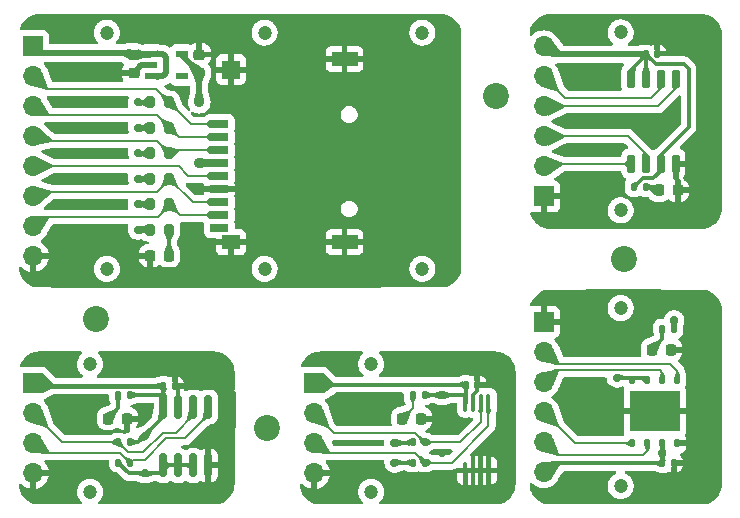
<source format=gtl>
%TF.GenerationSoftware,KiCad,Pcbnew,7.0.9*%
%TF.CreationDate,2024-01-07T22:37:45+08:00*%
%TF.ProjectId,UINIO-Storage,55494e49-4f2d-4537-946f-726167652e6b,Version 1.0.0*%
%TF.SameCoordinates,PX75da690PY4f4f778*%
%TF.FileFunction,Copper,L1,Top*%
%TF.FilePolarity,Positive*%
%FSLAX46Y46*%
G04 Gerber Fmt 4.6, Leading zero omitted, Abs format (unit mm)*
G04 Created by KiCad (PCBNEW 7.0.9) date 2024-01-07 22:37:45*
%MOMM*%
%LPD*%
G01*
G04 APERTURE LIST*
G04 Aperture macros list*
%AMRoundRect*
0 Rectangle with rounded corners*
0 $1 Rounding radius*
0 $2 $3 $4 $5 $6 $7 $8 $9 X,Y pos of 4 corners*
0 Add a 4 corners polygon primitive as box body*
4,1,4,$2,$3,$4,$5,$6,$7,$8,$9,$2,$3,0*
0 Add four circle primitives for the rounded corners*
1,1,$1+$1,$2,$3*
1,1,$1+$1,$4,$5*
1,1,$1+$1,$6,$7*
1,1,$1+$1,$8,$9*
0 Add four rect primitives between the rounded corners*
20,1,$1+$1,$2,$3,$4,$5,0*
20,1,$1+$1,$4,$5,$6,$7,0*
20,1,$1+$1,$6,$7,$8,$9,0*
20,1,$1+$1,$8,$9,$2,$3,0*%
G04 Aperture macros list end*
%TA.AperFunction,SMDPad,CuDef*%
%ADD10RoundRect,0.135000X0.135000X0.185000X-0.135000X0.185000X-0.135000X-0.185000X0.135000X-0.185000X0*%
%TD*%
%TA.AperFunction,SMDPad,CuDef*%
%ADD11RoundRect,0.140000X-0.140000X-0.170000X0.140000X-0.170000X0.140000X0.170000X-0.140000X0.170000X0*%
%TD*%
%TA.AperFunction,ComponentPad*%
%ADD12R,1.700000X1.700000*%
%TD*%
%TA.AperFunction,ComponentPad*%
%ADD13O,1.700000X1.700000*%
%TD*%
%TA.AperFunction,SMDPad,CuDef*%
%ADD14RoundRect,0.218750X0.218750X0.256250X-0.218750X0.256250X-0.218750X-0.256250X0.218750X-0.256250X0*%
%TD*%
%TA.AperFunction,ComponentPad*%
%ADD15C,1.200000*%
%TD*%
%TA.AperFunction,SMDPad,CuDef*%
%ADD16RoundRect,0.200000X-0.200000X-0.275000X0.200000X-0.275000X0.200000X0.275000X-0.200000X0.275000X0*%
%TD*%
%TA.AperFunction,SMDPad,CuDef*%
%ADD17RoundRect,0.218750X-0.218750X-0.256250X0.218750X-0.256250X0.218750X0.256250X-0.218750X0.256250X0*%
%TD*%
%TA.AperFunction,SMDPad,CuDef*%
%ADD18RoundRect,0.100000X0.100000X-0.637500X0.100000X0.637500X-0.100000X0.637500X-0.100000X-0.637500X0*%
%TD*%
%TA.AperFunction,ComponentPad*%
%ADD19C,2.200000*%
%TD*%
%TA.AperFunction,SMDPad,CuDef*%
%ADD20R,1.000000X0.600000*%
%TD*%
%TA.AperFunction,SMDPad,CuDef*%
%ADD21RoundRect,0.150000X0.150000X-0.825000X0.150000X0.825000X-0.150000X0.825000X-0.150000X-0.825000X0*%
%TD*%
%TA.AperFunction,SMDPad,CuDef*%
%ADD22R,1.600000X0.700000*%
%TD*%
%TA.AperFunction,SMDPad,CuDef*%
%ADD23R,1.500000X1.200000*%
%TD*%
%TA.AperFunction,SMDPad,CuDef*%
%ADD24R,2.200000X1.200000*%
%TD*%
%TA.AperFunction,SMDPad,CuDef*%
%ADD25R,1.500000X1.600000*%
%TD*%
%TA.AperFunction,SMDPad,CuDef*%
%ADD26RoundRect,0.225000X0.250000X-0.225000X0.250000X0.225000X-0.250000X0.225000X-0.250000X-0.225000X0*%
%TD*%
%TA.AperFunction,SMDPad,CuDef*%
%ADD27RoundRect,0.150000X0.150000X-0.650000X0.150000X0.650000X-0.150000X0.650000X-0.150000X-0.650000X0*%
%TD*%
%TA.AperFunction,SMDPad,CuDef*%
%ADD28RoundRect,0.135000X-0.135000X-0.185000X0.135000X-0.185000X0.135000X0.185000X-0.135000X0.185000X0*%
%TD*%
%TA.AperFunction,SMDPad,CuDef*%
%ADD29RoundRect,0.140000X0.140000X0.170000X-0.140000X0.170000X-0.140000X-0.170000X0.140000X-0.170000X0*%
%TD*%
%TA.AperFunction,SMDPad,CuDef*%
%ADD30RoundRect,0.125000X0.125000X-0.250000X0.125000X0.250000X-0.125000X0.250000X-0.125000X-0.250000X0*%
%TD*%
%TA.AperFunction,SMDPad,CuDef*%
%ADD31R,4.300000X3.400000*%
%TD*%
%TA.AperFunction,SMDPad,CuDef*%
%ADD32RoundRect,0.225000X-0.250000X0.225000X-0.250000X-0.225000X0.250000X-0.225000X0.250000X0.225000X0*%
%TD*%
%TA.AperFunction,ViaPad*%
%ADD33C,0.500000*%
%TD*%
%TA.AperFunction,ViaPad*%
%ADD34C,0.700000*%
%TD*%
%TA.AperFunction,ViaPad*%
%ADD35C,0.900000*%
%TD*%
%TA.AperFunction,Conductor*%
%ADD36C,0.300000*%
%TD*%
%TA.AperFunction,Conductor*%
%ADD37C,0.500000*%
%TD*%
%TA.AperFunction,Conductor*%
%ADD38C,0.400000*%
%TD*%
%TA.AperFunction,Conductor*%
%ADD39C,0.200000*%
%TD*%
G04 APERTURE END LIST*
D10*
%TO.P,R7,1*%
%TO.N,/EEPROM-SOIC8-3.3V*%
X7692000Y-32512786D03*
%TO.P,R7,2*%
%TO.N,Net-(D2-A)*%
X6672000Y-32512786D03*
%TD*%
D11*
%TO.P,C1,1*%
%TO.N,/Flash-SOIC8-3.3V*%
X51342000Y-3687000D03*
%TO.P,C1,2*%
%TO.N,/Flash-SOIC8-GND*%
X52302000Y-3687000D03*
%TD*%
D12*
%TO.P,J1,1,Pin_1*%
%TO.N,/EEPROM-SOIC8-3.3V*%
X-538000Y-31512000D03*
D13*
%TO.P,J1,2,Pin_2*%
%TO.N,/EEPROM-SOIC8-SCL*%
X-538000Y-34052000D03*
%TO.P,J1,3,Pin_3*%
%TO.N,/EEPROM-SOIC8-SDA*%
X-538000Y-36592000D03*
%TO.P,J1,4,Pin_4*%
%TO.N,/EEPROM-SOIC8-GND*%
X-538000Y-39132000D03*
%TD*%
D14*
%TO.P,D5,1,K*%
%TO.N,/Flash-WSON8-GND*%
X53449500Y-28690000D03*
%TO.P,D5,2,A*%
%TO.N,Net-(D5-A)*%
X51874500Y-28690000D03*
%TD*%
D15*
%TO.P,HOLE\u002A\u002A,*%
%TO.N,*%
X32422000Y-1837000D03*
%TD*%
D16*
%TO.P,R10,1,1*%
%TO.N,/SPI{slash}SDIO-3.3V*%
X9362000Y-12063666D03*
%TO.P,R10,2,2*%
%TO.N,/SPI-MOSI{slash}SDIO-CMD*%
X11012000Y-12063666D03*
%TD*%
D17*
%TO.P,D4,1,K*%
%TO.N,/SPI{slash}SDIO-GND*%
X9399500Y-20737000D03*
%TO.P,D4,2,A*%
%TO.N,Net-(D4-A)*%
X10974500Y-20737000D03*
%TD*%
D18*
%TO.P,U2,1,A0*%
%TO.N,/EEPROM-TSSOP8-GND*%
X36067000Y-38920786D03*
%TO.P,U2,2,A1*%
X36717000Y-38920786D03*
%TO.P,U2,3,A2*%
X37367000Y-38920786D03*
%TO.P,U2,4,GND*%
X38017000Y-38920786D03*
%TO.P,U2,5,SDA*%
%TO.N,/EEPROM-TSSOP8-SDA*%
X38017000Y-33195786D03*
%TO.P,U2,6,SCL*%
%TO.N,/EEPROM-TSSOP8-SCL*%
X37367000Y-33195786D03*
%TO.P,U2,7,WP*%
%TO.N,/EEPROM-TSSOP8-GND*%
X36717000Y-33195786D03*
%TO.P,U2,8,VCC*%
%TO.N,/EEPROM-TSSOP8-3.3V*%
X36067000Y-33195786D03*
%TD*%
D19*
%TO.P,HOLE\u002A\u002A,*%
%TO.N,*%
X38617000Y-7237000D03*
%TD*%
%TO.P,HOLE\u002A\u002A,*%
%TO.N,*%
X19287000Y-35337000D03*
%TD*%
D20*
%TO.P,U4,1,Vin*%
%TO.N,/SPI{slash}SDIO-5V*%
X9452000Y-3637000D03*
%TO.P,U4,2,Vss*%
%TO.N,/SPI{slash}SDIO-GND*%
X9452000Y-4587000D03*
%TO.P,U4,3,CE*%
%TO.N,/SPI{slash}SDIO-5V*%
X9452000Y-5537000D03*
%TO.P,U4,4,NC*%
%TO.N,unconnected-(U4-NC-Pad4)*%
X12052000Y-5537000D03*
%TO.P,U4,5,Vout*%
%TO.N,/SPI{slash}SDIO-3.3V*%
X12052000Y-3637000D03*
%TD*%
D12*
%TO.P,J2,1,Pin_1*%
%TO.N,/EEPROM-TSSOP8-3.3V*%
X23257000Y-31512000D03*
D13*
%TO.P,J2,2,Pin_2*%
%TO.N,/EEPROM-TSSOP8-SCL*%
X23257000Y-34052000D03*
%TO.P,J2,3,Pin_3*%
%TO.N,/EEPROM-TSSOP8-SDA*%
X23257000Y-36592000D03*
%TO.P,J2,4,Pin_4*%
%TO.N,/EEPROM-TSSOP8-GND*%
X23257000Y-39132000D03*
%TD*%
D14*
%TO.P,D2,1,K*%
%TO.N,/EEPROM-SOIC8-GND*%
X7379500Y-34522786D03*
%TO.P,D2,2,A*%
%TO.N,Net-(D2-A)*%
X5804500Y-34522786D03*
%TD*%
D10*
%TO.P,R2,1*%
%TO.N,/EEPROM-SOIC8-3.3V*%
X7692000Y-36532786D03*
%TO.P,R2,2*%
%TO.N,/EEPROM-SOIC8-SCL*%
X6672000Y-36532786D03*
%TD*%
D15*
%TO.P,HOLE\u002A\u002A,*%
%TO.N,*%
X49212000Y-25165000D03*
%TD*%
D12*
%TO.P,J3,1,Pin_1*%
%TO.N,/Flash-SOIC8-GND*%
X42702000Y-15707000D03*
D13*
%TO.P,J3,2,Pin_2*%
%TO.N,/Flash-SOIC8-CS*%
X42702000Y-13167000D03*
%TO.P,J3,3,Pin_3*%
%TO.N,/Flash-SOIC8-MISO*%
X42702000Y-10627000D03*
%TO.P,J3,4,Pin_4*%
%TO.N,/Flash-SOIC8-MOSI*%
X42702000Y-8087000D03*
%TO.P,J3,5,Pin_5*%
%TO.N,/Flash-SOIC8-CLK*%
X42702000Y-5547000D03*
%TO.P,J3,6,Pin_6*%
%TO.N,/Flash-SOIC8-3.3V*%
X42702000Y-3007000D03*
%TD*%
D21*
%TO.P,U1,1,E0*%
%TO.N,/EEPROM-SOIC8-3.3V*%
X10487000Y-38487786D03*
%TO.P,U1,2,E1*%
X11757000Y-38487786D03*
%TO.P,U1,3,E2*%
X13027000Y-38487786D03*
%TO.P,U1,4,VSS*%
%TO.N,/EEPROM-SOIC8-GND*%
X14297000Y-38487786D03*
%TO.P,U1,5,SDA*%
%TO.N,/EEPROM-SOIC8-SDA*%
X14297000Y-33537786D03*
%TO.P,U1,6,SCL*%
%TO.N,/EEPROM-SOIC8-SCL*%
X13027000Y-33537786D03*
%TO.P,U1,7,~{WC}*%
%TO.N,/EEPROM-SOIC8-GND*%
X11757000Y-33537786D03*
%TO.P,U1,8,VCC*%
%TO.N,/EEPROM-SOIC8-3.3V*%
X10487000Y-33537786D03*
%TD*%
D22*
%TO.P,Card1,1,DAT2*%
%TO.N,/SDIO-2*%
X15232000Y-9592000D03*
%TO.P,Card1,2,CD/DAT3*%
%TO.N,/SPI-CS{slash}SDIO-3*%
X15232000Y-10692000D03*
%TO.P,Card1,3,CMD*%
%TO.N,/SPI-MOSI{slash}SDIO-CMD*%
X15232000Y-11791000D03*
%TO.P,Card1,4,VDD*%
%TO.N,/SPI{slash}SDIO-3.3V*%
X15232000Y-12892000D03*
%TO.P,Card1,5,CLK*%
%TO.N,/SPI{slash}SDIO-SCLK*%
X15232000Y-13991000D03*
%TO.P,Card1,6,VSS*%
%TO.N,/SPI{slash}SDIO-GND*%
X15232000Y-15092000D03*
%TO.P,Card1,7,DAT0*%
%TO.N,/SPI-MISO{slash}SDIO-0*%
X15232000Y-16191000D03*
%TO.P,Card1,8,DAT1*%
%TO.N,/SDIO1*%
X15232000Y-17291000D03*
%TO.P,Card1,9,CD*%
%TO.N,unconnected-(Card1-CD-Pad9)*%
X15232000Y-18391000D03*
D23*
%TO.P,Card1,10,GND*%
%TO.N,/SPI{slash}SDIO-GND*%
X16232000Y-19591000D03*
D24*
%TO.P,Card1,11,GND*%
X25832000Y-19583000D03*
%TO.P,Card1,12,GND*%
X25832000Y-4083000D03*
D25*
%TO.P,Card1,13,GND*%
X16232000Y-4983000D03*
%TD*%
D11*
%TO.P,C4,1*%
%TO.N,/Flash-WSON8-3.3V*%
X52742000Y-38307000D03*
%TO.P,C4,2*%
%TO.N,/Flash-WSON8-GND*%
X53702000Y-38307000D03*
%TD*%
D26*
%TO.P,C5,1*%
%TO.N,/SPI{slash}SDIO-GND*%
X7982000Y-5248000D03*
%TO.P,C5,2*%
%TO.N,/SPI{slash}SDIO-5V*%
X7982000Y-3698000D03*
%TD*%
D10*
%TO.P,R1,1*%
%TO.N,/EEPROM-SOIC8-SDA*%
X7692000Y-38242786D03*
%TO.P,R1,2*%
%TO.N,/EEPROM-SOIC8-3.3V*%
X6672000Y-38242786D03*
%TD*%
D16*
%TO.P,R9,1,1*%
%TO.N,/SPI{slash}SDIO-3.3V*%
X9362000Y-9905333D03*
%TO.P,R9,2,2*%
%TO.N,/SPI-CS{slash}SDIO-3*%
X11012000Y-9905333D03*
%TD*%
D27*
%TO.P,U3,1,~{CS}*%
%TO.N,/Flash-SOIC8-CS*%
X50082000Y-12947000D03*
%TO.P,U3,2,DO(IO1)*%
%TO.N,/Flash-SOIC8-MISO*%
X51352000Y-12947000D03*
%TO.P,U3,3,IO2*%
%TO.N,/Flash-SOIC8-3.3V*%
X52622000Y-12947000D03*
%TO.P,U3,4,GND*%
%TO.N,/Flash-SOIC8-GND*%
X53892000Y-12947000D03*
%TO.P,U3,5,DI(IO0)*%
%TO.N,/Flash-SOIC8-MOSI*%
X53892000Y-5747000D03*
%TO.P,U3,6,CLK*%
%TO.N,/Flash-SOIC8-CLK*%
X52622000Y-5747000D03*
%TO.P,U3,7,IO3*%
%TO.N,/Flash-SOIC8-3.3V*%
X51352000Y-5747000D03*
%TO.P,U3,8,VCC*%
X50082000Y-5747000D03*
%TD*%
D15*
%TO.P,HOLE\u002A\u002A,*%
%TO.N,*%
X32422000Y-21837000D03*
%TD*%
%TO.P,HOLE\u002A\u002A,*%
%TO.N,*%
X5708000Y-1837000D03*
%TD*%
D16*
%TO.P,R12,1*%
%TO.N,/SPI{slash}SDIO-3.3V*%
X9362000Y-18538665D03*
%TO.P,R12,2*%
%TO.N,Net-(D4-A)*%
X11012000Y-18538665D03*
%TD*%
D28*
%TO.P,R13,1*%
%TO.N,Net-(D5-A)*%
X52742000Y-26907000D03*
%TO.P,R13,2*%
%TO.N,/Flash-WSON8-3.3V*%
X53762000Y-26907000D03*
%TD*%
D15*
%TO.P,HOLE\u002A\u002A,*%
%TO.N,*%
X49212000Y-1825000D03*
%TD*%
%TO.P,HOLE\u002A\u002A,*%
%TO.N,*%
X4282000Y-29902786D03*
%TD*%
%TO.P,HOLE\u002A\u002A,*%
%TO.N,*%
X4282000Y-40722786D03*
%TD*%
%TO.P,HOLE\u002A\u002A,*%
%TO.N,*%
X28082000Y-40722786D03*
%TD*%
D14*
%TO.P,D3,1,K*%
%TO.N,/EEPROM-TSSOP8-GND*%
X32312000Y-34527000D03*
%TO.P,D3,2,A*%
%TO.N,Net-(D3-A)*%
X30737000Y-34527000D03*
%TD*%
D15*
%TO.P,HOLE\u002A\u002A,*%
%TO.N,*%
X49212000Y-16885000D03*
%TD*%
D10*
%TO.P,R5,1*%
%TO.N,Net-(D1-A)*%
X51342000Y-14937000D03*
%TO.P,R5,2*%
%TO.N,/Flash-SOIC8-3.3V*%
X50322000Y-14937000D03*
%TD*%
D16*
%TO.P,R8,1,1*%
%TO.N,/SPI{slash}SDIO-3.3V*%
X9362000Y-7747000D03*
%TO.P,R8,2,2*%
%TO.N,/SDIO-2*%
X11012000Y-7747000D03*
%TD*%
D15*
%TO.P,HOLE\u002A\u002A,*%
%TO.N,*%
X28082000Y-29902786D03*
%TD*%
%TO.P,HOLE\u002A\u002A,*%
%TO.N,*%
X19065000Y-21837000D03*
%TD*%
D16*
%TO.P,R11,1,1*%
%TO.N,/SPI{slash}SDIO-3.3V*%
X9362000Y-14221999D03*
%TO.P,R11,2,2*%
%TO.N,/SPI-MISO{slash}SDIO-0*%
X11012000Y-14221999D03*
%TD*%
D15*
%TO.P,HOLE\u002A\u002A,*%
%TO.N,*%
X49212000Y-40225000D03*
%TD*%
%TO.P,HOLE\u002A\u002A,*%
%TO.N,*%
X5708000Y-21837000D03*
%TD*%
D19*
%TO.P,HOLE\u002A\u002A,*%
%TO.N,*%
X4802000Y-26132000D03*
%TD*%
D14*
%TO.P,D1,1,K*%
%TO.N,/Flash-SOIC8-GND*%
X54029500Y-15197000D03*
%TO.P,D1,2,A*%
%TO.N,Net-(D1-A)*%
X52454500Y-15197000D03*
%TD*%
D29*
%TO.P,C3,1*%
%TO.N,/EEPROM-TSSOP8-GND*%
X37057000Y-31645000D03*
%TO.P,C3,2*%
%TO.N,/EEPROM-TSSOP8-3.3V*%
X36097000Y-31645000D03*
%TD*%
D10*
%TO.P,R3,1*%
%TO.N,/EEPROM-TSSOP8-SDA*%
X32624500Y-38247000D03*
%TO.P,R3,2*%
%TO.N,/EEPROM-TSSOP8-3.3V*%
X31604500Y-38247000D03*
%TD*%
D28*
%TO.P,R4,1*%
%TO.N,/EEPROM-TSSOP8-3.3V*%
X31604500Y-36537000D03*
%TO.P,R4,2*%
%TO.N,/EEPROM-TSSOP8-SCL*%
X32624500Y-36537000D03*
%TD*%
D30*
%TO.P,U5,1,~{CS}*%
%TO.N,/Flash-WSON8-CS*%
X50202000Y-36618000D03*
%TO.P,U5,2,DO(IO1)*%
%TO.N,/Flash-WSON8-MISO*%
X51472000Y-36618000D03*
%TO.P,U5,3,IO2*%
%TO.N,/Flash-WSON8-3.3V*%
X52742000Y-36618000D03*
%TO.P,U5,4,GND*%
%TO.N,/Flash-WSON8-GND*%
X54012000Y-36618000D03*
%TO.P,U5,5,DI(IO0)*%
%TO.N,/Flash-WSON8-MOSI*%
X54012000Y-31218000D03*
%TO.P,U5,6,CLK*%
%TO.N,/Flash-WSON8-CLK*%
X52742000Y-31218000D03*
%TO.P,U5,7,IO3*%
%TO.N,/Flash-WSON8-3.3V*%
X51472000Y-31218000D03*
%TO.P,U5,8,VCC*%
X50202000Y-31218000D03*
D31*
%TO.P,U5,9,EP*%
%TO.N,/Flash-WSON8-GND*%
X52107000Y-33918000D03*
%TD*%
D29*
%TO.P,C2,1*%
%TO.N,/EEPROM-SOIC8-GND*%
X11462000Y-31752786D03*
%TO.P,C2,2*%
%TO.N,/EEPROM-SOIC8-3.3V*%
X10502000Y-31752786D03*
%TD*%
D16*
%TO.P,R14,1,1*%
%TO.N,/SPI{slash}SDIO-3.3V*%
X9362000Y-16380332D03*
%TO.P,R14,2,2*%
%TO.N,/SDIO1*%
X11012000Y-16380332D03*
%TD*%
D12*
%TO.P,J5,1,Pin_1*%
%TO.N,/Flash-WSON8-GND*%
X42702000Y-26347000D03*
D13*
%TO.P,J5,2,Pin_2*%
%TO.N,/Flash-WSON8-MOSI*%
X42702000Y-28887000D03*
%TO.P,J5,3,Pin_3*%
%TO.N,/Flash-WSON8-CLK*%
X42702000Y-31427000D03*
%TO.P,J5,4,Pin_4*%
%TO.N,/Flash-WSON8-CS*%
X42702000Y-33967000D03*
%TO.P,J5,5,Pin_5*%
%TO.N,/Flash-WSON8-MISO*%
X42702000Y-36507000D03*
%TO.P,J5,6,Pin_6*%
%TO.N,/Flash-WSON8-3.3V*%
X42702000Y-39047000D03*
%TD*%
D10*
%TO.P,R6,1*%
%TO.N,/EEPROM-TSSOP8-3.3V*%
X32624500Y-32517000D03*
%TO.P,R6,2*%
%TO.N,Net-(D3-A)*%
X31604500Y-32517000D03*
%TD*%
D32*
%TO.P,C6,1*%
%TO.N,/SPI{slash}SDIO-GND*%
X13522000Y-3698000D03*
%TO.P,C6,2*%
%TO.N,/SPI{slash}SDIO-3.3V*%
X13522000Y-5248000D03*
%TD*%
D15*
%TO.P,HOLE\u002A\u002A,*%
%TO.N,*%
X19065000Y-1837000D03*
%TD*%
D12*
%TO.P,J4,1,Pin_1*%
%TO.N,/SPI{slash}SDIO-5V*%
X-548000Y-2962000D03*
D13*
%TO.P,J4,2,Pin_2*%
%TO.N,/SDIO-2*%
X-548000Y-5502000D03*
%TO.P,J4,3,Pin_3*%
%TO.N,/SPI-CS{slash}SDIO-3*%
X-548000Y-8042000D03*
%TO.P,J4,4,Pin_4*%
%TO.N,/SPI-MOSI{slash}SDIO-CMD*%
X-548000Y-10582000D03*
%TO.P,J4,5,Pin_5*%
%TO.N,/SPI{slash}SDIO-SCLK*%
X-548000Y-13122000D03*
%TO.P,J4,6,Pin_6*%
%TO.N,/SPI-MISO{slash}SDIO-0*%
X-548000Y-15662000D03*
%TO.P,J4,7,Pin_7*%
%TO.N,/SDIO1*%
X-548000Y-18202000D03*
%TO.P,J4,8,Pin_8*%
%TO.N,/SPI{slash}SDIO-GND*%
X-548000Y-20742000D03*
%TD*%
D19*
%TO.P,HOLE\u002A\u002A,*%
%TO.N,*%
X49487000Y-21027000D03*
%TD*%
D33*
%TO.N,/Flash-SOIC8-GND*%
X46732000Y-5534500D03*
X46732000Y-8952000D03*
X46732000Y-11987000D03*
X46732000Y-2117000D03*
%TO.N,/EEPROM-SOIC8-GND*%
X1782000Y-29827000D03*
D34*
X8952000Y-30747000D03*
X8952000Y-34517000D03*
%TO.N,/EEPROM-SOIC8-3.3V*%
X8962000Y-39157000D03*
X8952000Y-35967000D03*
D33*
%TO.N,/EEPROM-TSSOP8-GND*%
X28067000Y-36567000D03*
X25517000Y-29947000D03*
X28067000Y-34047000D03*
D34*
X34097000Y-37437000D03*
X34097000Y-34517000D03*
%TO.N,/EEPROM-TSSOP8-3.3V*%
X34097000Y-32537000D03*
X30057000Y-36567000D03*
X30057000Y-38247000D03*
%TO.N,/SPI{slash}SDIO-GND*%
X6122000Y-5337000D03*
D33*
X4922000Y-7581000D03*
X4922000Y-16517000D03*
X4922000Y-9815000D03*
X4922000Y-12049000D03*
D34*
X4922000Y-5347000D03*
D33*
X12382000Y-6657000D03*
X4922000Y-14283000D03*
D34*
%TO.N,/Flash-WSON8-3.3V*%
X48872000Y-31047000D03*
X52752000Y-37457000D03*
X53752000Y-26197000D03*
D35*
%TO.N,/SPI{slash}SDIO-3.3V*%
X13532000Y-7747000D03*
D34*
X8332000Y-16377000D03*
D35*
X13532000Y-12897000D03*
D34*
X8332000Y-14217000D03*
X8332000Y-7747000D03*
X8332000Y-12067000D03*
X8332000Y-18537000D03*
X8332000Y-9907000D03*
%TD*%
D36*
%TO.N,/Flash-SOIC8-3.3V*%
X54972000Y-9837000D02*
X52622000Y-12187000D01*
X54562000Y-4517000D02*
X54972000Y-4927000D01*
X51342000Y-3687000D02*
X52172000Y-4517000D01*
X54972000Y-4927000D02*
X54972000Y-9837000D01*
X51092000Y-14167000D02*
X51982000Y-14167000D01*
D37*
X42702000Y-3007000D02*
X43382000Y-3687000D01*
D36*
X50082000Y-5747000D02*
X50082000Y-5037000D01*
X52622000Y-12187000D02*
X52622000Y-12947000D01*
X51342000Y-3687000D02*
X51342000Y-5737000D01*
X52172000Y-4517000D02*
X54562000Y-4517000D01*
D37*
X43382000Y-3687000D02*
X51342000Y-3687000D01*
D36*
X50082000Y-5037000D02*
X51342000Y-3777000D01*
X50322000Y-14937000D02*
X51092000Y-14167000D01*
X51982000Y-14167000D02*
X52622000Y-13527000D01*
%TO.N,/EEPROM-SOIC8-GND*%
X11757000Y-33537786D02*
X11757000Y-32047786D01*
X11757000Y-32047786D02*
X11462000Y-31752786D01*
%TO.N,/EEPROM-SOIC8-3.3V*%
X10416214Y-32512786D02*
X10502000Y-32427000D01*
X10502000Y-31752786D02*
X10502000Y-32427000D01*
X6672000Y-38242786D02*
X7586214Y-39157000D01*
X8912000Y-35967000D02*
X8346214Y-36532786D01*
X10487000Y-34392000D02*
X8952000Y-35927000D01*
X7586214Y-39157000D02*
X8932000Y-39157000D01*
X7692000Y-32512786D02*
X10416214Y-32512786D01*
D38*
X-303000Y-31747000D02*
X10496214Y-31747000D01*
D36*
X8346214Y-36532786D02*
X7692000Y-36532786D01*
X8932000Y-39157000D02*
X9082000Y-39157000D01*
X10502000Y-32427000D02*
X10502000Y-33522786D01*
X10487000Y-33537786D02*
X10487000Y-34392000D01*
X8952000Y-35967000D02*
X8912000Y-35967000D01*
X9082000Y-39157000D02*
X10502000Y-39157000D01*
X13027000Y-38487786D02*
X10487000Y-38487786D01*
X8952000Y-35927000D02*
X8952000Y-35967000D01*
%TO.N,/EEPROM-TSSOP8-GND*%
X37057000Y-32199000D02*
X37057000Y-31645000D01*
X36717000Y-32539000D02*
X37057000Y-32199000D01*
X36717000Y-33195786D02*
X36717000Y-32539000D01*
%TO.N,/EEPROM-TSSOP8-3.3V*%
X34097000Y-32537000D02*
X34117000Y-32517000D01*
X30057000Y-36567000D02*
X31574500Y-36567000D01*
X36097000Y-31645000D02*
X36097000Y-33165786D01*
X34117000Y-32517000D02*
X36027000Y-32517000D01*
X36097000Y-31645000D02*
X23390000Y-31645000D01*
X30057000Y-38247000D02*
X31604500Y-38247000D01*
X32624500Y-32517000D02*
X34077000Y-32517000D01*
X34077000Y-32517000D02*
X34097000Y-32537000D01*
D37*
%TO.N,/SPI{slash}SDIO-GND*%
X7982000Y-5248000D02*
X8643000Y-4587000D01*
X8643000Y-4587000D02*
X9452000Y-4587000D01*
%TO.N,/SPI{slash}SDIO-5V*%
X9452000Y-3637000D02*
X10452000Y-3637000D01*
X9391000Y-3698000D02*
X9452000Y-3637000D01*
X10452000Y-3637000D02*
X10752000Y-3937000D01*
X7982000Y-3698000D02*
X9391000Y-3698000D01*
X10492000Y-5537000D02*
X9452000Y-5537000D01*
X10752000Y-5277000D02*
X10492000Y-5537000D01*
X10752000Y-3937000D02*
X10752000Y-5277000D01*
X7861000Y-3577000D02*
X67000Y-3577000D01*
X67000Y-3577000D02*
X-548000Y-2962000D01*
D36*
%TO.N,Net-(D4-A)*%
X10974500Y-20737000D02*
X10974500Y-18576165D01*
%TO.N,Net-(D2-A)*%
X6672000Y-33655286D02*
X5804500Y-34522786D01*
X6672000Y-32512786D02*
X6672000Y-33655286D01*
D39*
%TO.N,Net-(D3-A)*%
X31604500Y-33659500D02*
X30737000Y-34527000D01*
X31604500Y-32517000D02*
X31604500Y-33659500D01*
%TO.N,/EEPROM-TSSOP8-SDA*%
X31817000Y-37427000D02*
X24092000Y-37427000D01*
X32624500Y-38247000D02*
X34897000Y-38247000D01*
X38017000Y-35127000D02*
X38017000Y-33195786D01*
X24092000Y-37427000D02*
X23257000Y-36592000D01*
X32624500Y-38234500D02*
X31817000Y-37427000D01*
X34897000Y-38247000D02*
X38017000Y-35127000D01*
%TO.N,/EEPROM-TSSOP8-SCL*%
X31834500Y-35747000D02*
X24952000Y-35747000D01*
X32624500Y-36537000D02*
X31834500Y-35747000D01*
X24952000Y-35747000D02*
X23257000Y-34052000D01*
X35637000Y-36537000D02*
X37367000Y-34807000D01*
X32624500Y-36537000D02*
X35637000Y-36537000D01*
X37367000Y-34807000D02*
X37367000Y-33195786D01*
%TO.N,/Flash-SOIC8-MISO*%
X51352000Y-12147001D02*
X49831999Y-10627000D01*
X51352000Y-12947000D02*
X51352000Y-12147001D01*
X49831999Y-10627000D02*
X42702000Y-10627000D01*
%TO.N,/Flash-SOIC8-MOSI*%
X52351999Y-8087000D02*
X42702000Y-8087000D01*
X53892000Y-5747000D02*
X53892000Y-6546999D01*
X53892000Y-6546999D02*
X52351999Y-8087000D01*
%TO.N,/Flash-SOIC8-CLK*%
X51801999Y-7367000D02*
X44522000Y-7367000D01*
X52622000Y-6546999D02*
X51801999Y-7367000D01*
X44522000Y-7367000D02*
X42702000Y-5547000D01*
X52622000Y-5747000D02*
X52622000Y-6546999D01*
%TO.N,/Flash-SOIC8-CS*%
X50082000Y-12947000D02*
X42922000Y-12947000D01*
D36*
%TO.N,Net-(D1-A)*%
X51342000Y-14937000D02*
X52194500Y-14937000D01*
D39*
%TO.N,/EEPROM-SOIC8-SDA*%
X8912000Y-38027000D02*
X7907786Y-38027000D01*
X7692000Y-38242786D02*
X6846214Y-37397000D01*
X7907786Y-38027000D02*
X7692000Y-38242786D01*
X12352000Y-36197000D02*
X10742000Y-36197000D01*
X14297000Y-34252000D02*
X12352000Y-36197000D01*
X267000Y-37397000D02*
X-538000Y-36592000D01*
X10742000Y-36197000D02*
X8912000Y-38027000D01*
X6846214Y-37397000D02*
X267000Y-37397000D01*
%TO.N,/EEPROM-SOIC8-SCL*%
X7526214Y-37387000D02*
X6672000Y-36532786D01*
X13027000Y-34242000D02*
X11562000Y-35707000D01*
X1942786Y-36532786D02*
X6672000Y-36532786D01*
X8812000Y-37387000D02*
X7526214Y-37387000D01*
X-538000Y-34052000D02*
X1942786Y-36532786D01*
X10492000Y-35707000D02*
X8812000Y-37387000D01*
X11562000Y-35707000D02*
X10492000Y-35707000D01*
D36*
%TO.N,/Flash-WSON8-3.3V*%
X52742000Y-37527000D02*
X52752000Y-37517000D01*
X53752000Y-26197000D02*
X53762000Y-26207000D01*
X53762000Y-26207000D02*
X53762000Y-26907000D01*
X52752000Y-37517000D02*
X52742000Y-37507000D01*
X51301000Y-31047000D02*
X51472000Y-31218000D01*
X43432000Y-38317000D02*
X42702000Y-39047000D01*
X52742000Y-37507000D02*
X52742000Y-36618000D01*
X48872000Y-31047000D02*
X51301000Y-31047000D01*
X52742000Y-38307000D02*
X52742000Y-37527000D01*
X52732000Y-38317000D02*
X43432000Y-38317000D01*
%TO.N,Net-(D5-A)*%
X52742000Y-26907000D02*
X52742000Y-27787000D01*
X52742000Y-27787000D02*
X51874500Y-28654500D01*
D39*
%TO.N,/Flash-WSON8-MISO*%
X43782000Y-37587000D02*
X42702000Y-36507000D01*
X51472000Y-36618000D02*
X51472000Y-37247000D01*
X51472000Y-37247000D02*
X51132000Y-37587000D01*
X51132000Y-37587000D02*
X43782000Y-37587000D01*
%TO.N,/Flash-WSON8-MOSI*%
X54012000Y-30457000D02*
X53432000Y-29877000D01*
X43692000Y-29877000D02*
X42702000Y-28887000D01*
X53432000Y-29877000D02*
X43692000Y-29877000D01*
X54012000Y-31218000D02*
X54012000Y-30457000D01*
%TO.N,/Flash-WSON8-CLK*%
X43682000Y-30427000D02*
X42702000Y-31407000D01*
X52742000Y-30667000D02*
X52502000Y-30427000D01*
X52742000Y-31218000D02*
X52742000Y-30667000D01*
X52502000Y-30427000D02*
X43682000Y-30427000D01*
%TO.N,/Flash-WSON8-CS*%
X45353000Y-36618000D02*
X42702000Y-33967000D01*
X50202000Y-36618000D02*
X45353000Y-36618000D01*
D36*
%TO.N,/SPI{slash}SDIO-3.3V*%
X8332000Y-7747000D02*
X9362000Y-7747000D01*
D37*
X12052000Y-3637000D02*
X12052000Y-3778000D01*
X13522000Y-5248000D02*
X13522000Y-7737000D01*
D38*
X8332000Y-18537000D02*
X9360335Y-18537000D01*
D37*
X13522000Y-7737000D02*
X13532000Y-7747000D01*
D36*
X8372000Y-9907000D02*
X9360333Y-9907000D01*
X8332000Y-14217000D02*
X9357001Y-14217000D01*
D37*
X13532000Y-12897000D02*
X15227000Y-12897000D01*
X12052000Y-3778000D02*
X13522000Y-5248000D01*
D36*
X8332000Y-16377000D02*
X9358668Y-16377000D01*
X8342000Y-12067000D02*
X9358666Y-12067000D01*
D39*
%TO.N,/SDIO-2*%
X12857000Y-9592000D02*
X11012000Y-7747000D01*
X547000Y-6597000D02*
X-548000Y-5502000D01*
X9862000Y-6597000D02*
X547000Y-6597000D01*
X11012000Y-7747000D02*
X9862000Y-6597000D01*
X15232000Y-9592000D02*
X12857000Y-9592000D01*
%TO.N,/SPI-CS{slash}SDIO-3*%
X9933667Y-8827000D02*
X237000Y-8827000D01*
X237000Y-8827000D02*
X-548000Y-8042000D01*
X15232000Y-10692000D02*
X11798667Y-10692000D01*
X11012000Y-9905333D02*
X9933667Y-8827000D01*
X11798667Y-10692000D02*
X11012000Y-9905333D01*
%TO.N,/SPI-MOSI{slash}SDIO-CMD*%
X15232000Y-11791000D02*
X11284666Y-11791000D01*
X9945334Y-10997000D02*
X-93000Y-10997000D01*
X11012000Y-12063666D02*
X9945334Y-10997000D01*
%TO.N,/SPI{slash}SDIO-SCLK*%
X15232000Y-13991000D02*
X12619000Y-13991000D01*
X12619000Y-13991000D02*
X11785000Y-13157000D01*
X11785000Y-13157000D02*
X-513000Y-13157000D01*
%TO.N,/SPI-MISO{slash}SDIO-0*%
X12981001Y-16191000D02*
X11012000Y-14221999D01*
X11012000Y-14221999D02*
X9916999Y-15317000D01*
X9916999Y-15317000D02*
X-203000Y-15317000D01*
X15232000Y-16191000D02*
X12981001Y-16191000D01*
%TO.N,/SDIO1*%
X15232000Y-17291000D02*
X11906000Y-17291000D01*
X11012000Y-16447000D02*
X10002000Y-17457000D01*
X11906000Y-17291000D02*
X11012000Y-16397000D01*
X10002000Y-17457000D02*
X197000Y-17457000D01*
X197000Y-17457000D02*
X-548000Y-18202000D01*
%TD*%
%TA.AperFunction,Conductor*%
%TO.N,/EEPROM-TSSOP8-GND*%
G36*
X38574208Y-28827657D02*
G01*
X38812140Y-28844674D01*
X38829641Y-28847191D01*
X39056229Y-28896482D01*
X39073188Y-28901461D01*
X39188316Y-28944402D01*
X39290462Y-28982501D01*
X39306555Y-28989851D01*
X39510068Y-29100977D01*
X39524951Y-29110542D01*
X39660014Y-29211649D01*
X39710579Y-29249501D01*
X39723950Y-29261087D01*
X39887912Y-29425049D01*
X39899498Y-29438420D01*
X40038457Y-29624048D01*
X40048022Y-29638931D01*
X40159148Y-29842444D01*
X40166498Y-29858537D01*
X40247535Y-30075803D01*
X40252519Y-30092779D01*
X40301807Y-30319352D01*
X40304325Y-30336864D01*
X40321342Y-30574789D01*
X40321500Y-30579213D01*
X40321500Y-40044786D01*
X40321342Y-40049210D01*
X40304325Y-40287135D01*
X40301807Y-40304647D01*
X40252519Y-40531220D01*
X40247535Y-40548196D01*
X40166498Y-40765462D01*
X40159148Y-40781555D01*
X40048022Y-40985068D01*
X40038457Y-40999951D01*
X39899498Y-41185579D01*
X39887912Y-41198950D01*
X39723950Y-41362912D01*
X39710579Y-41374498D01*
X39524951Y-41513457D01*
X39510068Y-41523022D01*
X39306555Y-41634148D01*
X39290462Y-41641498D01*
X39073196Y-41722535D01*
X39056220Y-41727519D01*
X38829647Y-41776807D01*
X38812135Y-41779325D01*
X38595672Y-41794806D01*
X38574208Y-41796342D01*
X38569786Y-41796500D01*
X28857800Y-41796500D01*
X28790761Y-41776815D01*
X28745006Y-41724011D01*
X28735062Y-41654853D01*
X28764087Y-41591297D01*
X28774252Y-41580871D01*
X28792137Y-41564566D01*
X28795539Y-41561683D01*
X28844886Y-41522878D01*
X28868884Y-41495181D01*
X28873955Y-41489979D01*
X28898764Y-41467365D01*
X28936693Y-41417136D01*
X28939296Y-41413922D01*
X28973458Y-41374498D01*
X28982519Y-41364042D01*
X28999210Y-41335130D01*
X29003424Y-41328770D01*
X29021673Y-41304607D01*
X29051185Y-41245336D01*
X29052949Y-41242051D01*
X29087604Y-41182030D01*
X29097456Y-41153561D01*
X29100543Y-41146211D01*
X29112582Y-41122036D01*
X29131577Y-41055271D01*
X29132618Y-41051969D01*
X29156344Y-40983419D01*
X29160165Y-40956834D01*
X29161901Y-40948697D01*
X29168397Y-40925869D01*
X29175103Y-40853478D01*
X29175467Y-40850405D01*
X29186254Y-40775388D01*
X29185132Y-40751842D01*
X29185326Y-40743163D01*
X29187215Y-40722786D01*
X29180208Y-40647186D01*
X29180014Y-40644414D01*
X29176254Y-40565455D01*
X29172534Y-40550124D01*
X29169565Y-40532317D01*
X29168397Y-40519703D01*
X29146392Y-40442364D01*
X29126704Y-40361210D01*
X29121579Y-40349988D01*
X29115107Y-40332413D01*
X29112582Y-40323536D01*
X29075364Y-40248793D01*
X29039396Y-40170033D01*
X29034243Y-40162797D01*
X29024249Y-40146139D01*
X29021673Y-40140965D01*
X29021669Y-40140959D01*
X28969488Y-40071861D01*
X28917488Y-39998836D01*
X28913552Y-39995083D01*
X28900175Y-39980075D01*
X28898763Y-39978206D01*
X28898762Y-39978204D01*
X28832478Y-39917779D01*
X28765387Y-39853808D01*
X28765382Y-39853803D01*
X28765378Y-39853800D01*
X28763708Y-39852726D01*
X28752647Y-39844227D01*
X28752621Y-39844263D01*
X28748048Y-39840810D01*
X28748042Y-39840806D01*
X28748041Y-39840805D01*
X28669158Y-39791963D01*
X28588572Y-39740173D01*
X28588569Y-39740172D01*
X28588568Y-39740171D01*
X28583321Y-39737466D01*
X28583356Y-39737396D01*
X28579920Y-39735660D01*
X28579758Y-39735988D01*
X28574641Y-39733439D01*
X28485271Y-39698817D01*
X28393455Y-39662060D01*
X28393236Y-39662018D01*
X28388019Y-39660775D01*
X28384455Y-39659761D01*
X28287232Y-39641587D01*
X28187086Y-39622286D01*
X28187085Y-39622286D01*
X28183976Y-39622286D01*
X27980024Y-39622286D01*
X27980018Y-39622286D01*
X27931004Y-39631448D01*
X27925506Y-39632222D01*
X27872785Y-39637257D01*
X27828226Y-39650340D01*
X27822151Y-39651796D01*
X27785499Y-39658648D01*
X27779544Y-39659762D01*
X27779542Y-39659762D01*
X27779535Y-39659764D01*
X27737906Y-39675891D01*
X27730004Y-39678953D01*
X27725080Y-39680626D01*
X27671135Y-39696466D01*
X27671116Y-39696473D01*
X27632750Y-39716252D01*
X27626736Y-39718958D01*
X27589361Y-39733438D01*
X27541427Y-39763118D01*
X27537198Y-39765512D01*
X27484321Y-39792772D01*
X27452945Y-39817445D01*
X27447257Y-39821425D01*
X27415959Y-39840804D01*
X27415956Y-39840806D01*
X27371869Y-39880997D01*
X27368426Y-39883913D01*
X27319116Y-39922690D01*
X27319115Y-39922692D01*
X27295120Y-39950383D01*
X27290031Y-39955602D01*
X27265239Y-39978203D01*
X27227322Y-40028411D01*
X27224702Y-40031649D01*
X27181482Y-40081527D01*
X27164792Y-40110433D01*
X27160575Y-40116799D01*
X27142326Y-40140966D01*
X27112837Y-40200185D01*
X27111032Y-40203548D01*
X27076397Y-40263538D01*
X27076394Y-40263544D01*
X27066548Y-40291994D01*
X27063457Y-40299355D01*
X27051416Y-40323539D01*
X27051416Y-40323540D01*
X27032422Y-40390295D01*
X27031379Y-40393603D01*
X27007656Y-40462151D01*
X27007655Y-40462155D01*
X27003834Y-40488725D01*
X27002097Y-40496874D01*
X26995603Y-40519701D01*
X26995603Y-40519703D01*
X26988897Y-40592067D01*
X26988530Y-40595169D01*
X26977746Y-40670182D01*
X26977745Y-40670188D01*
X26978866Y-40693736D01*
X26978672Y-40702410D01*
X26976785Y-40722788D01*
X26976785Y-40722789D01*
X26983789Y-40798382D01*
X26983983Y-40801151D01*
X26987745Y-40880114D01*
X26987746Y-40880116D01*
X26991468Y-40895461D01*
X26994433Y-40913244D01*
X26995603Y-40925869D01*
X27017607Y-41003207D01*
X27029437Y-41051969D01*
X27037295Y-41084359D01*
X27037297Y-41084365D01*
X27042421Y-41095585D01*
X27048891Y-41113155D01*
X27051419Y-41122039D01*
X27088635Y-41196778D01*
X27124605Y-41275542D01*
X27129753Y-41282770D01*
X27139748Y-41299429D01*
X27142327Y-41304607D01*
X27194511Y-41373710D01*
X27246514Y-41446738D01*
X27250443Y-41450484D01*
X27263822Y-41465493D01*
X27265236Y-41467365D01*
X27331522Y-41527792D01*
X27389168Y-41582758D01*
X27424103Y-41643266D01*
X27420778Y-41713056D01*
X27380250Y-41769970D01*
X27315385Y-41795939D01*
X27303598Y-41796500D01*
X23804214Y-41796500D01*
X23799791Y-41796342D01*
X23775680Y-41794617D01*
X23561864Y-41779325D01*
X23544352Y-41776807D01*
X23317779Y-41727519D01*
X23300803Y-41722535D01*
X23083537Y-41641498D01*
X23067444Y-41634148D01*
X22863931Y-41523022D01*
X22849048Y-41513457D01*
X22663420Y-41374498D01*
X22650049Y-41362912D01*
X22486087Y-41198950D01*
X22474501Y-41185579D01*
X22335542Y-40999951D01*
X22325977Y-40985068D01*
X22325075Y-40983417D01*
X22268668Y-40880114D01*
X22214851Y-40781555D01*
X22207501Y-40765462D01*
X22162352Y-40644414D01*
X22126461Y-40548188D01*
X22121482Y-40531229D01*
X22072191Y-40304641D01*
X22069674Y-40287135D01*
X22067987Y-40263542D01*
X22060016Y-40152094D01*
X22074868Y-40083823D01*
X22124273Y-40034418D01*
X22192546Y-40019566D01*
X22258011Y-40043983D01*
X22271381Y-40055569D01*
X22385917Y-40170105D01*
X22579421Y-40305600D01*
X22793507Y-40405429D01*
X22793516Y-40405433D01*
X23007000Y-40462634D01*
X23007000Y-39567501D01*
X23114685Y-39616680D01*
X23221237Y-39632000D01*
X23292763Y-39632000D01*
X23399315Y-39616680D01*
X23507000Y-39567501D01*
X23507000Y-40462633D01*
X23720483Y-40405433D01*
X23720492Y-40405429D01*
X23934578Y-40305600D01*
X24128082Y-40170105D01*
X24295105Y-40003082D01*
X24430600Y-39809578D01*
X24530429Y-39595492D01*
X24530432Y-39595486D01*
X24587636Y-39382000D01*
X23690686Y-39382000D01*
X23716493Y-39341844D01*
X23757000Y-39203889D01*
X23757000Y-39120786D01*
X35367001Y-39120786D01*
X35367001Y-39597610D01*
X35382442Y-39714914D01*
X35382444Y-39714919D01*
X35442899Y-39860871D01*
X35539075Y-39986210D01*
X35664414Y-40082386D01*
X35810366Y-40142841D01*
X35810372Y-40142843D01*
X35866998Y-40150297D01*
X35867000Y-40150296D01*
X35867000Y-39120786D01*
X36267000Y-39120786D01*
X36267000Y-40150296D01*
X36267001Y-40150297D01*
X36323622Y-40142844D01*
X36323631Y-40142841D01*
X36344547Y-40134178D01*
X36414017Y-40126709D01*
X36439453Y-40134178D01*
X36460368Y-40142841D01*
X36460377Y-40142844D01*
X36516998Y-40150297D01*
X36517000Y-40150296D01*
X36517000Y-39120786D01*
X36917000Y-39120786D01*
X36917000Y-40150296D01*
X36917001Y-40150297D01*
X36973622Y-40142844D01*
X36973631Y-40142841D01*
X36994547Y-40134178D01*
X37064017Y-40126709D01*
X37089453Y-40134178D01*
X37110368Y-40142841D01*
X37110377Y-40142844D01*
X37166998Y-40150297D01*
X37167000Y-40150296D01*
X37167000Y-39120786D01*
X37567000Y-39120786D01*
X37567000Y-40150296D01*
X37567001Y-40150297D01*
X37623622Y-40142844D01*
X37623631Y-40142841D01*
X37644547Y-40134178D01*
X37714017Y-40126709D01*
X37739453Y-40134178D01*
X37760368Y-40142841D01*
X37760377Y-40142844D01*
X37816998Y-40150297D01*
X37817000Y-40150296D01*
X37817000Y-39120786D01*
X38217000Y-39120786D01*
X38217000Y-40150296D01*
X38217001Y-40150297D01*
X38273627Y-40142843D01*
X38273633Y-40142841D01*
X38419585Y-40082386D01*
X38544924Y-39986210D01*
X38641100Y-39860872D01*
X38701554Y-39714920D01*
X38701555Y-39714916D01*
X38716999Y-39597616D01*
X38717000Y-39597602D01*
X38717000Y-39120786D01*
X38217000Y-39120786D01*
X37817000Y-39120786D01*
X37567000Y-39120786D01*
X37167000Y-39120786D01*
X36917000Y-39120786D01*
X36517000Y-39120786D01*
X36267000Y-39120786D01*
X35867000Y-39120786D01*
X35367001Y-39120786D01*
X23757000Y-39120786D01*
X23757000Y-39060111D01*
X23716493Y-38922156D01*
X23690686Y-38882000D01*
X24587636Y-38882000D01*
X24587635Y-38881999D01*
X24530432Y-38668513D01*
X24530429Y-38668507D01*
X24430600Y-38454422D01*
X24430599Y-38454420D01*
X24295113Y-38260926D01*
X24295108Y-38260920D01*
X24273369Y-38239181D01*
X24239884Y-38177858D01*
X24244868Y-38108166D01*
X24286740Y-38052233D01*
X24352204Y-38027816D01*
X24361050Y-38027500D01*
X24513701Y-38027500D01*
X24517577Y-38027621D01*
X24574933Y-38031222D01*
X24583579Y-38031493D01*
X24583580Y-38031493D01*
X24653484Y-38028844D01*
X24653912Y-38028782D01*
X24671693Y-38027500D01*
X29087170Y-38027500D01*
X29154209Y-38047185D01*
X29199964Y-38099989D01*
X29210490Y-38164458D01*
X29203193Y-38233887D01*
X29201815Y-38247000D01*
X29220503Y-38424805D01*
X29220504Y-38424807D01*
X29275747Y-38594829D01*
X29275750Y-38594835D01*
X29365141Y-38749665D01*
X29373579Y-38759036D01*
X29484764Y-38882521D01*
X29484767Y-38882523D01*
X29484770Y-38882526D01*
X29629407Y-38987612D01*
X29792733Y-39060329D01*
X29967609Y-39097500D01*
X29967610Y-39097500D01*
X30146389Y-39097500D01*
X30146391Y-39097500D01*
X30321267Y-39060329D01*
X30325794Y-39058313D01*
X30344882Y-39051938D01*
X30344868Y-39051891D01*
X30346777Y-39051306D01*
X30348494Y-39050733D01*
X30349091Y-39050594D01*
X30349104Y-39050593D01*
X30831243Y-38902935D01*
X30867554Y-38897500D01*
X30931615Y-38897500D01*
X30977330Y-38906234D01*
X31057760Y-38938135D01*
X31106843Y-38957602D01*
X31124247Y-38966134D01*
X31215107Y-39019869D01*
X31215109Y-39019869D01*
X31215110Y-39019870D01*
X31369291Y-39064664D01*
X31369294Y-39064664D01*
X31369296Y-39064665D01*
X31381303Y-39065610D01*
X31405317Y-39067500D01*
X31405318Y-39067499D01*
X31405319Y-39067500D01*
X31670893Y-39067499D01*
X31803681Y-39067499D01*
X31810884Y-39066932D01*
X31839704Y-39064665D01*
X31993893Y-39019869D01*
X32051382Y-38985869D01*
X32119102Y-38968688D01*
X32177617Y-38985869D01*
X32235107Y-39019869D01*
X32235110Y-39019869D01*
X32235112Y-39019871D01*
X32389291Y-39064664D01*
X32389294Y-39064664D01*
X32389296Y-39064665D01*
X32401303Y-39065610D01*
X32425317Y-39067500D01*
X32425318Y-39067499D01*
X32425319Y-39067500D01*
X32690893Y-39067499D01*
X32823681Y-39067499D01*
X32826515Y-39067275D01*
X32859704Y-39064665D01*
X33013893Y-39019869D01*
X33152098Y-38938135D01*
X33152101Y-38938131D01*
X33158265Y-38933351D01*
X33158575Y-38933751D01*
X33176869Y-38919881D01*
X33277398Y-38863396D01*
X33338139Y-38847500D01*
X34853572Y-38847500D01*
X34861670Y-38848030D01*
X34897000Y-38852682D01*
X34897001Y-38852682D01*
X34949254Y-38845802D01*
X35053762Y-38832044D01*
X35199841Y-38771536D01*
X35209058Y-38764462D01*
X35216132Y-38759036D01*
X35236865Y-38743126D01*
X35302034Y-38717931D01*
X35315954Y-38720786D01*
X36517000Y-38720786D01*
X36917000Y-38720786D01*
X37167000Y-38720786D01*
X37567000Y-38720786D01*
X37817000Y-38720786D01*
X37817000Y-37691273D01*
X38217000Y-37691273D01*
X38217000Y-38720786D01*
X38716999Y-38720786D01*
X38716999Y-38243961D01*
X38701557Y-38126657D01*
X38701555Y-38126652D01*
X38641100Y-37980700D01*
X38544924Y-37855361D01*
X38419586Y-37759185D01*
X38273631Y-37698730D01*
X38217000Y-37691273D01*
X37817000Y-37691273D01*
X37760370Y-37698729D01*
X37739449Y-37707395D01*
X37669980Y-37714861D01*
X37644551Y-37707395D01*
X37623629Y-37698729D01*
X37567000Y-37691273D01*
X37567000Y-38720786D01*
X37167000Y-38720786D01*
X37167000Y-37691273D01*
X37110370Y-37698729D01*
X37089449Y-37707395D01*
X37019980Y-37714861D01*
X36994551Y-37707395D01*
X36973629Y-37698729D01*
X36917000Y-37691273D01*
X36917000Y-38720786D01*
X36517000Y-38720786D01*
X36517000Y-37691273D01*
X36501970Y-37678093D01*
X36464546Y-37619092D01*
X36464962Y-37549223D01*
X36496045Y-37497188D01*
X38410922Y-35582311D01*
X38416999Y-35576983D01*
X38445282Y-35555282D01*
X38541536Y-35429841D01*
X38602044Y-35283762D01*
X38617500Y-35166361D01*
X38622682Y-35127000D01*
X38618030Y-35091669D01*
X38617500Y-35083571D01*
X38617500Y-34255289D01*
X38624571Y-34214015D01*
X38638864Y-34173524D01*
X38684823Y-34043323D01*
X38688501Y-34032516D01*
X38689124Y-34028965D01*
X38696695Y-34002960D01*
X38702044Y-33990048D01*
X38717500Y-33872647D01*
X38717499Y-32518926D01*
X38717499Y-32518922D01*
X38702046Y-32401532D01*
X38702044Y-32401527D01*
X38702044Y-32401524D01*
X38641536Y-32255445D01*
X38545282Y-32130004D01*
X38419841Y-32033750D01*
X38417197Y-32032655D01*
X38273762Y-31973242D01*
X38273760Y-31973241D01*
X38156362Y-31957786D01*
X37948068Y-31957786D01*
X37881029Y-31938101D01*
X37857011Y-31917957D01*
X37835790Y-31895000D01*
X37001500Y-31895000D01*
X36934461Y-31875315D01*
X36888706Y-31822511D01*
X36877500Y-31771000D01*
X36877500Y-31410308D01*
X36876295Y-31395000D01*
X37307000Y-31395000D01*
X37835790Y-31395000D01*
X37834145Y-31374089D01*
X37789031Y-31218804D01*
X37706721Y-31079625D01*
X37706714Y-31079616D01*
X37592383Y-30965285D01*
X37592374Y-30965278D01*
X37453193Y-30882967D01*
X37453190Y-30882965D01*
X37307001Y-30840493D01*
X37307000Y-30840494D01*
X37307000Y-31395000D01*
X36876295Y-31395000D01*
X36874643Y-31374008D01*
X36874642Y-31374002D01*
X36829495Y-31218608D01*
X36829492Y-31218600D01*
X36824266Y-31209763D01*
X36807000Y-31146645D01*
X36807000Y-30840494D01*
X36806998Y-30840493D01*
X36660809Y-30882965D01*
X36660806Y-30882967D01*
X36640608Y-30894912D01*
X36572884Y-30912092D01*
X36514370Y-30894910D01*
X36493397Y-30882507D01*
X36493390Y-30882504D01*
X36337997Y-30837357D01*
X36337991Y-30837356D01*
X36301692Y-30834500D01*
X36301690Y-30834500D01*
X35892310Y-30834500D01*
X35892308Y-30834500D01*
X35856008Y-30837356D01*
X35856002Y-30837357D01*
X35700610Y-30882504D01*
X35700601Y-30882507D01*
X35671859Y-30899505D01*
X35653315Y-30908482D01*
X35451537Y-30986211D01*
X35406963Y-30994500D01*
X28838056Y-30994500D01*
X28771017Y-30974815D01*
X28725262Y-30922011D01*
X28715318Y-30852853D01*
X28744343Y-30789297D01*
X28754515Y-30778866D01*
X28771214Y-30763640D01*
X28792140Y-30744564D01*
X28795539Y-30741683D01*
X28844886Y-30702878D01*
X28868884Y-30675181D01*
X28873955Y-30669979D01*
X28898764Y-30647365D01*
X28936693Y-30597136D01*
X28939296Y-30593922D01*
X28952042Y-30579213D01*
X28982519Y-30544042D01*
X28999210Y-30515130D01*
X29003424Y-30508770D01*
X29021673Y-30484607D01*
X29051185Y-30425336D01*
X29052949Y-30422051D01*
X29087604Y-30362030D01*
X29097456Y-30333561D01*
X29100543Y-30326211D01*
X29112582Y-30302036D01*
X29131577Y-30235271D01*
X29132618Y-30231969D01*
X29156344Y-30163419D01*
X29160165Y-30136834D01*
X29161901Y-30128697D01*
X29163326Y-30123689D01*
X29168397Y-30105869D01*
X29175103Y-30033478D01*
X29175467Y-30030405D01*
X29186254Y-29955388D01*
X29185132Y-29931842D01*
X29185326Y-29923163D01*
X29187215Y-29902786D01*
X29180208Y-29827186D01*
X29180014Y-29824414D01*
X29176254Y-29745455D01*
X29172534Y-29730124D01*
X29169565Y-29712317D01*
X29168397Y-29699703D01*
X29146392Y-29622364D01*
X29126704Y-29541210D01*
X29121579Y-29529988D01*
X29115107Y-29512413D01*
X29112582Y-29503536D01*
X29075364Y-29428793D01*
X29039396Y-29350033D01*
X29034243Y-29342797D01*
X29024249Y-29326139D01*
X29021673Y-29320965D01*
X29021669Y-29320959D01*
X28969488Y-29251861D01*
X28917488Y-29178836D01*
X28913552Y-29175083D01*
X28900175Y-29160075D01*
X28898763Y-29158206D01*
X28898762Y-29158204D01*
X28832478Y-29097779D01*
X28773185Y-29041243D01*
X28738249Y-28980735D01*
X28741574Y-28910944D01*
X28782102Y-28854030D01*
X28846967Y-28828062D01*
X28858754Y-28827500D01*
X30942326Y-28827500D01*
X38527830Y-28827500D01*
X38569786Y-28827500D01*
X38574208Y-28827657D01*
G37*
%TD.AperFunction*%
%TA.AperFunction,Conductor*%
G36*
X34924942Y-37157185D02*
G01*
X34970697Y-37209989D01*
X34980641Y-37279147D01*
X34951616Y-37342703D01*
X34945584Y-37349181D01*
X34684584Y-37610181D01*
X34623261Y-37643666D01*
X34596903Y-37646500D01*
X33338142Y-37646500D01*
X33277400Y-37630604D01*
X33176864Y-37574114D01*
X33158574Y-37560248D01*
X33158264Y-37560648D01*
X33152094Y-37555862D01*
X33055490Y-37498731D01*
X33007806Y-37447662D01*
X32995303Y-37378920D01*
X33021948Y-37314331D01*
X33055483Y-37285272D01*
X33152098Y-37228135D01*
X33152103Y-37228129D01*
X33158265Y-37223351D01*
X33158575Y-37223751D01*
X33176869Y-37209881D01*
X33277398Y-37153396D01*
X33338139Y-37137500D01*
X34857903Y-37137500D01*
X34924942Y-37157185D01*
G37*
%TD.AperFunction*%
%TA.AperFunction,Conductor*%
G36*
X24952000Y-36352682D02*
G01*
X24987329Y-36348030D01*
X24995428Y-36347500D01*
X29087170Y-36347500D01*
X29154209Y-36367185D01*
X29199964Y-36419989D01*
X29210490Y-36484458D01*
X29201815Y-36567000D01*
X29214694Y-36689540D01*
X29202126Y-36758268D01*
X29154394Y-36809292D01*
X29091374Y-36826500D01*
X24990464Y-36826500D01*
X24923425Y-36806815D01*
X24881196Y-36761122D01*
X24754379Y-36524741D01*
X24740032Y-36456360D01*
X24764931Y-36391078D01*
X24821172Y-36349620D01*
X24879828Y-36343180D01*
X24952000Y-36352682D01*
G37*
%TD.AperFunction*%
%TA.AperFunction,Conductor*%
G36*
X35309539Y-33187185D02*
G01*
X35355294Y-33239989D01*
X35366500Y-33291500D01*
X35366500Y-33872649D01*
X35381953Y-33990039D01*
X35381956Y-33990048D01*
X35399548Y-34032520D01*
X35442464Y-34136127D01*
X35538718Y-34261568D01*
X35664159Y-34357822D01*
X35810238Y-34418330D01*
X35927639Y-34433786D01*
X36206360Y-34433785D01*
X36206361Y-34433785D01*
X36220018Y-34431987D01*
X36323762Y-34418330D01*
X36345198Y-34409450D01*
X36414665Y-34401979D01*
X36440105Y-34409449D01*
X36460367Y-34417841D01*
X36460364Y-34417841D01*
X36577674Y-34433285D01*
X36592109Y-34433285D01*
X36659150Y-34452966D01*
X36704908Y-34505767D01*
X36714855Y-34574925D01*
X36685833Y-34638483D01*
X36679797Y-34644966D01*
X35424584Y-35900181D01*
X35363261Y-35933666D01*
X35336903Y-35936500D01*
X33338142Y-35936500D01*
X33277400Y-35920604D01*
X33176864Y-35864114D01*
X33158574Y-35850248D01*
X33158264Y-35850648D01*
X33152095Y-35845863D01*
X33013893Y-35764131D01*
X33013888Y-35764129D01*
X32859708Y-35719335D01*
X32859703Y-35719334D01*
X32821922Y-35716361D01*
X32781320Y-35706068D01*
X32753739Y-35693818D01*
X32700461Y-35648616D01*
X32680079Y-35581786D01*
X32699063Y-35514545D01*
X32751388Y-35468242D01*
X32765069Y-35462787D01*
X32836570Y-35439094D01*
X32836577Y-35439091D01*
X32979580Y-35350885D01*
X33098385Y-35232080D01*
X33186591Y-35089077D01*
X33186593Y-35089072D01*
X33239442Y-34929583D01*
X33249499Y-34831150D01*
X33249500Y-34831137D01*
X33249500Y-34777000D01*
X32186000Y-34777000D01*
X32118961Y-34757315D01*
X32073206Y-34704511D01*
X32062000Y-34653000D01*
X32062000Y-34401000D01*
X32081685Y-34333961D01*
X32134489Y-34288206D01*
X32186000Y-34277000D01*
X33249499Y-34277000D01*
X33249499Y-34222864D01*
X33249498Y-34222847D01*
X33239443Y-34124416D01*
X33186593Y-33964927D01*
X33186591Y-33964922D01*
X33098385Y-33821919D01*
X32979580Y-33703114D01*
X32836577Y-33614908D01*
X32836572Y-33614906D01*
X32728833Y-33579205D01*
X32671388Y-33539432D01*
X32644565Y-33474916D01*
X32656880Y-33406141D01*
X32704423Y-33354941D01*
X32767836Y-33337499D01*
X32823680Y-33337499D01*
X32823681Y-33337499D01*
X32830884Y-33336932D01*
X32859704Y-33334665D01*
X33013893Y-33289869D01*
X33104757Y-33236130D01*
X33122145Y-33227606D01*
X33244150Y-33179216D01*
X33313725Y-33172799D01*
X33330202Y-33177226D01*
X33404126Y-33202656D01*
X33788247Y-33334795D01*
X33814467Y-33342726D01*
X33821717Y-33345424D01*
X33832733Y-33350329D01*
X33832734Y-33350329D01*
X33832736Y-33350330D01*
X33942952Y-33373756D01*
X34007609Y-33387500D01*
X34007610Y-33387500D01*
X34186389Y-33387500D01*
X34186391Y-33387500D01*
X34361267Y-33350329D01*
X34375857Y-33343833D01*
X34403052Y-33335309D01*
X34405752Y-33334795D01*
X34406130Y-33334665D01*
X34872466Y-33174244D01*
X34912802Y-33167500D01*
X35242500Y-33167500D01*
X35309539Y-33187185D01*
G37*
%TD.AperFunction*%
%TA.AperFunction,Conductor*%
G36*
X30777039Y-32315185D02*
G01*
X30822794Y-32367989D01*
X30834000Y-32419500D01*
X30834001Y-32766181D01*
X30836834Y-32802200D01*
X30836834Y-32802203D01*
X30836835Y-32802204D01*
X30852491Y-32856091D01*
X30881632Y-32956396D01*
X30884729Y-32963552D01*
X30884542Y-32963632D01*
X30885527Y-32965706D01*
X30885821Y-32965574D01*
X30887644Y-32969607D01*
X30887645Y-32969610D01*
X30983021Y-33180599D01*
X30992992Y-33202656D01*
X31004000Y-33253733D01*
X31004000Y-33269224D01*
X30984315Y-33336263D01*
X30931511Y-33382018D01*
X30924127Y-33385107D01*
X30508042Y-33543548D01*
X30473431Y-33550832D01*
X30473467Y-33551179D01*
X30371816Y-33561563D01*
X30371815Y-33561564D01*
X30321632Y-33578193D01*
X30212215Y-33614450D01*
X30212204Y-33614455D01*
X30069112Y-33702716D01*
X30069108Y-33702719D01*
X29950219Y-33821608D01*
X29950216Y-33821612D01*
X29861955Y-33964704D01*
X29861950Y-33964715D01*
X29840657Y-34028975D01*
X29809064Y-34124315D01*
X29809064Y-34124316D01*
X29809063Y-34124316D01*
X29799000Y-34222818D01*
X29799000Y-34831181D01*
X29809063Y-34929681D01*
X29809063Y-34929683D01*
X29809064Y-34929685D01*
X29826896Y-34983498D01*
X29829298Y-35053324D01*
X29793567Y-35113366D01*
X29731046Y-35144559D01*
X29709190Y-35146500D01*
X25252097Y-35146500D01*
X25185058Y-35126815D01*
X25164416Y-35110181D01*
X24995589Y-34941354D01*
X24965680Y-34893026D01*
X24538965Y-33617987D01*
X24537879Y-33614376D01*
X24530902Y-33588335D01*
X24530899Y-33588329D01*
X24529783Y-33585936D01*
X24526165Y-33578176D01*
X24524274Y-33573662D01*
X24519591Y-33561113D01*
X24519592Y-33561114D01*
X24489930Y-33496084D01*
X24486551Y-33490379D01*
X24486850Y-33490201D01*
X24479085Y-33477215D01*
X24437250Y-33387500D01*
X24431035Y-33374171D01*
X24330917Y-33231187D01*
X24295496Y-33180600D01*
X24282396Y-33167500D01*
X24173567Y-33058671D01*
X24140084Y-32997351D01*
X24145068Y-32927659D01*
X24186939Y-32871725D01*
X24217912Y-32854811D01*
X24244028Y-32845070D01*
X24250389Y-32843081D01*
X24265652Y-32839199D01*
X24284175Y-32830353D01*
X24289189Y-32828226D01*
X24349331Y-32805796D01*
X24363680Y-32795053D01*
X24384560Y-32782422D01*
X24395491Y-32777204D01*
X25086375Y-32316343D01*
X25153069Y-32295518D01*
X25155186Y-32295500D01*
X30710000Y-32295500D01*
X30777039Y-32315185D01*
G37*
%TD.AperFunction*%
%TA.AperFunction,Conductor*%
G36*
X27374962Y-28847185D02*
G01*
X27420717Y-28899989D01*
X27430661Y-28969147D01*
X27401636Y-29032703D01*
X27391467Y-29043131D01*
X27382472Y-29051331D01*
X27371868Y-29060997D01*
X27368437Y-29063904D01*
X27351931Y-29076884D01*
X27319116Y-29102691D01*
X27319115Y-29102692D01*
X27295120Y-29130383D01*
X27290031Y-29135602D01*
X27265239Y-29158203D01*
X27227322Y-29208411D01*
X27224702Y-29211649D01*
X27181482Y-29261527D01*
X27164792Y-29290433D01*
X27160575Y-29296799D01*
X27142326Y-29320966D01*
X27112837Y-29380185D01*
X27111032Y-29383548D01*
X27076397Y-29443538D01*
X27076394Y-29443544D01*
X27066548Y-29471994D01*
X27063457Y-29479355D01*
X27051416Y-29503539D01*
X27051416Y-29503540D01*
X27032422Y-29570295D01*
X27031379Y-29573603D01*
X27007656Y-29642151D01*
X27007655Y-29642155D01*
X27003834Y-29668725D01*
X27002097Y-29676874D01*
X26995603Y-29699701D01*
X26995603Y-29699703D01*
X26988897Y-29772067D01*
X26988530Y-29775169D01*
X26977746Y-29850182D01*
X26977745Y-29850188D01*
X26978866Y-29873736D01*
X26978672Y-29882410D01*
X26976785Y-29902788D01*
X26976785Y-29902789D01*
X26983789Y-29978382D01*
X26983983Y-29981151D01*
X26987745Y-30060114D01*
X26987746Y-30060116D01*
X26991468Y-30075461D01*
X26994433Y-30093244D01*
X26995603Y-30105869D01*
X27017607Y-30183207D01*
X27026097Y-30218202D01*
X27037295Y-30264359D01*
X27037297Y-30264365D01*
X27042421Y-30275585D01*
X27048891Y-30293155D01*
X27051419Y-30302039D01*
X27088635Y-30376778D01*
X27124605Y-30455542D01*
X27129753Y-30462770D01*
X27139748Y-30479429D01*
X27142327Y-30484607D01*
X27194511Y-30553710D01*
X27246514Y-30626738D01*
X27250443Y-30630484D01*
X27263822Y-30645493D01*
X27265236Y-30647365D01*
X27326129Y-30702876D01*
X27331522Y-30707792D01*
X27398622Y-30771772D01*
X27400223Y-30773031D01*
X27400815Y-30773863D01*
X27402897Y-30775848D01*
X27402514Y-30776249D01*
X27440750Y-30829946D01*
X27444073Y-30899737D01*
X27409137Y-30960245D01*
X27347033Y-30992260D01*
X27323569Y-30994500D01*
X25205038Y-30994500D01*
X25137999Y-30974815D01*
X25121844Y-30962450D01*
X24620407Y-30508764D01*
X24587916Y-30479367D01*
X24554928Y-30430747D01*
X24550797Y-30419672D01*
X24550796Y-30419669D01*
X24550794Y-30419666D01*
X24550793Y-30419664D01*
X24464547Y-30304455D01*
X24464544Y-30304452D01*
X24349335Y-30218206D01*
X24349328Y-30218202D01*
X24214482Y-30167908D01*
X24214483Y-30167908D01*
X24154883Y-30161501D01*
X24154881Y-30161500D01*
X24154873Y-30161500D01*
X24154864Y-30161500D01*
X22359129Y-30161500D01*
X22359123Y-30161501D01*
X22299513Y-30167909D01*
X22297821Y-30168309D01*
X22296469Y-30168236D01*
X22291804Y-30168738D01*
X22291722Y-30167981D01*
X22228051Y-30164561D01*
X22171384Y-30123689D01*
X22145809Y-30058668D01*
X22153136Y-30004295D01*
X22207502Y-29858537D01*
X22214851Y-29842444D01*
X22253280Y-29772067D01*
X22325981Y-29638923D01*
X22335537Y-29624054D01*
X22474506Y-29438413D01*
X22486080Y-29425056D01*
X22650056Y-29261080D01*
X22663413Y-29249506D01*
X22849054Y-29110537D01*
X22863923Y-29100981D01*
X23067444Y-28989850D01*
X23083537Y-28982501D01*
X23109613Y-28972775D01*
X23300815Y-28901460D01*
X23317766Y-28896483D01*
X23544360Y-28847190D01*
X23561857Y-28844674D01*
X23799791Y-28827657D01*
X23804214Y-28827500D01*
X23846170Y-28827500D01*
X27307923Y-28827500D01*
X27374962Y-28847185D01*
G37*
%TD.AperFunction*%
%TD*%
%TA.AperFunction,Conductor*%
%TO.N,/EEPROM-SOIC8-GND*%
G36*
X7623776Y-28818837D02*
G01*
X7692000Y-28832408D01*
X7704694Y-28829883D01*
X7728886Y-28827500D01*
X14727830Y-28827500D01*
X14769786Y-28827500D01*
X14774208Y-28827657D01*
X15012140Y-28844674D01*
X15029641Y-28847191D01*
X15256229Y-28896482D01*
X15273188Y-28901461D01*
X15388316Y-28944402D01*
X15490462Y-28982501D01*
X15506555Y-28989851D01*
X15710068Y-29100977D01*
X15724951Y-29110542D01*
X15860014Y-29211649D01*
X15910579Y-29249501D01*
X15923950Y-29261087D01*
X16087912Y-29425049D01*
X16099498Y-29438420D01*
X16238457Y-29624048D01*
X16248022Y-29638931D01*
X16359148Y-29842444D01*
X16366498Y-29858537D01*
X16447535Y-30075803D01*
X16452519Y-30092779D01*
X16501807Y-30319352D01*
X16504325Y-30336864D01*
X16521342Y-30574789D01*
X16521500Y-30579213D01*
X16521500Y-32035114D01*
X16519117Y-32059306D01*
X16516592Y-32071999D01*
X16516592Y-32072002D01*
X16536033Y-32169738D01*
X16536033Y-32169739D01*
X16536034Y-32169740D01*
X16581954Y-32238465D01*
X16602831Y-32305143D01*
X16602847Y-32308384D01*
X16551911Y-38443905D01*
X16537464Y-38491634D01*
X16540707Y-38492977D01*
X16536033Y-38504260D01*
X16516592Y-38601997D01*
X16516592Y-38601998D01*
X16519117Y-38614691D01*
X16521500Y-38638885D01*
X16521500Y-40044786D01*
X16521342Y-40049210D01*
X16504325Y-40287135D01*
X16501807Y-40304647D01*
X16452519Y-40531220D01*
X16447535Y-40548196D01*
X16366498Y-40765462D01*
X16359148Y-40781555D01*
X16248022Y-40985068D01*
X16238457Y-40999951D01*
X16099498Y-41185579D01*
X16087912Y-41198950D01*
X15923950Y-41362912D01*
X15910579Y-41374498D01*
X15724951Y-41513457D01*
X15710068Y-41523022D01*
X15506555Y-41634148D01*
X15490462Y-41641498D01*
X15273196Y-41722535D01*
X15256220Y-41727519D01*
X15029647Y-41776807D01*
X15012135Y-41779325D01*
X14795672Y-41794806D01*
X14774208Y-41796342D01*
X14769786Y-41796500D01*
X5057800Y-41796500D01*
X4990761Y-41776815D01*
X4945006Y-41724011D01*
X4935062Y-41654853D01*
X4964087Y-41591297D01*
X4974252Y-41580871D01*
X4992137Y-41564566D01*
X4995539Y-41561683D01*
X5044886Y-41522878D01*
X5068884Y-41495181D01*
X5073955Y-41489979D01*
X5098764Y-41467365D01*
X5136693Y-41417136D01*
X5139296Y-41413922D01*
X5173458Y-41374498D01*
X5182519Y-41364042D01*
X5199210Y-41335130D01*
X5203424Y-41328770D01*
X5221673Y-41304607D01*
X5251185Y-41245336D01*
X5252949Y-41242051D01*
X5287604Y-41182030D01*
X5297456Y-41153561D01*
X5300543Y-41146211D01*
X5312582Y-41122036D01*
X5331577Y-41055271D01*
X5332618Y-41051969D01*
X5356344Y-40983419D01*
X5360165Y-40956834D01*
X5361901Y-40948697D01*
X5368397Y-40925869D01*
X5375103Y-40853478D01*
X5375467Y-40850405D01*
X5386254Y-40775388D01*
X5385132Y-40751842D01*
X5385326Y-40743163D01*
X5387215Y-40722786D01*
X5380208Y-40647186D01*
X5380014Y-40644414D01*
X5376254Y-40565455D01*
X5372534Y-40550124D01*
X5369565Y-40532317D01*
X5368397Y-40519703D01*
X5346392Y-40442364D01*
X5326704Y-40361210D01*
X5321579Y-40349988D01*
X5315107Y-40332413D01*
X5312582Y-40323536D01*
X5275364Y-40248793D01*
X5239396Y-40170033D01*
X5234243Y-40162797D01*
X5224249Y-40146139D01*
X5221673Y-40140965D01*
X5221669Y-40140959D01*
X5169488Y-40071861D01*
X5117488Y-39998836D01*
X5113552Y-39995083D01*
X5100175Y-39980075D01*
X5098763Y-39978206D01*
X5098762Y-39978204D01*
X5032478Y-39917779D01*
X4965387Y-39853808D01*
X4965382Y-39853803D01*
X4965378Y-39853800D01*
X4963708Y-39852726D01*
X4952647Y-39844227D01*
X4952621Y-39844263D01*
X4948048Y-39840810D01*
X4948042Y-39840806D01*
X4948041Y-39840805D01*
X4869158Y-39791963D01*
X4788572Y-39740173D01*
X4788569Y-39740172D01*
X4788568Y-39740171D01*
X4783321Y-39737466D01*
X4783356Y-39737396D01*
X4779920Y-39735660D01*
X4779758Y-39735988D01*
X4774641Y-39733439D01*
X4685271Y-39698817D01*
X4593455Y-39662060D01*
X4593236Y-39662018D01*
X4588019Y-39660775D01*
X4584455Y-39659761D01*
X4487232Y-39641587D01*
X4387086Y-39622286D01*
X4387085Y-39622286D01*
X4383976Y-39622286D01*
X4180024Y-39622286D01*
X4180018Y-39622286D01*
X4131004Y-39631448D01*
X4125506Y-39632222D01*
X4072785Y-39637257D01*
X4028226Y-39650340D01*
X4022151Y-39651796D01*
X3985499Y-39658648D01*
X3979544Y-39659762D01*
X3979542Y-39659762D01*
X3979535Y-39659764D01*
X3937906Y-39675891D01*
X3930004Y-39678953D01*
X3925080Y-39680626D01*
X3871135Y-39696466D01*
X3871116Y-39696473D01*
X3832750Y-39716252D01*
X3826736Y-39718958D01*
X3789361Y-39733438D01*
X3741427Y-39763118D01*
X3737198Y-39765512D01*
X3684321Y-39792772D01*
X3652945Y-39817445D01*
X3647257Y-39821425D01*
X3615959Y-39840804D01*
X3615956Y-39840806D01*
X3571869Y-39880997D01*
X3568426Y-39883913D01*
X3519116Y-39922690D01*
X3519115Y-39922692D01*
X3495120Y-39950383D01*
X3490031Y-39955602D01*
X3465239Y-39978203D01*
X3427322Y-40028411D01*
X3424702Y-40031649D01*
X3381482Y-40081527D01*
X3364792Y-40110433D01*
X3360575Y-40116799D01*
X3342326Y-40140966D01*
X3312837Y-40200185D01*
X3311032Y-40203548D01*
X3276397Y-40263538D01*
X3276394Y-40263544D01*
X3266548Y-40291994D01*
X3263457Y-40299355D01*
X3251416Y-40323539D01*
X3251416Y-40323540D01*
X3232422Y-40390295D01*
X3231379Y-40393603D01*
X3207656Y-40462151D01*
X3207655Y-40462155D01*
X3203834Y-40488725D01*
X3202097Y-40496874D01*
X3195603Y-40519701D01*
X3195603Y-40519703D01*
X3188897Y-40592067D01*
X3188530Y-40595169D01*
X3177746Y-40670182D01*
X3177745Y-40670188D01*
X3178866Y-40693736D01*
X3178672Y-40702410D01*
X3176785Y-40722788D01*
X3176785Y-40722789D01*
X3183789Y-40798382D01*
X3183983Y-40801151D01*
X3187745Y-40880114D01*
X3187746Y-40880116D01*
X3191468Y-40895461D01*
X3194433Y-40913244D01*
X3195603Y-40925869D01*
X3217607Y-41003207D01*
X3229437Y-41051969D01*
X3237295Y-41084359D01*
X3237297Y-41084365D01*
X3242421Y-41095585D01*
X3248891Y-41113155D01*
X3251419Y-41122039D01*
X3288635Y-41196778D01*
X3324605Y-41275542D01*
X3329753Y-41282770D01*
X3339748Y-41299429D01*
X3342327Y-41304607D01*
X3394511Y-41373710D01*
X3446514Y-41446738D01*
X3450443Y-41450484D01*
X3463822Y-41465493D01*
X3465236Y-41467365D01*
X3531522Y-41527792D01*
X3589168Y-41582758D01*
X3624103Y-41643266D01*
X3620778Y-41713056D01*
X3580250Y-41769970D01*
X3515385Y-41795939D01*
X3503598Y-41796500D01*
X4214Y-41796500D01*
X-209Y-41796342D01*
X-24320Y-41794617D01*
X-238136Y-41779325D01*
X-255648Y-41776807D01*
X-482221Y-41727519D01*
X-499197Y-41722535D01*
X-716463Y-41641498D01*
X-732556Y-41634148D01*
X-936069Y-41523022D01*
X-950952Y-41513457D01*
X-1136580Y-41374498D01*
X-1149951Y-41362912D01*
X-1313913Y-41198950D01*
X-1325499Y-41185579D01*
X-1464458Y-40999951D01*
X-1474023Y-40985068D01*
X-1474925Y-40983417D01*
X-1531332Y-40880114D01*
X-1585149Y-40781555D01*
X-1592499Y-40765462D01*
X-1637648Y-40644414D01*
X-1673539Y-40548188D01*
X-1678518Y-40531229D01*
X-1727809Y-40304641D01*
X-1730326Y-40287135D01*
X-1732014Y-40263538D01*
X-1740369Y-40146709D01*
X-1725517Y-40078438D01*
X-1676112Y-40029033D01*
X-1607839Y-40014181D01*
X-1542374Y-40038598D01*
X-1529004Y-40050184D01*
X-1409083Y-40170105D01*
X-1215579Y-40305600D01*
X-1001493Y-40405429D01*
X-1001484Y-40405433D01*
X-788000Y-40462634D01*
X-788000Y-39567501D01*
X-680315Y-39616680D01*
X-573763Y-39632000D01*
X-502237Y-39632000D01*
X-395685Y-39616680D01*
X-288000Y-39567501D01*
X-288000Y-40462633D01*
X-74517Y-40405433D01*
X-74508Y-40405429D01*
X139578Y-40305600D01*
X333082Y-40170105D01*
X500105Y-40003082D01*
X635600Y-39809578D01*
X735429Y-39595492D01*
X735432Y-39595486D01*
X792636Y-39382000D01*
X-104314Y-39382000D01*
X-78507Y-39341844D01*
X-38000Y-39203889D01*
X-38000Y-39060111D01*
X-78507Y-38922156D01*
X-104314Y-38882000D01*
X792636Y-38882000D01*
X792635Y-38881999D01*
X735432Y-38668513D01*
X735429Y-38668507D01*
X635600Y-38454422D01*
X635599Y-38454420D01*
X500113Y-38260926D01*
X500108Y-38260920D01*
X448369Y-38209181D01*
X414884Y-38147858D01*
X419868Y-38078166D01*
X461740Y-38022233D01*
X527204Y-37997816D01*
X536050Y-37997500D01*
X694156Y-37997500D01*
X801393Y-38001816D01*
X807202Y-38001927D01*
X868427Y-37999230D01*
X870906Y-37999121D01*
X872825Y-37998837D01*
X890984Y-37997500D01*
X5777500Y-37997500D01*
X5844539Y-38017185D01*
X5890294Y-38069989D01*
X5901500Y-38121500D01*
X5901501Y-38491967D01*
X5904335Y-38527991D01*
X5949129Y-38682174D01*
X5949131Y-38682179D01*
X6030863Y-38820381D01*
X6030869Y-38820389D01*
X6144396Y-38933916D01*
X6144400Y-38933919D01*
X6144402Y-38933921D01*
X6282607Y-39015655D01*
X6359701Y-39038053D01*
X6436792Y-39060450D01*
X6436796Y-39060451D01*
X6438232Y-39060564D01*
X6439416Y-39060929D01*
X6443033Y-39061590D01*
X6442954Y-39062020D01*
X6490138Y-39076579D01*
X6699779Y-39196645D01*
X6725834Y-39216566D01*
X7065778Y-39556510D01*
X7075849Y-39569080D01*
X7076036Y-39568926D01*
X7081010Y-39574937D01*
X7081012Y-39574940D01*
X7102898Y-39595492D01*
X7133457Y-39624190D01*
X7155181Y-39645913D01*
X7160971Y-39650405D01*
X7165411Y-39654197D01*
X7173785Y-39662060D01*
X7200821Y-39687448D01*
X7219412Y-39697668D01*
X7235677Y-39708352D01*
X7252448Y-39721361D01*
X7252451Y-39721363D01*
X7297041Y-39740658D01*
X7302270Y-39743220D01*
X7344846Y-39766627D01*
X7365407Y-39771905D01*
X7383811Y-39778207D01*
X7403288Y-39786636D01*
X7436924Y-39791963D01*
X7451268Y-39794235D01*
X7456978Y-39795417D01*
X7504037Y-39807500D01*
X7525259Y-39807500D01*
X7544656Y-39809026D01*
X7565619Y-39812347D01*
X7610318Y-39808121D01*
X7613984Y-39807775D01*
X7619822Y-39807500D01*
X8151446Y-39807500D01*
X8187756Y-39812935D01*
X8669895Y-39960593D01*
X8676465Y-39962398D01*
X8694043Y-39968686D01*
X8697733Y-39970329D01*
X8872609Y-40007500D01*
X8872610Y-40007500D01*
X9051389Y-40007500D01*
X9051391Y-40007500D01*
X9226267Y-39970329D01*
X9230794Y-39968313D01*
X9249882Y-39961938D01*
X9249868Y-39961891D01*
X9251777Y-39961306D01*
X9253494Y-39960733D01*
X9254091Y-39960594D01*
X9254104Y-39960593D01*
X9736243Y-39812935D01*
X9772554Y-39807500D01*
X9862555Y-39807500D01*
X9929594Y-39827185D01*
X9933101Y-39829664D01*
X9935134Y-39830866D01*
X9935135Y-39830867D01*
X10076602Y-39914530D01*
X10118224Y-39926622D01*
X10234426Y-39960383D01*
X10234429Y-39960383D01*
X10234431Y-39960384D01*
X10237087Y-39960593D01*
X10271304Y-39963286D01*
X10271306Y-39963286D01*
X10702696Y-39963286D01*
X10727853Y-39961306D01*
X10739569Y-39960384D01*
X10739571Y-39960383D01*
X10739573Y-39960383D01*
X10781191Y-39948291D01*
X10897398Y-39914530D01*
X11038865Y-39830867D01*
X11038870Y-39830861D01*
X11045031Y-39826084D01*
X11046933Y-39828536D01*
X11095579Y-39801941D01*
X11165274Y-39806890D01*
X11197695Y-39827726D01*
X11198969Y-39826084D01*
X11205132Y-39830864D01*
X11205135Y-39830867D01*
X11346602Y-39914530D01*
X11388224Y-39926622D01*
X11504426Y-39960383D01*
X11504429Y-39960383D01*
X11504431Y-39960384D01*
X11507087Y-39960593D01*
X11541304Y-39963286D01*
X11541306Y-39963286D01*
X11972696Y-39963286D01*
X11997853Y-39961306D01*
X12009569Y-39960384D01*
X12009571Y-39960383D01*
X12009573Y-39960383D01*
X12051191Y-39948291D01*
X12167398Y-39914530D01*
X12308865Y-39830867D01*
X12308870Y-39830861D01*
X12315031Y-39826084D01*
X12316933Y-39828536D01*
X12365579Y-39801941D01*
X12435274Y-39806890D01*
X12467695Y-39827726D01*
X12468969Y-39826084D01*
X12475132Y-39830864D01*
X12475135Y-39830867D01*
X12616602Y-39914530D01*
X12658224Y-39926622D01*
X12774426Y-39960383D01*
X12774429Y-39960383D01*
X12774431Y-39960384D01*
X12777087Y-39960593D01*
X12811304Y-39963286D01*
X12811306Y-39963286D01*
X13242696Y-39963286D01*
X13267853Y-39961306D01*
X13279569Y-39960384D01*
X13279571Y-39960383D01*
X13279573Y-39960383D01*
X13321191Y-39948291D01*
X13437398Y-39914530D01*
X13578865Y-39830867D01*
X13578868Y-39830863D01*
X13585026Y-39826087D01*
X13586839Y-39828424D01*
X13635949Y-39801584D01*
X13705643Y-39806542D01*
X13737996Y-39827337D01*
X13739278Y-39825686D01*
X13745447Y-39830471D01*
X13886801Y-39914067D01*
X14044514Y-39959886D01*
X14044511Y-39959886D01*
X14046998Y-39960081D01*
X14047000Y-39960081D01*
X14047000Y-38737786D01*
X14547000Y-38737786D01*
X14547000Y-39960081D01*
X14547001Y-39960081D01*
X14549486Y-39959886D01*
X14707198Y-39914067D01*
X14848552Y-39830471D01*
X14848561Y-39830464D01*
X14964678Y-39714347D01*
X14964685Y-39714338D01*
X15048282Y-39572982D01*
X15048283Y-39572979D01*
X15094099Y-39415281D01*
X15094100Y-39415275D01*
X15097000Y-39378430D01*
X15097000Y-38737786D01*
X14547000Y-38737786D01*
X14047000Y-38737786D01*
X14047000Y-37015489D01*
X14547000Y-37015489D01*
X14547000Y-38237786D01*
X15097000Y-38237786D01*
X15097000Y-37597142D01*
X15094100Y-37560296D01*
X15094099Y-37560290D01*
X15048283Y-37402592D01*
X15048282Y-37402589D01*
X14964685Y-37261233D01*
X14964678Y-37261224D01*
X14848561Y-37145107D01*
X14848552Y-37145100D01*
X14707196Y-37061503D01*
X14707193Y-37061502D01*
X14549494Y-37015686D01*
X14549497Y-37015686D01*
X14547000Y-37015489D01*
X14047000Y-37015489D01*
X14044503Y-37015686D01*
X13886806Y-37061502D01*
X13886803Y-37061503D01*
X13745449Y-37145099D01*
X13739283Y-37149883D01*
X13737389Y-37147441D01*
X13688580Y-37174025D01*
X13618894Y-37168965D01*
X13586227Y-37147945D01*
X13585031Y-37149488D01*
X13578862Y-37144703D01*
X13468042Y-37079165D01*
X13437398Y-37061042D01*
X13437397Y-37061041D01*
X13437396Y-37061041D01*
X13437393Y-37061040D01*
X13279573Y-37015188D01*
X13279567Y-37015187D01*
X13242696Y-37012286D01*
X13242694Y-37012286D01*
X12811306Y-37012286D01*
X12811304Y-37012286D01*
X12774432Y-37015187D01*
X12774426Y-37015188D01*
X12616606Y-37061040D01*
X12616603Y-37061041D01*
X12475137Y-37144703D01*
X12468969Y-37149488D01*
X12467072Y-37147042D01*
X12418358Y-37173643D01*
X12348666Y-37168659D01*
X12316296Y-37147855D01*
X12315031Y-37149488D01*
X12308862Y-37144703D01*
X12198042Y-37079165D01*
X12167398Y-37061042D01*
X12167397Y-37061041D01*
X12167396Y-37061041D01*
X12167393Y-37061040D01*
X12096956Y-37040576D01*
X12038070Y-37002970D01*
X12008864Y-36939497D01*
X12018610Y-36870311D01*
X12064214Y-36817376D01*
X12131197Y-36797501D01*
X12131551Y-36797500D01*
X12308572Y-36797500D01*
X12316670Y-36798030D01*
X12352000Y-36802682D01*
X12352001Y-36802682D01*
X12404254Y-36795802D01*
X12508762Y-36782044D01*
X12654841Y-36721536D01*
X12688412Y-36695776D01*
X12780282Y-36625282D01*
X12801983Y-36596999D01*
X12807311Y-36590922D01*
X14224283Y-35173950D01*
X14242084Y-35159198D01*
X14245129Y-35157119D01*
X14245149Y-35157108D01*
X14392796Y-35040101D01*
X14457563Y-35013892D01*
X14469811Y-35013286D01*
X14512696Y-35013286D01*
X14531131Y-35011835D01*
X14549569Y-35010384D01*
X14549571Y-35010383D01*
X14549573Y-35010383D01*
X14591191Y-34998291D01*
X14707398Y-34964530D01*
X14848865Y-34880867D01*
X14965081Y-34764651D01*
X15048744Y-34623184D01*
X15094598Y-34465355D01*
X15097500Y-34428480D01*
X15097500Y-32647092D01*
X15094598Y-32610217D01*
X15083349Y-32571499D01*
X15048745Y-32452392D01*
X15048744Y-32452389D01*
X15048744Y-32452388D01*
X14965081Y-32310921D01*
X14965079Y-32310919D01*
X14965076Y-32310915D01*
X14848870Y-32194709D01*
X14848862Y-32194703D01*
X14707396Y-32111041D01*
X14707393Y-32111040D01*
X14549573Y-32065188D01*
X14549567Y-32065187D01*
X14512696Y-32062286D01*
X14512694Y-32062286D01*
X14081306Y-32062286D01*
X14081304Y-32062286D01*
X14044432Y-32065187D01*
X14044426Y-32065188D01*
X13886606Y-32111040D01*
X13886603Y-32111041D01*
X13745137Y-32194703D01*
X13738969Y-32199488D01*
X13737072Y-32197042D01*
X13688358Y-32223643D01*
X13618666Y-32218659D01*
X13586296Y-32197855D01*
X13585031Y-32199488D01*
X13578862Y-32194703D01*
X13437396Y-32111041D01*
X13437393Y-32111040D01*
X13279573Y-32065188D01*
X13279567Y-32065187D01*
X13242696Y-32062286D01*
X13242694Y-32062286D01*
X12811306Y-32062286D01*
X12811304Y-32062286D01*
X12774432Y-32065187D01*
X12774426Y-32065188D01*
X12616606Y-32111040D01*
X12616603Y-32111041D01*
X12475140Y-32194701D01*
X12468974Y-32199485D01*
X12467174Y-32197165D01*
X12417913Y-32224016D01*
X12348225Y-32218979D01*
X12315992Y-32198247D01*
X12314722Y-32199886D01*
X12308555Y-32195102D01*
X12289617Y-32183903D01*
X12241933Y-32132834D01*
X12229429Y-32064092D01*
X12233662Y-32042572D01*
X12239143Y-32023706D01*
X12239145Y-32023695D01*
X12240790Y-32002786D01*
X11406500Y-32002786D01*
X11339461Y-31983101D01*
X11293706Y-31930297D01*
X11282500Y-31878786D01*
X11282500Y-31518094D01*
X11281295Y-31502786D01*
X11712000Y-31502786D01*
X12240790Y-31502786D01*
X12239145Y-31481875D01*
X12194031Y-31326590D01*
X12111721Y-31187411D01*
X12111714Y-31187402D01*
X11997383Y-31073071D01*
X11997374Y-31073064D01*
X11858193Y-30990753D01*
X11858190Y-30990751D01*
X11712001Y-30948279D01*
X11712000Y-30948280D01*
X11712000Y-31502786D01*
X11281295Y-31502786D01*
X11279643Y-31481794D01*
X11279642Y-31481788D01*
X11234495Y-31326394D01*
X11234492Y-31326386D01*
X11229266Y-31317549D01*
X11212000Y-31254431D01*
X11212000Y-30948280D01*
X11211998Y-30948279D01*
X11065809Y-30990751D01*
X11065806Y-30990753D01*
X11045608Y-31002698D01*
X10977884Y-31019878D01*
X10919370Y-31002696D01*
X10898397Y-30990293D01*
X10898390Y-30990290D01*
X10742997Y-30945143D01*
X10742991Y-30945142D01*
X10706692Y-30942286D01*
X10706690Y-30942286D01*
X10297310Y-30942286D01*
X10297308Y-30942286D01*
X10261008Y-30945142D01*
X10261002Y-30945143D01*
X10101050Y-30991614D01*
X10084996Y-30996838D01*
X10008062Y-31014103D01*
X9877103Y-31043491D01*
X9849954Y-31046500D01*
X4966210Y-31046500D01*
X4899171Y-31026815D01*
X4853416Y-30974011D01*
X4843472Y-30904853D01*
X4872497Y-30841297D01*
X4889550Y-30825036D01*
X4911070Y-30808111D01*
X4916739Y-30804147D01*
X4948041Y-30784767D01*
X4992155Y-30744550D01*
X4995553Y-30741672D01*
X5044886Y-30702878D01*
X5068884Y-30675181D01*
X5073955Y-30669979D01*
X5098764Y-30647365D01*
X5136693Y-30597136D01*
X5139296Y-30593922D01*
X5152042Y-30579213D01*
X5182519Y-30544042D01*
X5199210Y-30515130D01*
X5203424Y-30508770D01*
X5221673Y-30484607D01*
X5251185Y-30425336D01*
X5252949Y-30422051D01*
X5287604Y-30362030D01*
X5297456Y-30333561D01*
X5300543Y-30326211D01*
X5312582Y-30302036D01*
X5331577Y-30235271D01*
X5332618Y-30231969D01*
X5356344Y-30163419D01*
X5360165Y-30136834D01*
X5361901Y-30128697D01*
X5368397Y-30105869D01*
X5375103Y-30033478D01*
X5375467Y-30030405D01*
X5379035Y-30005591D01*
X5386254Y-29955388D01*
X5385132Y-29931842D01*
X5385326Y-29923163D01*
X5387215Y-29902786D01*
X5380208Y-29827186D01*
X5380014Y-29824414D01*
X5376254Y-29745455D01*
X5372534Y-29730124D01*
X5369565Y-29712317D01*
X5368397Y-29699703D01*
X5346392Y-29622364D01*
X5326704Y-29541210D01*
X5321579Y-29529988D01*
X5315107Y-29512413D01*
X5312582Y-29503536D01*
X5275364Y-29428793D01*
X5239396Y-29350033D01*
X5234243Y-29342797D01*
X5224249Y-29326139D01*
X5221673Y-29320965D01*
X5221669Y-29320959D01*
X5169488Y-29251861D01*
X5117488Y-29178836D01*
X5113552Y-29175083D01*
X5100175Y-29160075D01*
X5098763Y-29158206D01*
X5098762Y-29158204D01*
X5032478Y-29097779D01*
X4993898Y-29060994D01*
X4967352Y-29035683D01*
X4932419Y-28975176D01*
X4935742Y-28905386D01*
X4976270Y-28848471D01*
X5041135Y-28822503D01*
X5052644Y-28821941D01*
X7599333Y-28816455D01*
X7623776Y-28818837D01*
G37*
%TD.AperFunction*%
%TA.AperFunction,Conductor*%
G36*
X5844539Y-32467185D02*
G01*
X5890294Y-32519989D01*
X5901500Y-32571499D01*
X5901501Y-32761966D01*
X5901501Y-32761967D01*
X5904335Y-32797989D01*
X5925604Y-32871203D01*
X5927291Y-32878730D01*
X5931718Y-32906452D01*
X6015922Y-33177607D01*
X6021500Y-33214381D01*
X6021500Y-33252360D01*
X6001815Y-33319399D01*
X5949011Y-33365154D01*
X5948119Y-33365558D01*
X5561070Y-33538635D01*
X5523054Y-33548795D01*
X5439316Y-33557349D01*
X5439315Y-33557350D01*
X5390089Y-33573662D01*
X5279715Y-33610236D01*
X5279704Y-33610241D01*
X5136612Y-33698502D01*
X5136608Y-33698505D01*
X5017719Y-33817394D01*
X5017716Y-33817398D01*
X4929455Y-33960490D01*
X4929450Y-33960501D01*
X4902882Y-34040679D01*
X4876564Y-34120101D01*
X4876564Y-34120102D01*
X4876563Y-34120102D01*
X4866500Y-34218604D01*
X4866500Y-34826967D01*
X4876563Y-34925469D01*
X4929450Y-35085070D01*
X4929455Y-35085081D01*
X5017716Y-35228173D01*
X5017719Y-35228177D01*
X5136608Y-35347066D01*
X5136612Y-35347069D01*
X5279704Y-35435330D01*
X5279707Y-35435331D01*
X5279713Y-35435335D01*
X5439315Y-35488222D01*
X5537826Y-35498286D01*
X5537831Y-35498286D01*
X6071169Y-35498286D01*
X6071174Y-35498286D01*
X6169685Y-35488222D01*
X6329287Y-35435335D01*
X6472391Y-35347067D01*
X6504672Y-35314786D01*
X6565995Y-35281301D01*
X6635687Y-35286285D01*
X6680034Y-35314786D01*
X6711919Y-35346671D01*
X6854922Y-35434877D01*
X6854927Y-35434879D01*
X7014416Y-35487728D01*
X7112856Y-35497785D01*
X7129500Y-35497784D01*
X7129500Y-34396786D01*
X7149185Y-34329747D01*
X7201989Y-34283992D01*
X7253500Y-34272786D01*
X8316999Y-34272786D01*
X8316999Y-34218650D01*
X8316998Y-34218633D01*
X8306943Y-34120202D01*
X8254093Y-33960713D01*
X8254091Y-33960708D01*
X8165885Y-33817705D01*
X8047080Y-33698900D01*
X7904077Y-33610694D01*
X7904072Y-33610692D01*
X7796333Y-33574991D01*
X7738888Y-33535218D01*
X7712065Y-33470702D01*
X7724380Y-33401927D01*
X7771923Y-33350727D01*
X7835336Y-33333285D01*
X7891180Y-33333285D01*
X7891181Y-33333285D01*
X7898384Y-33332718D01*
X7927204Y-33330451D01*
X8081393Y-33285655D01*
X8172257Y-33231916D01*
X8189645Y-33223392D01*
X8319169Y-33172020D01*
X8364885Y-33163286D01*
X9562500Y-33163286D01*
X9629539Y-33182971D01*
X9675294Y-33235775D01*
X9686500Y-33287286D01*
X9686500Y-33422401D01*
X9684155Y-33446401D01*
X9683896Y-33447711D01*
X9571982Y-34350028D01*
X9544196Y-34414135D01*
X9536606Y-34422446D01*
X9033363Y-34925689D01*
X9008593Y-34944864D01*
X8570334Y-35202886D01*
X8555640Y-35211897D01*
X8548441Y-35215686D01*
X8524405Y-35226389D01*
X8384595Y-35327967D01*
X8318789Y-35351447D01*
X8250735Y-35335621D01*
X8202040Y-35285515D01*
X8188165Y-35217037D01*
X8206172Y-35162551D01*
X8254090Y-35084865D01*
X8254093Y-35084858D01*
X8306942Y-34925369D01*
X8316999Y-34826936D01*
X8317000Y-34826923D01*
X8317000Y-34772786D01*
X7629500Y-34772786D01*
X7629500Y-35497785D01*
X7632320Y-35500605D01*
X7665805Y-35561928D01*
X7660821Y-35631620D01*
X7618949Y-35687553D01*
X7553485Y-35711970D01*
X7544641Y-35712286D01*
X7492820Y-35712287D01*
X7492819Y-35712287D01*
X7456794Y-35715121D01*
X7302611Y-35759915D01*
X7302604Y-35759918D01*
X7245119Y-35793914D01*
X7177395Y-35811095D01*
X7118881Y-35793914D01*
X7061395Y-35759918D01*
X7061388Y-35759915D01*
X6907208Y-35715121D01*
X6907202Y-35715120D01*
X6871183Y-35712286D01*
X6871181Y-35712286D01*
X6605607Y-35712286D01*
X6472819Y-35712287D01*
X6436794Y-35715121D01*
X6282611Y-35759915D01*
X6282605Y-35759917D01*
X6144400Y-35841651D01*
X6138241Y-35846429D01*
X6137932Y-35846031D01*
X6119638Y-35859898D01*
X6019103Y-35916389D01*
X5958360Y-35932286D01*
X2242883Y-35932286D01*
X2175844Y-35912601D01*
X2155202Y-35895967D01*
X1200589Y-34941354D01*
X1170680Y-34893026D01*
X1148557Y-34826923D01*
X743965Y-33617987D01*
X742879Y-33614376D01*
X741892Y-33610692D01*
X735903Y-33588337D01*
X731165Y-33578176D01*
X729274Y-33573662D01*
X724591Y-33561113D01*
X724592Y-33561114D01*
X694930Y-33496084D01*
X691551Y-33490379D01*
X691850Y-33490201D01*
X684085Y-33477215D01*
X636037Y-33374176D01*
X636034Y-33374170D01*
X500496Y-33180600D01*
X483182Y-33163286D01*
X378567Y-33058671D01*
X345084Y-32997351D01*
X350068Y-32927659D01*
X391939Y-32871725D01*
X422916Y-32854811D01*
X475209Y-32835305D01*
X502323Y-32825192D01*
X504922Y-32824289D01*
X541278Y-32812589D01*
X1263301Y-32460071D01*
X1317704Y-32447500D01*
X5777500Y-32447500D01*
X5844539Y-32467185D01*
G37*
%TD.AperFunction*%
%TA.AperFunction,Conductor*%
G36*
X3577190Y-28844803D02*
G01*
X3623058Y-28897509D01*
X3633151Y-28966646D01*
X3604263Y-29030264D01*
X3593915Y-29040898D01*
X3571872Y-29060994D01*
X3568435Y-29063905D01*
X3559951Y-29070577D01*
X3519116Y-29102690D01*
X3519115Y-29102692D01*
X3495120Y-29130383D01*
X3490031Y-29135602D01*
X3465239Y-29158203D01*
X3427322Y-29208411D01*
X3424702Y-29211649D01*
X3381482Y-29261527D01*
X3364792Y-29290433D01*
X3360575Y-29296799D01*
X3342326Y-29320966D01*
X3312837Y-29380185D01*
X3311032Y-29383548D01*
X3276397Y-29443538D01*
X3276394Y-29443544D01*
X3266548Y-29471994D01*
X3263457Y-29479355D01*
X3251416Y-29503539D01*
X3251416Y-29503540D01*
X3232422Y-29570295D01*
X3231379Y-29573603D01*
X3207656Y-29642151D01*
X3207655Y-29642155D01*
X3203834Y-29668725D01*
X3202097Y-29676874D01*
X3195603Y-29699701D01*
X3195603Y-29699703D01*
X3188897Y-29772067D01*
X3188530Y-29775169D01*
X3177746Y-29850182D01*
X3177745Y-29850188D01*
X3178866Y-29873736D01*
X3178672Y-29882410D01*
X3176785Y-29902788D01*
X3176785Y-29902789D01*
X3183789Y-29978382D01*
X3183983Y-29981151D01*
X3187745Y-30060114D01*
X3187746Y-30060116D01*
X3191468Y-30075461D01*
X3194433Y-30093244D01*
X3195603Y-30105869D01*
X3217607Y-30183207D01*
X3226097Y-30218202D01*
X3237295Y-30264359D01*
X3237297Y-30264365D01*
X3242421Y-30275585D01*
X3248891Y-30293155D01*
X3251419Y-30302039D01*
X3288635Y-30376778D01*
X3324605Y-30455542D01*
X3329753Y-30462770D01*
X3339748Y-30479429D01*
X3342327Y-30484607D01*
X3394511Y-30553710D01*
X3446514Y-30626738D01*
X3450443Y-30630484D01*
X3463822Y-30645493D01*
X3465236Y-30647365D01*
X3531522Y-30707792D01*
X3598622Y-30771772D01*
X3598623Y-30771772D01*
X3598623Y-30771773D01*
X3600285Y-30772841D01*
X3611352Y-30781345D01*
X3611380Y-30781309D01*
X3615952Y-30784761D01*
X3615959Y-30784767D01*
X3668136Y-30817073D01*
X3714771Y-30869101D01*
X3725875Y-30938083D01*
X3697922Y-31002117D01*
X3639786Y-31040874D01*
X3602858Y-31046500D01*
X1411496Y-31046500D01*
X1344457Y-31026815D01*
X1327921Y-31014103D01*
X818892Y-30549686D01*
X786285Y-30501415D01*
X755796Y-30419669D01*
X755794Y-30419666D01*
X669547Y-30304455D01*
X669544Y-30304452D01*
X554335Y-30218206D01*
X554328Y-30218202D01*
X419482Y-30167908D01*
X419483Y-30167908D01*
X359883Y-30161501D01*
X359881Y-30161500D01*
X359873Y-30161500D01*
X359864Y-30161500D01*
X-1435871Y-30161500D01*
X-1435877Y-30161501D01*
X-1495486Y-30167909D01*
X-1502655Y-30169603D01*
X-1572424Y-30165860D01*
X-1629094Y-30124991D01*
X-1654673Y-30059972D01*
X-1647349Y-30005593D01*
X-1592499Y-29858536D01*
X-1585149Y-29842444D01*
X-1546720Y-29772067D01*
X-1474019Y-29638923D01*
X-1464463Y-29624054D01*
X-1325494Y-29438413D01*
X-1313920Y-29425056D01*
X-1149944Y-29261080D01*
X-1136587Y-29249506D01*
X-950946Y-29110537D01*
X-936077Y-29100981D01*
X-732556Y-28989850D01*
X-716463Y-28982501D01*
X-690387Y-28972775D01*
X-499185Y-28901460D01*
X-482234Y-28896483D01*
X-255642Y-28847191D01*
X-238141Y-28844674D01*
X-76833Y-28833138D01*
X-72581Y-28832981D01*
X1881252Y-28828772D01*
X1905695Y-28831154D01*
X1912000Y-28832408D01*
X1918970Y-28831021D01*
X1942876Y-28828640D01*
X3510112Y-28825264D01*
X3577190Y-28844803D01*
G37*
%TD.AperFunction*%
%TD*%
%TA.AperFunction,Conductor*%
%TO.N,/SPI{slash}SDIO-GND*%
G36*
X33984208Y-250657D02*
G01*
X34222140Y-267674D01*
X34239641Y-270191D01*
X34466229Y-319482D01*
X34483188Y-324461D01*
X34620672Y-375740D01*
X34700462Y-405501D01*
X34716555Y-412851D01*
X34920068Y-523977D01*
X34934951Y-533542D01*
X35120579Y-672501D01*
X35133950Y-684087D01*
X35297912Y-848049D01*
X35309498Y-861420D01*
X35448457Y-1047048D01*
X35458022Y-1061931D01*
X35569148Y-1265444D01*
X35576498Y-1281537D01*
X35657535Y-1498803D01*
X35662519Y-1515779D01*
X35711807Y-1742353D01*
X35714325Y-1759866D01*
X35723600Y-1889561D01*
X35723758Y-1893933D01*
X35730708Y-10093985D01*
X35728327Y-10118274D01*
X35726592Y-10126999D01*
X35726592Y-10127001D01*
X35728382Y-10136002D01*
X35730764Y-10160084D01*
X35731500Y-11027306D01*
X35731500Y-21671786D01*
X35731342Y-21676208D01*
X35729945Y-21695745D01*
X35714325Y-21914135D01*
X35711807Y-21931647D01*
X35662519Y-22158220D01*
X35657535Y-22175196D01*
X35576498Y-22392462D01*
X35569148Y-22408555D01*
X35458022Y-22612068D01*
X35448457Y-22626951D01*
X35309498Y-22812579D01*
X35297912Y-22825950D01*
X35133950Y-22989912D01*
X35120579Y-23001498D01*
X34934951Y-23140457D01*
X34920068Y-23150022D01*
X34716555Y-23261148D01*
X34700462Y-23268498D01*
X34483196Y-23349535D01*
X34466220Y-23354519D01*
X34239646Y-23403807D01*
X34222134Y-23406325D01*
X34056383Y-23418179D01*
X34052008Y-23418337D01*
X23746413Y-23426500D01*
X7728886Y-23426500D01*
X7704694Y-23424117D01*
X7692001Y-23421592D01*
X7692000Y-23421592D01*
X7667326Y-23426500D01*
X7614982Y-23436912D01*
X7590890Y-23439294D01*
X2035422Y-23443693D01*
X2011134Y-23441311D01*
X1961014Y-23431341D01*
X1934621Y-23426048D01*
X1933743Y-23425916D01*
X1918480Y-23422880D01*
X1912000Y-23421592D01*
X1911999Y-23421592D01*
X1899589Y-23424060D01*
X1875209Y-23426441D01*
X55240Y-23423586D01*
X54259Y-23423500D01*
X44170Y-23423500D01*
X2214Y-23423500D01*
X-2209Y-23423342D01*
X-26678Y-23421592D01*
X-240136Y-23406325D01*
X-257648Y-23403807D01*
X-484221Y-23354519D01*
X-501197Y-23349535D01*
X-718463Y-23268498D01*
X-734556Y-23261148D01*
X-938069Y-23150022D01*
X-952952Y-23140457D01*
X-1138580Y-23001498D01*
X-1151951Y-22989912D01*
X-1315913Y-22825950D01*
X-1327499Y-22812579D01*
X-1466458Y-22626951D01*
X-1476023Y-22612068D01*
X-1587149Y-22408555D01*
X-1594499Y-22392462D01*
X-1643750Y-22260417D01*
X-1675539Y-22175188D01*
X-1680518Y-22158229D01*
X-1729809Y-21931641D01*
X-1732326Y-21914135D01*
X-1734081Y-21889602D01*
X-1743062Y-21764017D01*
X-1728210Y-21695745D01*
X-1678804Y-21646340D01*
X-1610531Y-21631488D01*
X-1545067Y-21655905D01*
X-1531697Y-21667491D01*
X-1419083Y-21780105D01*
X-1225579Y-21915600D01*
X-1011493Y-22015429D01*
X-1011484Y-22015433D01*
X-798000Y-22072634D01*
X-798000Y-21177501D01*
X-690315Y-21226680D01*
X-583763Y-21242000D01*
X-512237Y-21242000D01*
X-405685Y-21226680D01*
X-298000Y-21177501D01*
X-298000Y-22072633D01*
X-84517Y-22015433D01*
X-84508Y-22015429D01*
X129578Y-21915600D01*
X241824Y-21837003D01*
X4602785Y-21837003D01*
X4609789Y-21912596D01*
X4609983Y-21915365D01*
X4613745Y-21994328D01*
X4613746Y-21994330D01*
X4617468Y-22009675D01*
X4620433Y-22027458D01*
X4621603Y-22040083D01*
X4643607Y-22117421D01*
X4653505Y-22158220D01*
X4663295Y-22198573D01*
X4663297Y-22198579D01*
X4668421Y-22209799D01*
X4674891Y-22227369D01*
X4677419Y-22236253D01*
X4714635Y-22310992D01*
X4750605Y-22389756D01*
X4755753Y-22396984D01*
X4765748Y-22413643D01*
X4768327Y-22418821D01*
X4820511Y-22487924D01*
X4872514Y-22560952D01*
X4876443Y-22564698D01*
X4889822Y-22579707D01*
X4891236Y-22581579D01*
X4957522Y-22642006D01*
X5024622Y-22705986D01*
X5024623Y-22705986D01*
X5024623Y-22705987D01*
X5026285Y-22707055D01*
X5037352Y-22715559D01*
X5037380Y-22715523D01*
X5041952Y-22718975D01*
X5041959Y-22718981D01*
X5073258Y-22738360D01*
X5120841Y-22767823D01*
X5161988Y-22794266D01*
X5201428Y-22819613D01*
X5201432Y-22819614D01*
X5206684Y-22822323D01*
X5206647Y-22822394D01*
X5210064Y-22824120D01*
X5210229Y-22823791D01*
X5215358Y-22826345D01*
X5215363Y-22826348D01*
X5304728Y-22860968D01*
X5396543Y-22897725D01*
X5396761Y-22897767D01*
X5401989Y-22899012D01*
X5405537Y-22900021D01*
X5405544Y-22900024D01*
X5502767Y-22918198D01*
X5602914Y-22937500D01*
X5602915Y-22937500D01*
X5809976Y-22937500D01*
X5858996Y-22928336D01*
X5864478Y-22927564D01*
X5884226Y-22925677D01*
X5917218Y-22922528D01*
X5961802Y-22909435D01*
X5967837Y-22907989D01*
X6010456Y-22900024D01*
X6060030Y-22880818D01*
X6064896Y-22879164D01*
X6118875Y-22863316D01*
X6157269Y-22843521D01*
X6163248Y-22840832D01*
X6200637Y-22826348D01*
X6248586Y-22796657D01*
X6252791Y-22794276D01*
X6305682Y-22767011D01*
X6337074Y-22742322D01*
X6342722Y-22738371D01*
X6374041Y-22718981D01*
X6418155Y-22678764D01*
X6421553Y-22675886D01*
X6470886Y-22637092D01*
X6494884Y-22609395D01*
X6499955Y-22604193D01*
X6524764Y-22581579D01*
X6562693Y-22531350D01*
X6565296Y-22528136D01*
X6608519Y-22478256D01*
X6625210Y-22449344D01*
X6629424Y-22442984D01*
X6647673Y-22418821D01*
X6677185Y-22359550D01*
X6678949Y-22356265D01*
X6713604Y-22296244D01*
X6723456Y-22267775D01*
X6726543Y-22260425D01*
X6738582Y-22236250D01*
X6757577Y-22169485D01*
X6758618Y-22166183D01*
X6761374Y-22158220D01*
X6782344Y-22097633D01*
X6786165Y-22071048D01*
X6787901Y-22062911D01*
X6794397Y-22040083D01*
X6801103Y-21967692D01*
X6801467Y-21964619D01*
X6806208Y-21931647D01*
X6812254Y-21889602D01*
X6811132Y-21866056D01*
X6811326Y-21857377D01*
X6813215Y-21837003D01*
X17959785Y-21837003D01*
X17966789Y-21912596D01*
X17966983Y-21915365D01*
X17970745Y-21994328D01*
X17970746Y-21994330D01*
X17974468Y-22009675D01*
X17977433Y-22027458D01*
X17978603Y-22040083D01*
X18000607Y-22117421D01*
X18010505Y-22158220D01*
X18020295Y-22198573D01*
X18020297Y-22198579D01*
X18025421Y-22209799D01*
X18031891Y-22227369D01*
X18034419Y-22236253D01*
X18071635Y-22310992D01*
X18107605Y-22389756D01*
X18112753Y-22396984D01*
X18122748Y-22413643D01*
X18125327Y-22418821D01*
X18177511Y-22487924D01*
X18229514Y-22560952D01*
X18233443Y-22564698D01*
X18246822Y-22579707D01*
X18248236Y-22581579D01*
X18314522Y-22642006D01*
X18381622Y-22705986D01*
X18381623Y-22705986D01*
X18381623Y-22705987D01*
X18383285Y-22707055D01*
X18394352Y-22715559D01*
X18394380Y-22715523D01*
X18398952Y-22718975D01*
X18398959Y-22718981D01*
X18430258Y-22738360D01*
X18477841Y-22767823D01*
X18518988Y-22794266D01*
X18558428Y-22819613D01*
X18558432Y-22819614D01*
X18563684Y-22822323D01*
X18563647Y-22822394D01*
X18567064Y-22824120D01*
X18567229Y-22823791D01*
X18572358Y-22826345D01*
X18572363Y-22826348D01*
X18661728Y-22860968D01*
X18753543Y-22897725D01*
X18753761Y-22897767D01*
X18758989Y-22899012D01*
X18762537Y-22900021D01*
X18762544Y-22900024D01*
X18859767Y-22918198D01*
X18959914Y-22937500D01*
X18959915Y-22937500D01*
X19166976Y-22937500D01*
X19215996Y-22928336D01*
X19221478Y-22927564D01*
X19241226Y-22925677D01*
X19274218Y-22922528D01*
X19318802Y-22909435D01*
X19324837Y-22907989D01*
X19367456Y-22900024D01*
X19417030Y-22880818D01*
X19421896Y-22879164D01*
X19475875Y-22863316D01*
X19514269Y-22843521D01*
X19520248Y-22840832D01*
X19557637Y-22826348D01*
X19605586Y-22796657D01*
X19609791Y-22794276D01*
X19662682Y-22767011D01*
X19694074Y-22742322D01*
X19699722Y-22738371D01*
X19731041Y-22718981D01*
X19775155Y-22678764D01*
X19778553Y-22675886D01*
X19827886Y-22637092D01*
X19851884Y-22609395D01*
X19856955Y-22604193D01*
X19881764Y-22581579D01*
X19919693Y-22531350D01*
X19922296Y-22528136D01*
X19965519Y-22478256D01*
X19982210Y-22449344D01*
X19986424Y-22442984D01*
X20004673Y-22418821D01*
X20034185Y-22359550D01*
X20035949Y-22356265D01*
X20070604Y-22296244D01*
X20080456Y-22267775D01*
X20083543Y-22260425D01*
X20095582Y-22236250D01*
X20114577Y-22169485D01*
X20115618Y-22166183D01*
X20118374Y-22158220D01*
X20139344Y-22097633D01*
X20143165Y-22071048D01*
X20144901Y-22062911D01*
X20151397Y-22040083D01*
X20158103Y-21967692D01*
X20158467Y-21964619D01*
X20163208Y-21931647D01*
X20169254Y-21889602D01*
X20168132Y-21866056D01*
X20168326Y-21857377D01*
X20170215Y-21837003D01*
X31316785Y-21837003D01*
X31323789Y-21912596D01*
X31323983Y-21915365D01*
X31327745Y-21994328D01*
X31327746Y-21994330D01*
X31331468Y-22009675D01*
X31334433Y-22027458D01*
X31335603Y-22040083D01*
X31357607Y-22117421D01*
X31367505Y-22158220D01*
X31377295Y-22198573D01*
X31377297Y-22198579D01*
X31382421Y-22209799D01*
X31388891Y-22227369D01*
X31391419Y-22236253D01*
X31428635Y-22310992D01*
X31464605Y-22389756D01*
X31469753Y-22396984D01*
X31479748Y-22413643D01*
X31482327Y-22418821D01*
X31534511Y-22487924D01*
X31586514Y-22560952D01*
X31590443Y-22564698D01*
X31603822Y-22579707D01*
X31605236Y-22581579D01*
X31671522Y-22642006D01*
X31738622Y-22705986D01*
X31738623Y-22705986D01*
X31738623Y-22705987D01*
X31740285Y-22707055D01*
X31751352Y-22715559D01*
X31751380Y-22715523D01*
X31755952Y-22718975D01*
X31755959Y-22718981D01*
X31787258Y-22738360D01*
X31834841Y-22767823D01*
X31875988Y-22794266D01*
X31915428Y-22819613D01*
X31915432Y-22819614D01*
X31920684Y-22822323D01*
X31920647Y-22822394D01*
X31924064Y-22824120D01*
X31924229Y-22823791D01*
X31929358Y-22826345D01*
X31929363Y-22826348D01*
X32018728Y-22860968D01*
X32110543Y-22897725D01*
X32110761Y-22897767D01*
X32115989Y-22899012D01*
X32119537Y-22900021D01*
X32119544Y-22900024D01*
X32216767Y-22918198D01*
X32316914Y-22937500D01*
X32316915Y-22937500D01*
X32523976Y-22937500D01*
X32572996Y-22928336D01*
X32578478Y-22927564D01*
X32598226Y-22925677D01*
X32631218Y-22922528D01*
X32675802Y-22909435D01*
X32681837Y-22907989D01*
X32724456Y-22900024D01*
X32774030Y-22880818D01*
X32778896Y-22879164D01*
X32832875Y-22863316D01*
X32871269Y-22843521D01*
X32877248Y-22840832D01*
X32914637Y-22826348D01*
X32962586Y-22796657D01*
X32966791Y-22794276D01*
X33019682Y-22767011D01*
X33051074Y-22742322D01*
X33056722Y-22738371D01*
X33088041Y-22718981D01*
X33132155Y-22678764D01*
X33135553Y-22675886D01*
X33184886Y-22637092D01*
X33208884Y-22609395D01*
X33213955Y-22604193D01*
X33238764Y-22581579D01*
X33276693Y-22531350D01*
X33279296Y-22528136D01*
X33322519Y-22478256D01*
X33339210Y-22449344D01*
X33343424Y-22442984D01*
X33361673Y-22418821D01*
X33391185Y-22359550D01*
X33392949Y-22356265D01*
X33427604Y-22296244D01*
X33437456Y-22267775D01*
X33440543Y-22260425D01*
X33452582Y-22236250D01*
X33471577Y-22169485D01*
X33472618Y-22166183D01*
X33475374Y-22158220D01*
X33496344Y-22097633D01*
X33500165Y-22071048D01*
X33501901Y-22062911D01*
X33508397Y-22040083D01*
X33515103Y-21967692D01*
X33515467Y-21964619D01*
X33520208Y-21931647D01*
X33526254Y-21889602D01*
X33525132Y-21866056D01*
X33525326Y-21857377D01*
X33527215Y-21837000D01*
X33520208Y-21761400D01*
X33520014Y-21758628D01*
X33517793Y-21711998D01*
X33516254Y-21679670D01*
X33515414Y-21676210D01*
X33512534Y-21664338D01*
X33509565Y-21646531D01*
X33508397Y-21633917D01*
X33486392Y-21556578D01*
X33466704Y-21475424D01*
X33461579Y-21464202D01*
X33455107Y-21446627D01*
X33452582Y-21437750D01*
X33415364Y-21363007D01*
X33379396Y-21284247D01*
X33374243Y-21277011D01*
X33364249Y-21260353D01*
X33361673Y-21255179D01*
X33361669Y-21255173D01*
X33309488Y-21186075D01*
X33257488Y-21113050D01*
X33253552Y-21109297D01*
X33240175Y-21094289D01*
X33238763Y-21092420D01*
X33238762Y-21092418D01*
X33172478Y-21031993D01*
X33105387Y-20968022D01*
X33105382Y-20968017D01*
X33105378Y-20968014D01*
X33103708Y-20966940D01*
X33092647Y-20958441D01*
X33092621Y-20958477D01*
X33088048Y-20955024D01*
X33088042Y-20955020D01*
X33088041Y-20955019D01*
X33009158Y-20906177D01*
X32928572Y-20854387D01*
X32928569Y-20854386D01*
X32928568Y-20854385D01*
X32923321Y-20851680D01*
X32923356Y-20851610D01*
X32919920Y-20849874D01*
X32919758Y-20850202D01*
X32914641Y-20847653D01*
X32825271Y-20813031D01*
X32733455Y-20776274D01*
X32733236Y-20776232D01*
X32728019Y-20774989D01*
X32724455Y-20773975D01*
X32627232Y-20755801D01*
X32527086Y-20736500D01*
X32527085Y-20736500D01*
X32523976Y-20736500D01*
X32320024Y-20736500D01*
X32320018Y-20736500D01*
X32271004Y-20745662D01*
X32265506Y-20746436D01*
X32212785Y-20751471D01*
X32168226Y-20764554D01*
X32162151Y-20766010D01*
X32125499Y-20772862D01*
X32119544Y-20773976D01*
X32119542Y-20773976D01*
X32119535Y-20773978D01*
X32077906Y-20790105D01*
X32070004Y-20793167D01*
X32065080Y-20794840D01*
X32011135Y-20810680D01*
X32011116Y-20810687D01*
X31972750Y-20830466D01*
X31966736Y-20833172D01*
X31929361Y-20847652D01*
X31881427Y-20877332D01*
X31877198Y-20879726D01*
X31824321Y-20906986D01*
X31792945Y-20931659D01*
X31787257Y-20935639D01*
X31755959Y-20955018D01*
X31755956Y-20955020D01*
X31711869Y-20995211D01*
X31708426Y-20998127D01*
X31659116Y-21036904D01*
X31659115Y-21036906D01*
X31635120Y-21064597D01*
X31630031Y-21069816D01*
X31605239Y-21092417D01*
X31567322Y-21142625D01*
X31564702Y-21145863D01*
X31521482Y-21195741D01*
X31504792Y-21224647D01*
X31500575Y-21231013D01*
X31482326Y-21255180D01*
X31452837Y-21314399D01*
X31451032Y-21317762D01*
X31416397Y-21377752D01*
X31416394Y-21377758D01*
X31406548Y-21406208D01*
X31403457Y-21413569D01*
X31391416Y-21437753D01*
X31391416Y-21437754D01*
X31372422Y-21504509D01*
X31371379Y-21507817D01*
X31347656Y-21576365D01*
X31347655Y-21576369D01*
X31343834Y-21602939D01*
X31342097Y-21611088D01*
X31335603Y-21633915D01*
X31335603Y-21633917D01*
X31328897Y-21706281D01*
X31328530Y-21709383D01*
X31317746Y-21784396D01*
X31317745Y-21784402D01*
X31318866Y-21807950D01*
X31318672Y-21816624D01*
X31316785Y-21837002D01*
X31316785Y-21837003D01*
X20170215Y-21837003D01*
X20170215Y-21837000D01*
X20163208Y-21761400D01*
X20163014Y-21758628D01*
X20160793Y-21711998D01*
X20159254Y-21679670D01*
X20158414Y-21676210D01*
X20155534Y-21664338D01*
X20152565Y-21646531D01*
X20151397Y-21633917D01*
X20129392Y-21556578D01*
X20109704Y-21475424D01*
X20104579Y-21464202D01*
X20098107Y-21446627D01*
X20095582Y-21437750D01*
X20058364Y-21363007D01*
X20022396Y-21284247D01*
X20017243Y-21277011D01*
X20007249Y-21260353D01*
X20004673Y-21255179D01*
X20004669Y-21255173D01*
X19952488Y-21186075D01*
X19900488Y-21113050D01*
X19896552Y-21109297D01*
X19883175Y-21094289D01*
X19881763Y-21092420D01*
X19881762Y-21092418D01*
X19815478Y-21031993D01*
X19748387Y-20968022D01*
X19748382Y-20968017D01*
X19748378Y-20968014D01*
X19746708Y-20966940D01*
X19735647Y-20958441D01*
X19735621Y-20958477D01*
X19731048Y-20955024D01*
X19731042Y-20955020D01*
X19731041Y-20955019D01*
X19652158Y-20906177D01*
X19571572Y-20854387D01*
X19571569Y-20854386D01*
X19571568Y-20854385D01*
X19566321Y-20851680D01*
X19566356Y-20851610D01*
X19562920Y-20849874D01*
X19562758Y-20850202D01*
X19557641Y-20847653D01*
X19468271Y-20813031D01*
X19376455Y-20776274D01*
X19376236Y-20776232D01*
X19371019Y-20774989D01*
X19367455Y-20773975D01*
X19270232Y-20755801D01*
X19170086Y-20736500D01*
X19170085Y-20736500D01*
X19166976Y-20736500D01*
X18963024Y-20736500D01*
X18963018Y-20736500D01*
X18914004Y-20745662D01*
X18908506Y-20746436D01*
X18855785Y-20751471D01*
X18811226Y-20764554D01*
X18805151Y-20766010D01*
X18768499Y-20772862D01*
X18762544Y-20773976D01*
X18762542Y-20773976D01*
X18762535Y-20773978D01*
X18720906Y-20790105D01*
X18713004Y-20793167D01*
X18708080Y-20794840D01*
X18654135Y-20810680D01*
X18654116Y-20810687D01*
X18615750Y-20830466D01*
X18609736Y-20833172D01*
X18572361Y-20847652D01*
X18524427Y-20877332D01*
X18520198Y-20879726D01*
X18467321Y-20906986D01*
X18435945Y-20931659D01*
X18430257Y-20935639D01*
X18398959Y-20955018D01*
X18398956Y-20955020D01*
X18354869Y-20995211D01*
X18351426Y-20998127D01*
X18302116Y-21036904D01*
X18302115Y-21036906D01*
X18278120Y-21064597D01*
X18273031Y-21069816D01*
X18248239Y-21092417D01*
X18210322Y-21142625D01*
X18207702Y-21145863D01*
X18164482Y-21195741D01*
X18147792Y-21224647D01*
X18143575Y-21231013D01*
X18125326Y-21255180D01*
X18095837Y-21314399D01*
X18094032Y-21317762D01*
X18059397Y-21377752D01*
X18059394Y-21377758D01*
X18049548Y-21406208D01*
X18046457Y-21413569D01*
X18034416Y-21437753D01*
X18034416Y-21437754D01*
X18015422Y-21504509D01*
X18014379Y-21507817D01*
X17990656Y-21576365D01*
X17990655Y-21576369D01*
X17986834Y-21602939D01*
X17985097Y-21611088D01*
X17978603Y-21633915D01*
X17978603Y-21633917D01*
X17971897Y-21706281D01*
X17971530Y-21709383D01*
X17960746Y-21784396D01*
X17960745Y-21784402D01*
X17961866Y-21807950D01*
X17961672Y-21816624D01*
X17959785Y-21837002D01*
X17959785Y-21837003D01*
X6813215Y-21837003D01*
X6813215Y-21837000D01*
X6806208Y-21761400D01*
X6806014Y-21758628D01*
X6803793Y-21711998D01*
X6802254Y-21679670D01*
X6801414Y-21676210D01*
X6798534Y-21664338D01*
X6795565Y-21646531D01*
X6794397Y-21633917D01*
X6772392Y-21556578D01*
X6752704Y-21475424D01*
X6747579Y-21464202D01*
X6741107Y-21446627D01*
X6738582Y-21437750D01*
X6701364Y-21363007D01*
X6665396Y-21284247D01*
X6660243Y-21277011D01*
X6650249Y-21260353D01*
X6647673Y-21255179D01*
X6647669Y-21255173D01*
X6595488Y-21186075D01*
X6543488Y-21113050D01*
X6539552Y-21109297D01*
X6526175Y-21094289D01*
X6524763Y-21092420D01*
X6524762Y-21092418D01*
X6458478Y-21031993D01*
X6411291Y-20987000D01*
X8462001Y-20987000D01*
X8462001Y-21041152D01*
X8472056Y-21139583D01*
X8524906Y-21299072D01*
X8524908Y-21299077D01*
X8613114Y-21442080D01*
X8731919Y-21560885D01*
X8874922Y-21649091D01*
X8874927Y-21649093D01*
X9034416Y-21701942D01*
X9132856Y-21711999D01*
X9149500Y-21711998D01*
X9149500Y-20987000D01*
X8462001Y-20987000D01*
X6411291Y-20987000D01*
X6391387Y-20968022D01*
X6391382Y-20968017D01*
X6391378Y-20968014D01*
X6389708Y-20966940D01*
X6378647Y-20958441D01*
X6378621Y-20958477D01*
X6374048Y-20955024D01*
X6374042Y-20955020D01*
X6374041Y-20955019D01*
X6295158Y-20906177D01*
X6214572Y-20854387D01*
X6214569Y-20854386D01*
X6214568Y-20854385D01*
X6209321Y-20851680D01*
X6209356Y-20851610D01*
X6205920Y-20849874D01*
X6205758Y-20850202D01*
X6200641Y-20847653D01*
X6111271Y-20813031D01*
X6019455Y-20776274D01*
X6019236Y-20776232D01*
X6014019Y-20774989D01*
X6010455Y-20773975D01*
X5913232Y-20755801D01*
X5813086Y-20736500D01*
X5813085Y-20736500D01*
X5809976Y-20736500D01*
X5606024Y-20736500D01*
X5606018Y-20736500D01*
X5557004Y-20745662D01*
X5551506Y-20746436D01*
X5498785Y-20751471D01*
X5454226Y-20764554D01*
X5448151Y-20766010D01*
X5411499Y-20772862D01*
X5405544Y-20773976D01*
X5405542Y-20773976D01*
X5405535Y-20773978D01*
X5363906Y-20790105D01*
X5356004Y-20793167D01*
X5351080Y-20794840D01*
X5297135Y-20810680D01*
X5297116Y-20810687D01*
X5258750Y-20830466D01*
X5252736Y-20833172D01*
X5215361Y-20847652D01*
X5167427Y-20877332D01*
X5163198Y-20879726D01*
X5110321Y-20906986D01*
X5078945Y-20931659D01*
X5073257Y-20935639D01*
X5041959Y-20955018D01*
X5041956Y-20955020D01*
X4997869Y-20995211D01*
X4994426Y-20998127D01*
X4945116Y-21036904D01*
X4945115Y-21036906D01*
X4921120Y-21064597D01*
X4916031Y-21069816D01*
X4891239Y-21092417D01*
X4853322Y-21142625D01*
X4850702Y-21145863D01*
X4807482Y-21195741D01*
X4790792Y-21224647D01*
X4786575Y-21231013D01*
X4768326Y-21255180D01*
X4738837Y-21314399D01*
X4737032Y-21317762D01*
X4702397Y-21377752D01*
X4702394Y-21377758D01*
X4692548Y-21406208D01*
X4689457Y-21413569D01*
X4677416Y-21437753D01*
X4677416Y-21437754D01*
X4658422Y-21504509D01*
X4657379Y-21507817D01*
X4633656Y-21576365D01*
X4633655Y-21576369D01*
X4629834Y-21602939D01*
X4628097Y-21611088D01*
X4621603Y-21633915D01*
X4621603Y-21633917D01*
X4614897Y-21706281D01*
X4614530Y-21709383D01*
X4603746Y-21784396D01*
X4603745Y-21784402D01*
X4604866Y-21807950D01*
X4604672Y-21816624D01*
X4602785Y-21837002D01*
X4602785Y-21837003D01*
X241824Y-21837003D01*
X323082Y-21780105D01*
X490105Y-21613082D01*
X625600Y-21419578D01*
X725429Y-21205492D01*
X725432Y-21205486D01*
X782636Y-20992000D01*
X-114314Y-20992000D01*
X-88507Y-20951844D01*
X-48000Y-20813889D01*
X-48000Y-20670111D01*
X-88507Y-20532156D01*
X-114314Y-20492000D01*
X782636Y-20492000D01*
X782635Y-20491999D01*
X725432Y-20278513D01*
X725429Y-20278507D01*
X625600Y-20064422D01*
X625599Y-20064420D01*
X490113Y-19870926D01*
X490108Y-19870920D01*
X323078Y-19703890D01*
X137405Y-19573879D01*
X93780Y-19519302D01*
X86588Y-19449804D01*
X118110Y-19387449D01*
X137406Y-19370730D01*
X149728Y-19362102D01*
X323401Y-19240495D01*
X490495Y-19073401D01*
X626035Y-18879830D01*
X642664Y-18844167D01*
X661167Y-18804488D01*
X669304Y-18790700D01*
X668919Y-18790460D01*
X1090363Y-18115804D01*
X1142576Y-18069376D01*
X1195530Y-18057500D01*
X7422859Y-18057500D01*
X7489898Y-18077185D01*
X7535653Y-18129989D01*
X7545597Y-18199147D01*
X7540790Y-18219818D01*
X7495504Y-18359192D01*
X7495503Y-18359194D01*
X7476815Y-18537000D01*
X7495503Y-18714805D01*
X7495504Y-18714807D01*
X7550747Y-18884829D01*
X7550750Y-18884835D01*
X7640141Y-19039665D01*
X7670513Y-19073396D01*
X7759764Y-19172521D01*
X7759767Y-19172523D01*
X7759770Y-19172526D01*
X7904407Y-19277612D01*
X8067733Y-19350329D01*
X8242609Y-19387500D01*
X8242610Y-19387500D01*
X8421389Y-19387500D01*
X8421391Y-19387500D01*
X8596267Y-19350329D01*
X8596272Y-19350326D01*
X8602743Y-19348223D01*
X8608709Y-19346607D01*
X8620353Y-19344070D01*
X8690047Y-19349033D01*
X8697572Y-19352121D01*
X8701448Y-19353863D01*
X8720372Y-19365295D01*
X8720396Y-19365256D01*
X8726813Y-19369135D01*
X8726815Y-19369137D01*
X8872394Y-19457143D01*
X9034804Y-19507751D01*
X9105384Y-19514165D01*
X9105387Y-19514165D01*
X9126480Y-19514165D01*
X9193519Y-19533850D01*
X9239274Y-19586654D01*
X9249218Y-19655812D01*
X9220193Y-19719368D01*
X9161415Y-19757142D01*
X9135975Y-19761463D01*
X9135998Y-19761680D01*
X9034416Y-19772056D01*
X8874927Y-19824906D01*
X8874922Y-19824908D01*
X8731919Y-19913114D01*
X8613114Y-20031919D01*
X8524908Y-20174922D01*
X8524906Y-20174927D01*
X8472057Y-20334416D01*
X8462000Y-20432849D01*
X8462000Y-20487000D01*
X9525500Y-20487000D01*
X9592539Y-20506685D01*
X9638294Y-20559489D01*
X9649500Y-20611000D01*
X9649500Y-21711999D01*
X9666136Y-21711999D01*
X9666152Y-21711998D01*
X9764583Y-21701943D01*
X9924072Y-21649093D01*
X9924077Y-21649091D01*
X10067080Y-21560885D01*
X10098966Y-21529000D01*
X10160289Y-21495515D01*
X10229981Y-21500499D01*
X10274328Y-21529000D01*
X10306608Y-21561280D01*
X10306612Y-21561283D01*
X10449704Y-21649544D01*
X10449707Y-21649545D01*
X10449713Y-21649549D01*
X10609315Y-21702436D01*
X10707826Y-21712500D01*
X10707831Y-21712500D01*
X11241169Y-21712500D01*
X11241174Y-21712500D01*
X11339685Y-21702436D01*
X11499287Y-21649549D01*
X11642391Y-21561281D01*
X11761281Y-21442391D01*
X11849549Y-21299287D01*
X11902436Y-21139685D01*
X11912500Y-21041174D01*
X11912500Y-20432826D01*
X11902436Y-20334315D01*
X11849549Y-20174713D01*
X11849547Y-20174710D01*
X11848737Y-20172974D01*
X11847375Y-20170466D01*
X11797209Y-20064422D01*
X11691516Y-19841000D01*
X14982000Y-19841000D01*
X14982000Y-20238844D01*
X14988401Y-20298372D01*
X14988403Y-20298379D01*
X15038645Y-20433086D01*
X15038649Y-20433093D01*
X15124809Y-20548187D01*
X15124812Y-20548190D01*
X15239906Y-20634350D01*
X15239913Y-20634354D01*
X15374620Y-20684596D01*
X15374627Y-20684598D01*
X15434155Y-20690999D01*
X15434172Y-20691000D01*
X15982000Y-20691000D01*
X15982000Y-19841000D01*
X16482000Y-19841000D01*
X16482000Y-20691000D01*
X17029828Y-20691000D01*
X17029844Y-20690999D01*
X17089372Y-20684598D01*
X17089379Y-20684596D01*
X17224086Y-20634354D01*
X17224093Y-20634350D01*
X17339187Y-20548190D01*
X17339190Y-20548187D01*
X17425350Y-20433093D01*
X17425354Y-20433086D01*
X17475596Y-20298379D01*
X17475598Y-20298372D01*
X17481999Y-20238844D01*
X17482000Y-20238827D01*
X17482000Y-19841000D01*
X16482000Y-19841000D01*
X15982000Y-19841000D01*
X14982000Y-19841000D01*
X11691516Y-19841000D01*
X11687731Y-19833000D01*
X24232000Y-19833000D01*
X24232000Y-20230844D01*
X24238401Y-20290372D01*
X24238403Y-20290379D01*
X24288645Y-20425086D01*
X24288649Y-20425093D01*
X24374809Y-20540187D01*
X24374812Y-20540190D01*
X24489906Y-20626350D01*
X24489913Y-20626354D01*
X24624620Y-20676596D01*
X24624627Y-20676598D01*
X24684155Y-20682999D01*
X24684172Y-20683000D01*
X25582000Y-20683000D01*
X25582000Y-19833000D01*
X26082000Y-19833000D01*
X26082000Y-20683000D01*
X26979828Y-20683000D01*
X26979844Y-20682999D01*
X27039372Y-20676598D01*
X27039379Y-20676596D01*
X27174086Y-20626354D01*
X27174093Y-20626350D01*
X27289187Y-20540190D01*
X27289190Y-20540187D01*
X27375350Y-20425093D01*
X27375354Y-20425086D01*
X27425596Y-20290379D01*
X27425598Y-20290372D01*
X27431999Y-20230844D01*
X27432000Y-20230827D01*
X27432000Y-19833000D01*
X26082000Y-19833000D01*
X25582000Y-19833000D01*
X24232000Y-19833000D01*
X11687731Y-19833000D01*
X11636910Y-19725570D01*
X11625000Y-19672544D01*
X11625000Y-19577201D01*
X11638991Y-19519983D01*
X11841096Y-19131428D01*
X11841098Y-19131423D01*
X11842729Y-19127715D01*
X11842891Y-19127786D01*
X11851360Y-19110082D01*
X11855477Y-19103272D01*
X11855478Y-19103271D01*
X11879837Y-19025097D01*
X11880755Y-19022371D01*
X11886173Y-19007477D01*
X11887482Y-19001567D01*
X11887484Y-19001552D01*
X11887687Y-19000639D01*
X11889024Y-18995612D01*
X11906086Y-18940861D01*
X11912500Y-18870281D01*
X11912500Y-18207049D01*
X11906086Y-18136469D01*
X11879885Y-18052388D01*
X11878736Y-17982529D01*
X11915537Y-17923137D01*
X11978606Y-17893069D01*
X11998272Y-17891500D01*
X13807500Y-17891500D01*
X13874539Y-17911185D01*
X13920294Y-17963989D01*
X13931500Y-18015500D01*
X13931500Y-18788870D01*
X13931501Y-18788876D01*
X13937908Y-18848483D01*
X13988202Y-18983328D01*
X13988206Y-18983335D01*
X14074452Y-19098544D01*
X14074455Y-19098547D01*
X14189664Y-19184793D01*
X14189671Y-19184797D01*
X14234618Y-19201561D01*
X14324517Y-19235091D01*
X14384127Y-19241500D01*
X14858002Y-19241499D01*
X14925039Y-19261183D01*
X14970794Y-19313987D01*
X14975188Y-19334188D01*
X14982000Y-19341000D01*
X17482000Y-19341000D01*
X17482000Y-19333000D01*
X24232000Y-19333000D01*
X25582000Y-19333000D01*
X25582000Y-18483000D01*
X26082000Y-18483000D01*
X26082000Y-19333000D01*
X27432000Y-19333000D01*
X27432000Y-18935172D01*
X27431999Y-18935155D01*
X27425598Y-18875627D01*
X27425596Y-18875620D01*
X27375354Y-18740913D01*
X27375350Y-18740906D01*
X27289190Y-18625812D01*
X27289187Y-18625809D01*
X27174093Y-18539649D01*
X27174086Y-18539645D01*
X27039379Y-18489403D01*
X27039372Y-18489401D01*
X26979844Y-18483000D01*
X26082000Y-18483000D01*
X25582000Y-18483000D01*
X24684155Y-18483000D01*
X24624627Y-18489401D01*
X24624620Y-18489403D01*
X24489913Y-18539645D01*
X24489906Y-18539649D01*
X24374812Y-18625809D01*
X24374809Y-18625812D01*
X24288649Y-18740906D01*
X24288645Y-18740913D01*
X24238403Y-18875620D01*
X24238401Y-18875627D01*
X24232000Y-18935155D01*
X24232000Y-19333000D01*
X17482000Y-19333000D01*
X17482000Y-18943172D01*
X17481999Y-18943155D01*
X17475598Y-18883627D01*
X17475596Y-18883620D01*
X17425354Y-18748913D01*
X17425350Y-18748906D01*
X17339190Y-18633812D01*
X17339187Y-18633809D01*
X17224093Y-18547649D01*
X17224086Y-18547645D01*
X17089379Y-18497403D01*
X17089372Y-18497401D01*
X17029844Y-18491000D01*
X16656500Y-18491000D01*
X16589461Y-18471315D01*
X16543706Y-18418511D01*
X16532500Y-18367000D01*
X16532499Y-17993130D01*
X16532498Y-17993123D01*
X16526091Y-17933517D01*
X16526090Y-17933514D01*
X16507747Y-17884334D01*
X16502762Y-17814643D01*
X16507747Y-17797665D01*
X16526089Y-17748488D01*
X16526091Y-17748483D01*
X16532500Y-17688873D01*
X16532499Y-16893128D01*
X16529804Y-16868056D01*
X25531500Y-16868056D01*
X25537680Y-16893128D01*
X25572210Y-17033226D01*
X25651263Y-17183849D01*
X25651266Y-17183852D01*
X25764071Y-17311183D01*
X25792200Y-17330599D01*
X25904068Y-17407817D01*
X25904069Y-17407817D01*
X25904070Y-17407818D01*
X26063128Y-17468140D01*
X26139028Y-17477356D01*
X26189626Y-17483500D01*
X26189628Y-17483500D01*
X26274374Y-17483500D01*
X26316538Y-17478380D01*
X26400872Y-17468140D01*
X26559930Y-17407818D01*
X26699929Y-17311183D01*
X26812734Y-17183852D01*
X26891790Y-17033225D01*
X26932500Y-16868056D01*
X26932500Y-16697944D01*
X26891790Y-16532775D01*
X26891789Y-16532773D01*
X26812736Y-16382150D01*
X26793560Y-16360505D01*
X26699929Y-16254817D01*
X26619346Y-16199194D01*
X26559931Y-16158182D01*
X26400874Y-16097860D01*
X26400868Y-16097859D01*
X26274374Y-16082500D01*
X26274372Y-16082500D01*
X26189628Y-16082500D01*
X26189626Y-16082500D01*
X26063131Y-16097859D01*
X26063125Y-16097860D01*
X25904068Y-16158182D01*
X25764072Y-16254816D01*
X25651263Y-16382150D01*
X25572210Y-16532773D01*
X25543691Y-16648483D01*
X25531500Y-16697944D01*
X25531500Y-16868056D01*
X16529804Y-16868056D01*
X16526091Y-16833517D01*
X16524938Y-16830425D01*
X16507747Y-16784334D01*
X16502762Y-16714643D01*
X16507747Y-16697665D01*
X16510537Y-16690184D01*
X16526091Y-16648483D01*
X16532500Y-16588873D01*
X16532499Y-15793128D01*
X16526091Y-15733517D01*
X16507665Y-15684116D01*
X16502682Y-15614427D01*
X16507667Y-15597449D01*
X16525598Y-15549376D01*
X16531999Y-15489844D01*
X16532000Y-15489827D01*
X16532000Y-15342000D01*
X16097146Y-15342000D01*
X16090513Y-15341644D01*
X16079881Y-15340500D01*
X16079873Y-15340500D01*
X14488641Y-15340500D01*
X14467264Y-15338643D01*
X14464688Y-15338192D01*
X14464683Y-15338192D01*
X14449450Y-15339484D01*
X14440095Y-15340278D01*
X14434856Y-15340500D01*
X14384131Y-15340500D01*
X14384123Y-15340501D01*
X14373486Y-15341645D01*
X14366855Y-15342000D01*
X13932000Y-15342000D01*
X13932000Y-15466500D01*
X13912315Y-15533539D01*
X13859511Y-15579294D01*
X13808000Y-15590500D01*
X13281098Y-15590500D01*
X13214059Y-15570815D01*
X13193417Y-15554181D01*
X12436138Y-14796902D01*
X12402653Y-14735579D01*
X12407637Y-14665887D01*
X12449509Y-14609954D01*
X12514973Y-14585537D01*
X12540004Y-14586282D01*
X12618999Y-14596682D01*
X12619000Y-14596682D01*
X12654329Y-14592030D01*
X12662428Y-14591500D01*
X13808000Y-14591500D01*
X13875039Y-14611185D01*
X13920794Y-14663989D01*
X13932000Y-14715500D01*
X13932000Y-14842000D01*
X14419596Y-14842000D01*
X14427240Y-14842472D01*
X14438896Y-14843920D01*
X14447378Y-14843756D01*
X14447852Y-14843747D01*
X14447849Y-14843747D01*
X14469525Y-14842165D01*
X14474041Y-14842000D01*
X16532000Y-14842000D01*
X16532000Y-14694172D01*
X16531999Y-14694155D01*
X16525598Y-14634627D01*
X16525595Y-14634616D01*
X16507294Y-14585548D01*
X16502309Y-14515857D01*
X16507288Y-14498894D01*
X16526091Y-14448483D01*
X16532500Y-14388873D01*
X16532499Y-13593128D01*
X16526091Y-13533517D01*
X16507933Y-13484834D01*
X16502947Y-13415143D01*
X16507930Y-13398172D01*
X16526091Y-13349483D01*
X16532500Y-13289873D01*
X16532499Y-12494128D01*
X16526091Y-12434517D01*
X16507560Y-12384834D01*
X16502574Y-12315143D01*
X16507557Y-12298172D01*
X16526091Y-12248483D01*
X16532500Y-12188873D01*
X16532499Y-11393128D01*
X16526091Y-11333517D01*
X16507933Y-11284834D01*
X16502947Y-11215143D01*
X16507930Y-11198172D01*
X16526091Y-11149483D01*
X16532500Y-11089873D01*
X16532499Y-10294128D01*
X16526091Y-10234517D01*
X16525966Y-10234182D01*
X16507747Y-10185334D01*
X16502762Y-10115643D01*
X16507747Y-10098665D01*
X16512916Y-10084807D01*
X16526091Y-10049483D01*
X16532500Y-9989873D01*
X16532499Y-9194128D01*
X16526091Y-9134517D01*
X16505943Y-9080498D01*
X16475797Y-8999671D01*
X16475793Y-8999664D01*
X16389547Y-8884455D01*
X16389544Y-8884452D01*
X16367642Y-8868056D01*
X25531500Y-8868056D01*
X25548307Y-8936247D01*
X25572210Y-9033226D01*
X25651263Y-9183849D01*
X25679778Y-9216035D01*
X25764071Y-9311183D01*
X25854318Y-9373476D01*
X25904068Y-9407817D01*
X25904069Y-9407817D01*
X25904070Y-9407818D01*
X26063128Y-9468140D01*
X26139028Y-9477356D01*
X26189626Y-9483500D01*
X26189628Y-9483500D01*
X26274374Y-9483500D01*
X26316538Y-9478380D01*
X26400872Y-9468140D01*
X26559930Y-9407818D01*
X26699929Y-9311183D01*
X26812734Y-9183852D01*
X26891790Y-9033225D01*
X26932500Y-8868056D01*
X26932500Y-8697944D01*
X26891790Y-8532775D01*
X26891789Y-8532773D01*
X26812736Y-8382150D01*
X26775611Y-8340245D01*
X26699929Y-8254817D01*
X26630387Y-8206815D01*
X26559931Y-8158182D01*
X26400874Y-8097860D01*
X26400868Y-8097859D01*
X26274374Y-8082500D01*
X26274372Y-8082500D01*
X26189628Y-8082500D01*
X26189626Y-8082500D01*
X26063131Y-8097859D01*
X26063125Y-8097860D01*
X25904068Y-8158182D01*
X25764072Y-8254816D01*
X25651263Y-8382150D01*
X25572210Y-8532773D01*
X25548395Y-8629396D01*
X25531500Y-8697944D01*
X25531500Y-8868056D01*
X16367642Y-8868056D01*
X16274335Y-8798206D01*
X16274328Y-8798202D01*
X16139482Y-8747908D01*
X16139483Y-8747908D01*
X16079883Y-8741501D01*
X16079881Y-8741500D01*
X16079873Y-8741500D01*
X16079865Y-8741500D01*
X14488641Y-8741500D01*
X14467264Y-8739643D01*
X14464688Y-8739192D01*
X14464683Y-8739192D01*
X14449450Y-8740484D01*
X14440095Y-8741278D01*
X14434856Y-8741500D01*
X14384131Y-8741500D01*
X14384124Y-8741501D01*
X14324513Y-8747909D01*
X14302626Y-8756071D01*
X14298162Y-8757546D01*
X14260575Y-8768398D01*
X14260572Y-8768399D01*
X14240630Y-8778716D01*
X14233804Y-8781741D01*
X14189670Y-8798203D01*
X14189665Y-8798206D01*
X14168128Y-8814328D01*
X14150804Y-8825190D01*
X14132783Y-8834514D01*
X14062868Y-8884454D01*
X13963851Y-8955181D01*
X13945340Y-8968403D01*
X13879346Y-8991351D01*
X13873266Y-8991500D01*
X13157097Y-8991500D01*
X13090058Y-8971815D01*
X13069416Y-8955181D01*
X12848874Y-8734639D01*
X12815389Y-8673316D01*
X12820373Y-8603624D01*
X12862245Y-8547691D01*
X12927709Y-8523274D01*
X12995982Y-8538126D01*
X12997779Y-8539214D01*
X13118283Y-8603624D01*
X13166499Y-8629396D01*
X13311283Y-8673316D01*
X13345666Y-8683746D01*
X13345668Y-8683747D01*
X13362374Y-8685392D01*
X13532000Y-8702099D01*
X13718331Y-8683747D01*
X13897501Y-8629396D01*
X14062625Y-8541136D01*
X14207357Y-8422357D01*
X14326136Y-8277625D01*
X14414396Y-8112501D01*
X14468747Y-7933331D01*
X14487099Y-7747000D01*
X14468747Y-7560669D01*
X14441534Y-7470960D01*
X14437495Y-7450472D01*
X14437429Y-7450484D01*
X14437034Y-7448130D01*
X14436751Y-7446693D01*
X14436696Y-7446114D01*
X14275983Y-6782397D01*
X14272500Y-6753215D01*
X14272500Y-6268412D01*
X14279336Y-6227809D01*
X14281414Y-6221813D01*
X14432688Y-5785293D01*
X14433353Y-5783658D01*
X14434001Y-5781698D01*
X14434003Y-5781697D01*
X14435458Y-5777303D01*
X14446777Y-5744644D01*
X14446954Y-5743808D01*
X14448739Y-5737224D01*
X14487349Y-5620708D01*
X14497500Y-5521345D01*
X14497499Y-5233000D01*
X14982000Y-5233000D01*
X14982000Y-5830844D01*
X14988401Y-5890372D01*
X14988403Y-5890379D01*
X15038645Y-6025086D01*
X15038649Y-6025093D01*
X15124809Y-6140187D01*
X15124812Y-6140190D01*
X15239906Y-6226350D01*
X15239913Y-6226354D01*
X15374620Y-6276596D01*
X15374627Y-6276598D01*
X15434155Y-6282999D01*
X15434172Y-6283000D01*
X15982000Y-6283000D01*
X15982000Y-5233000D01*
X16482000Y-5233000D01*
X16482000Y-6283000D01*
X17029828Y-6283000D01*
X17029844Y-6282999D01*
X17089372Y-6276598D01*
X17089379Y-6276596D01*
X17224086Y-6226354D01*
X17224093Y-6226350D01*
X17339187Y-6140190D01*
X17339190Y-6140187D01*
X17425350Y-6025093D01*
X17425354Y-6025086D01*
X17475596Y-5890379D01*
X17475598Y-5890372D01*
X17481999Y-5830844D01*
X17482000Y-5830827D01*
X17482000Y-5233000D01*
X16482000Y-5233000D01*
X15982000Y-5233000D01*
X14982000Y-5233000D01*
X14497499Y-5233000D01*
X14497499Y-4974656D01*
X14494541Y-4945703D01*
X14487349Y-4875292D01*
X14487348Y-4875289D01*
X14440199Y-4733000D01*
X14982000Y-4733000D01*
X15982000Y-4733000D01*
X15982000Y-3683000D01*
X16482000Y-3683000D01*
X16482000Y-4733000D01*
X17482000Y-4733000D01*
X17482000Y-4333000D01*
X24232000Y-4333000D01*
X24232000Y-4730844D01*
X24238401Y-4790372D01*
X24238403Y-4790379D01*
X24288645Y-4925086D01*
X24288649Y-4925093D01*
X24374809Y-5040187D01*
X24374812Y-5040190D01*
X24489906Y-5126350D01*
X24489913Y-5126354D01*
X24624620Y-5176596D01*
X24624627Y-5176598D01*
X24684155Y-5182999D01*
X24684172Y-5183000D01*
X25582000Y-5183000D01*
X25582000Y-4333000D01*
X26082000Y-4333000D01*
X26082000Y-5183000D01*
X26979828Y-5183000D01*
X26979844Y-5182999D01*
X27039372Y-5176598D01*
X27039379Y-5176596D01*
X27174086Y-5126354D01*
X27174093Y-5126350D01*
X27289187Y-5040190D01*
X27289190Y-5040187D01*
X27375350Y-4925093D01*
X27375354Y-4925086D01*
X27425596Y-4790379D01*
X27425598Y-4790372D01*
X27431999Y-4730844D01*
X27432000Y-4730827D01*
X27432000Y-4333000D01*
X26082000Y-4333000D01*
X25582000Y-4333000D01*
X24232000Y-4333000D01*
X17482000Y-4333000D01*
X17482000Y-4135172D01*
X17481999Y-4135155D01*
X17475598Y-4075627D01*
X17475596Y-4075620D01*
X17425354Y-3940913D01*
X17425350Y-3940906D01*
X17344571Y-3833000D01*
X24232000Y-3833000D01*
X25582000Y-3833000D01*
X25582000Y-2983000D01*
X26082000Y-2983000D01*
X26082000Y-3833000D01*
X27432000Y-3833000D01*
X27432000Y-3435172D01*
X27431999Y-3435155D01*
X27425598Y-3375627D01*
X27425596Y-3375620D01*
X27375354Y-3240913D01*
X27375350Y-3240906D01*
X27289190Y-3125812D01*
X27289187Y-3125809D01*
X27174093Y-3039649D01*
X27174086Y-3039645D01*
X27039379Y-2989403D01*
X27039372Y-2989401D01*
X26979844Y-2983000D01*
X26082000Y-2983000D01*
X25582000Y-2983000D01*
X24684155Y-2983000D01*
X24624627Y-2989401D01*
X24624620Y-2989403D01*
X24489913Y-3039645D01*
X24489906Y-3039649D01*
X24374812Y-3125809D01*
X24374809Y-3125812D01*
X24288649Y-3240906D01*
X24288645Y-3240913D01*
X24238403Y-3375620D01*
X24238401Y-3375627D01*
X24232000Y-3435155D01*
X24232000Y-3833000D01*
X17344571Y-3833000D01*
X17339190Y-3825812D01*
X17339187Y-3825809D01*
X17224093Y-3739649D01*
X17224086Y-3739645D01*
X17089379Y-3689403D01*
X17089372Y-3689401D01*
X17029844Y-3683000D01*
X16482000Y-3683000D01*
X15982000Y-3683000D01*
X15434155Y-3683000D01*
X15374627Y-3689401D01*
X15374620Y-3689403D01*
X15239913Y-3739645D01*
X15239906Y-3739649D01*
X15124812Y-3825809D01*
X15124809Y-3825812D01*
X15038649Y-3940906D01*
X15038645Y-3940913D01*
X14988403Y-4075620D01*
X14988401Y-4075627D01*
X14982000Y-4135155D01*
X14982000Y-4733000D01*
X14440199Y-4733000D01*
X14434003Y-4714303D01*
X14433999Y-4714297D01*
X14433998Y-4714294D01*
X14344970Y-4569959D01*
X14344967Y-4569955D01*
X14335339Y-4560327D01*
X14301854Y-4499004D01*
X14306838Y-4429312D01*
X14335345Y-4384959D01*
X14344573Y-4375731D01*
X14433542Y-4231492D01*
X14433547Y-4231481D01*
X14486855Y-4070606D01*
X14496999Y-3971322D01*
X14497000Y-3971309D01*
X14497000Y-3948000D01*
X13396000Y-3948000D01*
X13328961Y-3928315D01*
X13283206Y-3875511D01*
X13272000Y-3824000D01*
X13272000Y-2748000D01*
X13772000Y-2748000D01*
X13772000Y-3448000D01*
X14496999Y-3448000D01*
X14496999Y-3424692D01*
X14496998Y-3424677D01*
X14486855Y-3325392D01*
X14433547Y-3164518D01*
X14433542Y-3164507D01*
X14344575Y-3020271D01*
X14344572Y-3020267D01*
X14224732Y-2900427D01*
X14224728Y-2900424D01*
X14080492Y-2811457D01*
X14080481Y-2811452D01*
X13919606Y-2758144D01*
X13820322Y-2748000D01*
X13772000Y-2748000D01*
X13272000Y-2748000D01*
X13271999Y-2747999D01*
X13223693Y-2748000D01*
X13223675Y-2748001D01*
X13124392Y-2758144D01*
X12963518Y-2811452D01*
X12963513Y-2811454D01*
X12868780Y-2869887D01*
X12801387Y-2888327D01*
X12760350Y-2880530D01*
X12659482Y-2842908D01*
X12659483Y-2842908D01*
X12599883Y-2836501D01*
X12599881Y-2836500D01*
X12599873Y-2836500D01*
X12599864Y-2836500D01*
X11504129Y-2836500D01*
X11504123Y-2836501D01*
X11444516Y-2842908D01*
X11309671Y-2893202D01*
X11309664Y-2893206D01*
X11194455Y-2979452D01*
X11135193Y-3058616D01*
X11079259Y-3100486D01*
X11009567Y-3105470D01*
X10954687Y-3077545D01*
X10954607Y-3077647D01*
X10954100Y-3077246D01*
X10953498Y-3076940D01*
X10951783Y-3075414D01*
X10926040Y-3055059D01*
X10884581Y-3020271D01*
X10867214Y-3005698D01*
X10867213Y-3005697D01*
X10867209Y-3005694D01*
X10861180Y-3001729D01*
X10861212Y-3001680D01*
X10854853Y-2997628D01*
X10854822Y-2997679D01*
X10848680Y-2993891D01*
X10848678Y-2993890D01*
X10848677Y-2993889D01*
X10809474Y-2975608D01*
X10779058Y-2961424D01*
X10731420Y-2937500D01*
X10710433Y-2926960D01*
X10710431Y-2926959D01*
X10710430Y-2926959D01*
X10703645Y-2924489D01*
X10703665Y-2924433D01*
X10696549Y-2921959D01*
X10696531Y-2922015D01*
X10689671Y-2919742D01*
X10661841Y-2913996D01*
X10614434Y-2904207D01*
X10565472Y-2892603D01*
X10539719Y-2886499D01*
X10532547Y-2885661D01*
X10532553Y-2885601D01*
X10525055Y-2884835D01*
X10525050Y-2884895D01*
X10517860Y-2884265D01*
X10441083Y-2886500D01*
X10334102Y-2886500D01*
X10313717Y-2884813D01*
X10039346Y-2839085D01*
X10005944Y-2834656D01*
X10005943Y-2834656D01*
X9964365Y-2836500D01*
X8904129Y-2836500D01*
X8904123Y-2836501D01*
X8844516Y-2842908D01*
X8801706Y-2858875D01*
X8732014Y-2863857D01*
X8721603Y-2861114D01*
X8475737Y-2784765D01*
X8444426Y-2778585D01*
X8436924Y-2776610D01*
X8379709Y-2757651D01*
X8280352Y-2747500D01*
X8280345Y-2747500D01*
X7690761Y-2747500D01*
X7665471Y-2746836D01*
X7665463Y-2746836D01*
X7008575Y-2823717D01*
X6993303Y-2825884D01*
X6984582Y-2826500D01*
X6578285Y-2826500D01*
X6511246Y-2806815D01*
X6465491Y-2754011D01*
X6455547Y-2684853D01*
X6484562Y-2621309D01*
X6486651Y-2618896D01*
X6494885Y-2609394D01*
X6499955Y-2604194D01*
X6524764Y-2581579D01*
X6562693Y-2531350D01*
X6565296Y-2528136D01*
X6608519Y-2478256D01*
X6625210Y-2449344D01*
X6629424Y-2442984D01*
X6647673Y-2418821D01*
X6677185Y-2359550D01*
X6678949Y-2356265D01*
X6713604Y-2296244D01*
X6723456Y-2267775D01*
X6726543Y-2260425D01*
X6738582Y-2236250D01*
X6757577Y-2169485D01*
X6758618Y-2166183D01*
X6782344Y-2097633D01*
X6786165Y-2071048D01*
X6787901Y-2062911D01*
X6794397Y-2040083D01*
X6801103Y-1967692D01*
X6801467Y-1964619D01*
X6812254Y-1889602D01*
X6811132Y-1866056D01*
X6811326Y-1857377D01*
X6813215Y-1837003D01*
X17959785Y-1837003D01*
X17966789Y-1912596D01*
X17966983Y-1915365D01*
X17970745Y-1994328D01*
X17970746Y-1994330D01*
X17974468Y-2009675D01*
X17977433Y-2027458D01*
X17978603Y-2040083D01*
X18000607Y-2117421D01*
X18012437Y-2166183D01*
X18020295Y-2198573D01*
X18020297Y-2198579D01*
X18025421Y-2209799D01*
X18031891Y-2227369D01*
X18034419Y-2236253D01*
X18071635Y-2310992D01*
X18107605Y-2389756D01*
X18112753Y-2396984D01*
X18122748Y-2413643D01*
X18125327Y-2418821D01*
X18177511Y-2487924D01*
X18229514Y-2560952D01*
X18233443Y-2564698D01*
X18246822Y-2579707D01*
X18248236Y-2581579D01*
X18314522Y-2642006D01*
X18381622Y-2705986D01*
X18381623Y-2705986D01*
X18381623Y-2705987D01*
X18383285Y-2707055D01*
X18394352Y-2715559D01*
X18394380Y-2715523D01*
X18398952Y-2718975D01*
X18398959Y-2718981D01*
X18436694Y-2742345D01*
X18477841Y-2767823D01*
X18518988Y-2794266D01*
X18558428Y-2819613D01*
X18558432Y-2819614D01*
X18563684Y-2822323D01*
X18563647Y-2822394D01*
X18567064Y-2824120D01*
X18567229Y-2823791D01*
X18572358Y-2826345D01*
X18572363Y-2826348D01*
X18661728Y-2860968D01*
X18753543Y-2897725D01*
X18753761Y-2897767D01*
X18758989Y-2899012D01*
X18762537Y-2900021D01*
X18762544Y-2900024D01*
X18859767Y-2918198D01*
X18959914Y-2937500D01*
X18959915Y-2937500D01*
X19166976Y-2937500D01*
X19215996Y-2928336D01*
X19221478Y-2927564D01*
X19241226Y-2925677D01*
X19274218Y-2922528D01*
X19318802Y-2909435D01*
X19324837Y-2907989D01*
X19367456Y-2900024D01*
X19417030Y-2880818D01*
X19421896Y-2879164D01*
X19475875Y-2863316D01*
X19514269Y-2843521D01*
X19520248Y-2840832D01*
X19557637Y-2826348D01*
X19605586Y-2796657D01*
X19609791Y-2794276D01*
X19662682Y-2767011D01*
X19694074Y-2742322D01*
X19699722Y-2738371D01*
X19731041Y-2718981D01*
X19775155Y-2678764D01*
X19778553Y-2675886D01*
X19827886Y-2637092D01*
X19851884Y-2609395D01*
X19856955Y-2604193D01*
X19881764Y-2581579D01*
X19919693Y-2531350D01*
X19922296Y-2528136D01*
X19965519Y-2478256D01*
X19982210Y-2449344D01*
X19986424Y-2442984D01*
X20004673Y-2418821D01*
X20034185Y-2359550D01*
X20035949Y-2356265D01*
X20070604Y-2296244D01*
X20080456Y-2267775D01*
X20083543Y-2260425D01*
X20095582Y-2236250D01*
X20114577Y-2169485D01*
X20115618Y-2166183D01*
X20139344Y-2097633D01*
X20143165Y-2071048D01*
X20144901Y-2062911D01*
X20151397Y-2040083D01*
X20158103Y-1967692D01*
X20158467Y-1964619D01*
X20169254Y-1889602D01*
X20168132Y-1866056D01*
X20168326Y-1857377D01*
X20170215Y-1837003D01*
X31316785Y-1837003D01*
X31323789Y-1912596D01*
X31323983Y-1915365D01*
X31327745Y-1994328D01*
X31327746Y-1994330D01*
X31331468Y-2009675D01*
X31334433Y-2027458D01*
X31335603Y-2040083D01*
X31357607Y-2117421D01*
X31369437Y-2166183D01*
X31377295Y-2198573D01*
X31377297Y-2198579D01*
X31382421Y-2209799D01*
X31388891Y-2227369D01*
X31391419Y-2236253D01*
X31428635Y-2310992D01*
X31464605Y-2389756D01*
X31469753Y-2396984D01*
X31479748Y-2413643D01*
X31482327Y-2418821D01*
X31534511Y-2487924D01*
X31586514Y-2560952D01*
X31590443Y-2564698D01*
X31603822Y-2579707D01*
X31605236Y-2581579D01*
X31671522Y-2642006D01*
X31738622Y-2705986D01*
X31738623Y-2705986D01*
X31738623Y-2705987D01*
X31740285Y-2707055D01*
X31751352Y-2715559D01*
X31751380Y-2715523D01*
X31755952Y-2718975D01*
X31755959Y-2718981D01*
X31793694Y-2742345D01*
X31834841Y-2767823D01*
X31875988Y-2794266D01*
X31915428Y-2819613D01*
X31915432Y-2819614D01*
X31920684Y-2822323D01*
X31920647Y-2822394D01*
X31924064Y-2824120D01*
X31924229Y-2823791D01*
X31929358Y-2826345D01*
X31929363Y-2826348D01*
X32018728Y-2860968D01*
X32110543Y-2897725D01*
X32110761Y-2897767D01*
X32115989Y-2899012D01*
X32119537Y-2900021D01*
X32119544Y-2900024D01*
X32216767Y-2918198D01*
X32316914Y-2937500D01*
X32316915Y-2937500D01*
X32523976Y-2937500D01*
X32572996Y-2928336D01*
X32578478Y-2927564D01*
X32598226Y-2925677D01*
X32631218Y-2922528D01*
X32675802Y-2909435D01*
X32681837Y-2907989D01*
X32724456Y-2900024D01*
X32774030Y-2880818D01*
X32778896Y-2879164D01*
X32832875Y-2863316D01*
X32871269Y-2843521D01*
X32877248Y-2840832D01*
X32914637Y-2826348D01*
X32962586Y-2796657D01*
X32966791Y-2794276D01*
X33019682Y-2767011D01*
X33051074Y-2742322D01*
X33056722Y-2738371D01*
X33088041Y-2718981D01*
X33132155Y-2678764D01*
X33135553Y-2675886D01*
X33184886Y-2637092D01*
X33208884Y-2609395D01*
X33213955Y-2604193D01*
X33238764Y-2581579D01*
X33276693Y-2531350D01*
X33279296Y-2528136D01*
X33322519Y-2478256D01*
X33339210Y-2449344D01*
X33343424Y-2442984D01*
X33361673Y-2418821D01*
X33391185Y-2359550D01*
X33392949Y-2356265D01*
X33427604Y-2296244D01*
X33437456Y-2267775D01*
X33440543Y-2260425D01*
X33452582Y-2236250D01*
X33471577Y-2169485D01*
X33472618Y-2166183D01*
X33496344Y-2097633D01*
X33500165Y-2071048D01*
X33501901Y-2062911D01*
X33508397Y-2040083D01*
X33515103Y-1967692D01*
X33515467Y-1964619D01*
X33526254Y-1889602D01*
X33525132Y-1866056D01*
X33525326Y-1857377D01*
X33527215Y-1837000D01*
X33520208Y-1761400D01*
X33520014Y-1758628D01*
X33519815Y-1754455D01*
X33516254Y-1679670D01*
X33513472Y-1668206D01*
X33512534Y-1664338D01*
X33509565Y-1646531D01*
X33508397Y-1633917D01*
X33486392Y-1556578D01*
X33466704Y-1475424D01*
X33461579Y-1464202D01*
X33455107Y-1446627D01*
X33452582Y-1437750D01*
X33415364Y-1363007D01*
X33379396Y-1284247D01*
X33374243Y-1277011D01*
X33364249Y-1260353D01*
X33361673Y-1255179D01*
X33361669Y-1255173D01*
X33309488Y-1186075D01*
X33257488Y-1113050D01*
X33253552Y-1109297D01*
X33240175Y-1094289D01*
X33238763Y-1092420D01*
X33238762Y-1092418D01*
X33172478Y-1031993D01*
X33105387Y-968022D01*
X33105382Y-968017D01*
X33105378Y-968014D01*
X33103708Y-966940D01*
X33092647Y-958441D01*
X33092621Y-958477D01*
X33088048Y-955024D01*
X33088042Y-955020D01*
X33088041Y-955019D01*
X33009158Y-906177D01*
X32928572Y-854387D01*
X32928569Y-854386D01*
X32928568Y-854385D01*
X32923321Y-851680D01*
X32923356Y-851610D01*
X32919920Y-849874D01*
X32919758Y-850202D01*
X32914641Y-847653D01*
X32825271Y-813031D01*
X32733455Y-776274D01*
X32733236Y-776232D01*
X32728019Y-774989D01*
X32724455Y-773975D01*
X32627232Y-755801D01*
X32527086Y-736500D01*
X32527085Y-736500D01*
X32523976Y-736500D01*
X32320024Y-736500D01*
X32320018Y-736500D01*
X32271004Y-745662D01*
X32265506Y-746436D01*
X32212785Y-751471D01*
X32168226Y-764554D01*
X32162151Y-766010D01*
X32125499Y-772862D01*
X32119544Y-773976D01*
X32119542Y-773976D01*
X32119535Y-773978D01*
X32077906Y-790105D01*
X32070004Y-793167D01*
X32065080Y-794840D01*
X32011135Y-810680D01*
X32011116Y-810687D01*
X31972750Y-830466D01*
X31966736Y-833172D01*
X31929361Y-847652D01*
X31881427Y-877332D01*
X31877198Y-879726D01*
X31824321Y-906986D01*
X31792945Y-931659D01*
X31787257Y-935639D01*
X31755959Y-955018D01*
X31755956Y-955020D01*
X31711869Y-995211D01*
X31708426Y-998127D01*
X31659116Y-1036904D01*
X31659115Y-1036906D01*
X31635120Y-1064597D01*
X31630031Y-1069816D01*
X31605239Y-1092417D01*
X31567322Y-1142625D01*
X31564702Y-1145863D01*
X31521482Y-1195741D01*
X31504792Y-1224647D01*
X31500575Y-1231013D01*
X31482326Y-1255180D01*
X31452837Y-1314399D01*
X31451032Y-1317762D01*
X31416397Y-1377752D01*
X31416394Y-1377758D01*
X31406548Y-1406208D01*
X31403457Y-1413569D01*
X31391416Y-1437753D01*
X31391416Y-1437754D01*
X31372422Y-1504509D01*
X31371379Y-1507817D01*
X31347656Y-1576365D01*
X31347655Y-1576369D01*
X31343834Y-1602939D01*
X31342097Y-1611088D01*
X31335603Y-1633915D01*
X31335603Y-1633917D01*
X31328897Y-1706281D01*
X31328530Y-1709383D01*
X31317746Y-1784396D01*
X31317745Y-1784402D01*
X31318866Y-1807950D01*
X31318672Y-1816624D01*
X31316785Y-1837002D01*
X31316785Y-1837003D01*
X20170215Y-1837003D01*
X20170215Y-1837000D01*
X20163208Y-1761400D01*
X20163014Y-1758628D01*
X20162815Y-1754455D01*
X20159254Y-1679670D01*
X20156472Y-1668206D01*
X20155534Y-1664338D01*
X20152565Y-1646531D01*
X20151397Y-1633917D01*
X20129392Y-1556578D01*
X20109704Y-1475424D01*
X20104579Y-1464202D01*
X20098107Y-1446627D01*
X20095582Y-1437750D01*
X20058364Y-1363007D01*
X20022396Y-1284247D01*
X20017243Y-1277011D01*
X20007249Y-1260353D01*
X20004673Y-1255179D01*
X20004669Y-1255173D01*
X19952488Y-1186075D01*
X19900488Y-1113050D01*
X19896552Y-1109297D01*
X19883175Y-1094289D01*
X19881763Y-1092420D01*
X19881762Y-1092418D01*
X19815478Y-1031993D01*
X19748387Y-968022D01*
X19748382Y-968017D01*
X19748378Y-968014D01*
X19746708Y-966940D01*
X19735647Y-958441D01*
X19735621Y-958477D01*
X19731048Y-955024D01*
X19731042Y-955020D01*
X19731041Y-955019D01*
X19652158Y-906177D01*
X19571572Y-854387D01*
X19571569Y-854386D01*
X19571568Y-854385D01*
X19566321Y-851680D01*
X19566356Y-851610D01*
X19562920Y-849874D01*
X19562758Y-850202D01*
X19557641Y-847653D01*
X19468271Y-813031D01*
X19376455Y-776274D01*
X19376236Y-776232D01*
X19371019Y-774989D01*
X19367455Y-773975D01*
X19270232Y-755801D01*
X19170086Y-736500D01*
X19170085Y-736500D01*
X19166976Y-736500D01*
X18963024Y-736500D01*
X18963018Y-736500D01*
X18914004Y-745662D01*
X18908506Y-746436D01*
X18855785Y-751471D01*
X18811226Y-764554D01*
X18805151Y-766010D01*
X18768499Y-772862D01*
X18762544Y-773976D01*
X18762542Y-773976D01*
X18762535Y-773978D01*
X18720906Y-790105D01*
X18713004Y-793167D01*
X18708080Y-794840D01*
X18654135Y-810680D01*
X18654116Y-810687D01*
X18615750Y-830466D01*
X18609736Y-833172D01*
X18572361Y-847652D01*
X18524427Y-877332D01*
X18520198Y-879726D01*
X18467321Y-906986D01*
X18435945Y-931659D01*
X18430257Y-935639D01*
X18398959Y-955018D01*
X18398956Y-955020D01*
X18354869Y-995211D01*
X18351426Y-998127D01*
X18302116Y-1036904D01*
X18302115Y-1036906D01*
X18278120Y-1064597D01*
X18273031Y-1069816D01*
X18248239Y-1092417D01*
X18210322Y-1142625D01*
X18207702Y-1145863D01*
X18164482Y-1195741D01*
X18147792Y-1224647D01*
X18143575Y-1231013D01*
X18125326Y-1255180D01*
X18095837Y-1314399D01*
X18094032Y-1317762D01*
X18059397Y-1377752D01*
X18059394Y-1377758D01*
X18049548Y-1406208D01*
X18046457Y-1413569D01*
X18034416Y-1437753D01*
X18034416Y-1437754D01*
X18015422Y-1504509D01*
X18014379Y-1507817D01*
X17990656Y-1576365D01*
X17990655Y-1576369D01*
X17986834Y-1602939D01*
X17985097Y-1611088D01*
X17978603Y-1633915D01*
X17978603Y-1633917D01*
X17971897Y-1706281D01*
X17971530Y-1709383D01*
X17960746Y-1784396D01*
X17960745Y-1784402D01*
X17961866Y-1807950D01*
X17961672Y-1816624D01*
X17959785Y-1837002D01*
X17959785Y-1837003D01*
X6813215Y-1837003D01*
X6813215Y-1837000D01*
X6806208Y-1761400D01*
X6806014Y-1758628D01*
X6805815Y-1754455D01*
X6802254Y-1679670D01*
X6799472Y-1668206D01*
X6798534Y-1664338D01*
X6795565Y-1646531D01*
X6794397Y-1633917D01*
X6772392Y-1556578D01*
X6752704Y-1475424D01*
X6747579Y-1464202D01*
X6741107Y-1446627D01*
X6738582Y-1437750D01*
X6701364Y-1363007D01*
X6665396Y-1284247D01*
X6660243Y-1277011D01*
X6650249Y-1260353D01*
X6647673Y-1255179D01*
X6647669Y-1255173D01*
X6595488Y-1186075D01*
X6543488Y-1113050D01*
X6539552Y-1109297D01*
X6526175Y-1094289D01*
X6524763Y-1092420D01*
X6524762Y-1092418D01*
X6458478Y-1031993D01*
X6391387Y-968022D01*
X6391382Y-968017D01*
X6391378Y-968014D01*
X6389708Y-966940D01*
X6378647Y-958441D01*
X6378621Y-958477D01*
X6374048Y-955024D01*
X6374042Y-955020D01*
X6374041Y-955019D01*
X6295158Y-906177D01*
X6214572Y-854387D01*
X6214569Y-854386D01*
X6214568Y-854385D01*
X6209321Y-851680D01*
X6209356Y-851610D01*
X6205920Y-849874D01*
X6205758Y-850202D01*
X6200641Y-847653D01*
X6111271Y-813031D01*
X6019455Y-776274D01*
X6019236Y-776232D01*
X6014019Y-774989D01*
X6010455Y-773975D01*
X5913232Y-755801D01*
X5813086Y-736500D01*
X5813085Y-736500D01*
X5809976Y-736500D01*
X5606024Y-736500D01*
X5606018Y-736500D01*
X5557004Y-745662D01*
X5551506Y-746436D01*
X5498785Y-751471D01*
X5454226Y-764554D01*
X5448151Y-766010D01*
X5411499Y-772862D01*
X5405544Y-773976D01*
X5405542Y-773976D01*
X5405535Y-773978D01*
X5363906Y-790105D01*
X5356004Y-793167D01*
X5351080Y-794840D01*
X5297135Y-810680D01*
X5297116Y-810687D01*
X5258750Y-830466D01*
X5252736Y-833172D01*
X5215361Y-847652D01*
X5167427Y-877332D01*
X5163198Y-879726D01*
X5110321Y-906986D01*
X5078945Y-931659D01*
X5073257Y-935639D01*
X5041959Y-955018D01*
X5041956Y-955020D01*
X4997869Y-995211D01*
X4994426Y-998127D01*
X4945116Y-1036904D01*
X4945115Y-1036906D01*
X4921120Y-1064597D01*
X4916031Y-1069816D01*
X4891239Y-1092417D01*
X4853322Y-1142625D01*
X4850702Y-1145863D01*
X4807482Y-1195741D01*
X4790792Y-1224647D01*
X4786575Y-1231013D01*
X4768326Y-1255180D01*
X4738837Y-1314399D01*
X4737032Y-1317762D01*
X4702397Y-1377752D01*
X4702394Y-1377758D01*
X4692548Y-1406208D01*
X4689457Y-1413569D01*
X4677416Y-1437753D01*
X4677416Y-1437754D01*
X4658422Y-1504509D01*
X4657379Y-1507817D01*
X4633656Y-1576365D01*
X4633655Y-1576369D01*
X4629834Y-1602939D01*
X4628097Y-1611088D01*
X4621603Y-1633915D01*
X4621603Y-1633917D01*
X4614897Y-1706281D01*
X4614530Y-1709383D01*
X4603746Y-1784396D01*
X4603745Y-1784402D01*
X4604866Y-1807950D01*
X4604672Y-1816624D01*
X4602785Y-1837002D01*
X4602785Y-1837003D01*
X4609789Y-1912596D01*
X4609983Y-1915365D01*
X4613745Y-1994328D01*
X4613746Y-1994330D01*
X4617468Y-2009675D01*
X4620433Y-2027458D01*
X4621603Y-2040083D01*
X4643607Y-2117421D01*
X4655437Y-2166183D01*
X4663295Y-2198573D01*
X4663297Y-2198579D01*
X4668421Y-2209799D01*
X4674891Y-2227369D01*
X4677419Y-2236253D01*
X4714635Y-2310992D01*
X4750605Y-2389756D01*
X4755753Y-2396984D01*
X4765748Y-2413643D01*
X4768327Y-2418821D01*
X4820511Y-2487924D01*
X4872514Y-2560952D01*
X4876443Y-2564698D01*
X4889822Y-2579707D01*
X4891235Y-2581578D01*
X4891238Y-2581581D01*
X4923358Y-2610862D01*
X4959640Y-2670573D01*
X4957880Y-2740421D01*
X4918638Y-2798229D01*
X4854371Y-2825643D01*
X4839821Y-2826500D01*
X926499Y-2826500D01*
X859460Y-2806815D01*
X813705Y-2754011D01*
X802499Y-2702500D01*
X802499Y-2064129D01*
X802498Y-2064123D01*
X796091Y-2004516D01*
X745797Y-1869671D01*
X745793Y-1869664D01*
X659547Y-1754455D01*
X659544Y-1754452D01*
X544335Y-1668206D01*
X544328Y-1668202D01*
X409482Y-1617908D01*
X409483Y-1617908D01*
X349883Y-1611501D01*
X349881Y-1611500D01*
X349873Y-1611500D01*
X349864Y-1611500D01*
X-1445871Y-1611500D01*
X-1445877Y-1611501D01*
X-1505488Y-1617909D01*
X-1513031Y-1619692D01*
X-1513688Y-1616915D01*
X-1569957Y-1620916D01*
X-1631266Y-1587405D01*
X-1664725Y-1526068D01*
X-1659730Y-1456427D01*
X-1659443Y-1455659D01*
X-1594499Y-1281536D01*
X-1587149Y-1265444D01*
X-1520085Y-1142625D01*
X-1476019Y-1061923D01*
X-1466463Y-1047054D01*
X-1327494Y-861413D01*
X-1315920Y-848056D01*
X-1151944Y-684080D01*
X-1138587Y-672506D01*
X-952946Y-533537D01*
X-938077Y-523981D01*
X-734556Y-412850D01*
X-718463Y-405501D01*
X-501185Y-324460D01*
X-484234Y-319483D01*
X-257640Y-270190D01*
X-240143Y-267674D01*
X-2209Y-250657D01*
X2214Y-250500D01*
X44170Y-250500D01*
X33937830Y-250500D01*
X33979786Y-250500D01*
X33984208Y-250657D01*
G37*
%TD.AperFunction*%
%TA.AperFunction,Conductor*%
G36*
X7483400Y-15937185D02*
G01*
X7529155Y-15989989D01*
X7539099Y-16059147D01*
X7534292Y-16079815D01*
X7528430Y-16097859D01*
X7495504Y-16199193D01*
X7495503Y-16199194D01*
X7476815Y-16377000D01*
X7495503Y-16554805D01*
X7495504Y-16554807D01*
X7540790Y-16694182D01*
X7542785Y-16764023D01*
X7506705Y-16823856D01*
X7444004Y-16854684D01*
X7422859Y-16856500D01*
X876840Y-16856500D01*
X858752Y-16855174D01*
X833570Y-16851461D01*
X480267Y-16850191D01*
X413299Y-16830266D01*
X367734Y-16777298D01*
X358039Y-16708104D01*
X387293Y-16644653D01*
X401593Y-16630714D01*
X1227951Y-15946017D01*
X1292132Y-15918402D01*
X1307065Y-15917500D01*
X7416361Y-15917500D01*
X7483400Y-15937185D01*
G37*
%TD.AperFunction*%
%TA.AperFunction,Conductor*%
G36*
X7483400Y-13777185D02*
G01*
X7529155Y-13829989D01*
X7539099Y-13899147D01*
X7534292Y-13919818D01*
X7495504Y-14039193D01*
X7495503Y-14039194D01*
X7476815Y-14217000D01*
X7495503Y-14394805D01*
X7495504Y-14394807D01*
X7547288Y-14554182D01*
X7549283Y-14624023D01*
X7513202Y-14683856D01*
X7450501Y-14714684D01*
X7429357Y-14716500D01*
X1174394Y-14716500D01*
X1142921Y-14712439D01*
X258694Y-14480413D01*
X198846Y-14444358D01*
X167992Y-14381670D01*
X175927Y-14312252D01*
X220133Y-14258145D01*
X236923Y-14248487D01*
X303149Y-14217000D01*
X1244338Y-13769512D01*
X1297582Y-13757500D01*
X7416361Y-13757500D01*
X7483400Y-13777185D01*
G37*
%TD.AperFunction*%
%TA.AperFunction,Conductor*%
G36*
X7486649Y-11617185D02*
G01*
X7532404Y-11669989D01*
X7542348Y-11739147D01*
X7537541Y-11759818D01*
X7495504Y-11889192D01*
X7495503Y-11889194D01*
X7476815Y-12067000D01*
X7495503Y-12244805D01*
X7495504Y-12244807D01*
X7544039Y-12394182D01*
X7546034Y-12464023D01*
X7509954Y-12523856D01*
X7447253Y-12554684D01*
X7426108Y-12556500D01*
X1310157Y-12556500D01*
X1252378Y-12542216D01*
X1235157Y-12533147D01*
X871244Y-12341500D01*
X239254Y-12008676D01*
X189109Y-11960021D01*
X173230Y-11891980D01*
X196657Y-11826155D01*
X251953Y-11783445D01*
X270816Y-11777764D01*
X1091547Y-11600301D01*
X1117753Y-11597500D01*
X7419610Y-11597500D01*
X7486649Y-11617185D01*
G37*
%TD.AperFunction*%
%TA.AperFunction,Conductor*%
G36*
X805020Y-9432108D02*
G01*
X808358Y-9432152D01*
X869189Y-9429300D01*
X869194Y-9429298D01*
X872115Y-9428863D01*
X890448Y-9427500D01*
X7422859Y-9427500D01*
X7489898Y-9447185D01*
X7535653Y-9499989D01*
X7545597Y-9569147D01*
X7540790Y-9589818D01*
X7495504Y-9729192D01*
X7495503Y-9729194D01*
X7476815Y-9907000D01*
X7495503Y-10084805D01*
X7495504Y-10084807D01*
X7544039Y-10234182D01*
X7546034Y-10304023D01*
X7509954Y-10363856D01*
X7447253Y-10394684D01*
X7426108Y-10396500D01*
X1282123Y-10396500D01*
X1215084Y-10376815D01*
X1197185Y-10362841D01*
X1082309Y-10254835D01*
X430322Y-9641840D01*
X394964Y-9581579D01*
X397799Y-9511767D01*
X437927Y-9454569D01*
X502609Y-9428147D01*
X515261Y-9427500D01*
X624017Y-9427500D01*
X805020Y-9432108D01*
G37*
%TD.AperFunction*%
%TA.AperFunction,Conductor*%
G36*
X11107177Y-6101753D02*
G01*
X11153189Y-6139423D01*
X11194454Y-6194546D01*
X11230878Y-6221813D01*
X11309664Y-6280793D01*
X11309671Y-6280797D01*
X11444517Y-6331091D01*
X11444516Y-6331091D01*
X11451444Y-6331835D01*
X11504127Y-6337500D01*
X12599872Y-6337499D01*
X12599874Y-6337498D01*
X12599887Y-6337498D01*
X12628803Y-6334388D01*
X12634244Y-6333804D01*
X12703003Y-6346208D01*
X12754141Y-6393818D01*
X12771500Y-6457093D01*
X12771500Y-6758905D01*
X12768739Y-6784921D01*
X12624079Y-7459070D01*
X12624046Y-7459223D01*
X12621524Y-7471426D01*
X12621237Y-7471366D01*
X12618552Y-7483856D01*
X12595253Y-7560666D01*
X12595252Y-7560669D01*
X12576901Y-7747000D01*
X12595252Y-7933331D01*
X12595253Y-7933333D01*
X12649604Y-8112502D01*
X12740735Y-8282997D01*
X12738480Y-8284202D01*
X12756022Y-8340245D01*
X12737529Y-8407623D01*
X12685544Y-8454307D01*
X12616573Y-8465475D01*
X12552513Y-8437582D01*
X12544360Y-8430125D01*
X12184586Y-8070351D01*
X12158508Y-8032015D01*
X12112004Y-7924807D01*
X11957752Y-7569197D01*
X11922741Y-7488484D01*
X11912500Y-7439139D01*
X11912500Y-7415386D01*
X11912500Y-7415384D01*
X11906086Y-7344804D01*
X11855478Y-7182394D01*
X11767472Y-7036815D01*
X11767470Y-7036813D01*
X11767469Y-7036811D01*
X11647188Y-6916530D01*
X11501606Y-6828522D01*
X11392423Y-6794500D01*
X11339196Y-6777914D01*
X11339194Y-6777913D01*
X11339192Y-6777913D01*
X11289778Y-6773423D01*
X11268616Y-6771500D01*
X11268613Y-6771500D01*
X11229118Y-6771500D01*
X11186008Y-6763765D01*
X10721901Y-6591679D01*
X10677330Y-6563095D01*
X10596863Y-6482628D01*
X10563378Y-6421305D01*
X10568362Y-6351613D01*
X10610234Y-6295680D01*
X10659713Y-6275949D01*
X10659229Y-6273906D01*
X10666246Y-6272241D01*
X10666255Y-6272241D01*
X10738423Y-6245974D01*
X10811334Y-6221814D01*
X10811343Y-6221807D01*
X10817882Y-6218760D01*
X10817908Y-6218816D01*
X10824690Y-6215532D01*
X10824663Y-6215478D01*
X10831106Y-6212240D01*
X10831117Y-6212237D01*
X10895283Y-6170034D01*
X10960656Y-6129712D01*
X10960662Y-6129705D01*
X10966325Y-6125229D01*
X10966362Y-6125277D01*
X10972163Y-6120551D01*
X10972124Y-6120505D01*
X10974183Y-6118776D01*
X10974529Y-6118624D01*
X10979067Y-6114928D01*
X10983739Y-6111856D01*
X10985134Y-6113978D01*
X11038181Y-6090739D01*
X11107177Y-6101753D01*
G37*
%TD.AperFunction*%
%TA.AperFunction,Conductor*%
G36*
X7519446Y-7217185D02*
G01*
X7565201Y-7269989D01*
X7575145Y-7339147D01*
X7559795Y-7383498D01*
X7550751Y-7399162D01*
X7550747Y-7399170D01*
X7495504Y-7569192D01*
X7495503Y-7569194D01*
X7476815Y-7747000D01*
X7495503Y-7924805D01*
X7495504Y-7924807D01*
X7540790Y-8064182D01*
X7542785Y-8134023D01*
X7506705Y-8193856D01*
X7444004Y-8224684D01*
X7422859Y-8226500D01*
X1191261Y-8226500D01*
X1124222Y-8206815D01*
X1084162Y-8164997D01*
X1053528Y-8112501D01*
X679042Y-7470759D01*
X668734Y-7453864D01*
X668733Y-7453863D01*
X666831Y-7450745D01*
X663564Y-7444651D01*
X649916Y-7415384D01*
X630573Y-7373904D01*
X620082Y-7304828D01*
X648601Y-7241044D01*
X707078Y-7202804D01*
X742956Y-7197500D01*
X7452407Y-7197500D01*
X7519446Y-7217185D01*
G37*
%TD.AperFunction*%
%TA.AperFunction,Conductor*%
G36*
X6953219Y-4340770D02*
G01*
X7097842Y-4413664D01*
X7148847Y-4461416D01*
X7165939Y-4529163D01*
X7147570Y-4589491D01*
X7070454Y-4714513D01*
X7070452Y-4714518D01*
X7017144Y-4875393D01*
X7007000Y-4974677D01*
X7007000Y-4998000D01*
X8108000Y-4998000D01*
X8175039Y-5017685D01*
X8220794Y-5070489D01*
X8232000Y-5122000D01*
X8232000Y-5374000D01*
X8212315Y-5441039D01*
X8159511Y-5486794D01*
X8108000Y-5498000D01*
X7007001Y-5498000D01*
X7007001Y-5521322D01*
X7017144Y-5620607D01*
X7070452Y-5781481D01*
X7070455Y-5781488D01*
X7086440Y-5807402D01*
X7104881Y-5874794D01*
X7083959Y-5941458D01*
X7030318Y-5986228D01*
X6980902Y-5996500D01*
X1147108Y-5996500D01*
X1080069Y-5976815D01*
X1034314Y-5924011D01*
X1030043Y-5913388D01*
X983974Y-5781488D01*
X731574Y-5058848D01*
X730222Y-5054456D01*
X725903Y-5038337D01*
X721275Y-5028413D01*
X718929Y-5022644D01*
X716293Y-5015095D01*
X713563Y-5007927D01*
X713563Y-5007926D01*
X684908Y-4945707D01*
X681565Y-4940090D01*
X681821Y-4939937D01*
X673651Y-4926284D01*
X673096Y-4925093D01*
X626035Y-4824171D01*
X558265Y-4727385D01*
X490496Y-4630600D01*
X444899Y-4585003D01*
X399075Y-4539179D01*
X365592Y-4477859D01*
X370576Y-4408167D01*
X412447Y-4352233D01*
X477911Y-4327816D01*
X486758Y-4327500D01*
X6897408Y-4327500D01*
X6953219Y-4340770D01*
G37*
%TD.AperFunction*%
%TD*%
%TA.AperFunction,Conductor*%
%TO.N,/Flash-WSON8-GND*%
G36*
X52652720Y-23582659D02*
G01*
X52654258Y-23582965D01*
X52654260Y-23582966D01*
X52752000Y-23602408D01*
X52752001Y-23602408D01*
X52764694Y-23599883D01*
X52788886Y-23597500D01*
X55987830Y-23597500D01*
X56029786Y-23597500D01*
X56034208Y-23597657D01*
X56272140Y-23614674D01*
X56289641Y-23617191D01*
X56516229Y-23666482D01*
X56533188Y-23671461D01*
X56670672Y-23722740D01*
X56750462Y-23752501D01*
X56766555Y-23759851D01*
X56970068Y-23870977D01*
X56984951Y-23880542D01*
X57170579Y-24019501D01*
X57183950Y-24031087D01*
X57347912Y-24195049D01*
X57359498Y-24208420D01*
X57498457Y-24394048D01*
X57508022Y-24408931D01*
X57619148Y-24612444D01*
X57626498Y-24628537D01*
X57707535Y-24845803D01*
X57712519Y-24862779D01*
X57761807Y-25089352D01*
X57764325Y-25106864D01*
X57770562Y-25194063D01*
X57779735Y-25322328D01*
X57781342Y-25344789D01*
X57781500Y-25349213D01*
X57781500Y-40044786D01*
X57781342Y-40049210D01*
X57764325Y-40287135D01*
X57761807Y-40304647D01*
X57712519Y-40531220D01*
X57707535Y-40548196D01*
X57626498Y-40765462D01*
X57619148Y-40781555D01*
X57508022Y-40985068D01*
X57498457Y-40999951D01*
X57359498Y-41185579D01*
X57347912Y-41198950D01*
X57183950Y-41362912D01*
X57170579Y-41374498D01*
X56984951Y-41513457D01*
X56970068Y-41523022D01*
X56766555Y-41634148D01*
X56750462Y-41641498D01*
X56533196Y-41722535D01*
X56516220Y-41727519D01*
X56289647Y-41776807D01*
X56272135Y-41779325D01*
X56055672Y-41794806D01*
X56034208Y-41796342D01*
X56029786Y-41796500D01*
X43254214Y-41796500D01*
X43249791Y-41796342D01*
X43225680Y-41794617D01*
X43011864Y-41779325D01*
X42994352Y-41776807D01*
X42767779Y-41727519D01*
X42750803Y-41722535D01*
X42533537Y-41641498D01*
X42517444Y-41634148D01*
X42313931Y-41523022D01*
X42299048Y-41513457D01*
X42113420Y-41374498D01*
X42100049Y-41362912D01*
X41936087Y-41198950D01*
X41924501Y-41185579D01*
X41785542Y-40999951D01*
X41775977Y-40985068D01*
X41767519Y-40969579D01*
X41716380Y-40875924D01*
X41664851Y-40781555D01*
X41657501Y-40765462D01*
X41627206Y-40684240D01*
X41576461Y-40548188D01*
X41571482Y-40531229D01*
X41522191Y-40304641D01*
X41519674Y-40287135D01*
X41503908Y-40066693D01*
X41518760Y-39998423D01*
X41568165Y-39949018D01*
X41636438Y-39934166D01*
X41701902Y-39958583D01*
X41715273Y-39970169D01*
X41830599Y-40085495D01*
X41843147Y-40094281D01*
X42024165Y-40221032D01*
X42024167Y-40221033D01*
X42024170Y-40221035D01*
X42238337Y-40320903D01*
X42466592Y-40382063D01*
X42645034Y-40397675D01*
X42701999Y-40402659D01*
X42702000Y-40402659D01*
X42702001Y-40402659D01*
X42758966Y-40397675D01*
X42937408Y-40382063D01*
X43165663Y-40320903D01*
X43379830Y-40221035D01*
X43573401Y-40085495D01*
X43631156Y-40027738D01*
X43633362Y-40025641D01*
X43633436Y-40025572D01*
X43633445Y-40025566D01*
X43633532Y-40025469D01*
X43635638Y-40023257D01*
X43667956Y-39990939D01*
X43740495Y-39918401D01*
X43876035Y-39724830D01*
X43905635Y-39661351D01*
X43915200Y-39644443D01*
X44302991Y-39069495D01*
X44334916Y-39022162D01*
X44388722Y-38977590D01*
X44437718Y-38967500D01*
X48738424Y-38967500D01*
X48805463Y-38987185D01*
X48851218Y-39039989D01*
X48861162Y-39109147D01*
X48832137Y-39172703D01*
X48795240Y-39201717D01*
X48762750Y-39218466D01*
X48756736Y-39221172D01*
X48719361Y-39235652D01*
X48671427Y-39265332D01*
X48667198Y-39267726D01*
X48614321Y-39294986D01*
X48582945Y-39319659D01*
X48577257Y-39323639D01*
X48545959Y-39343018D01*
X48545956Y-39343020D01*
X48501869Y-39383211D01*
X48498426Y-39386127D01*
X48449116Y-39424904D01*
X48449115Y-39424906D01*
X48425120Y-39452597D01*
X48420031Y-39457816D01*
X48395239Y-39480417D01*
X48357322Y-39530625D01*
X48354702Y-39533863D01*
X48311482Y-39583741D01*
X48294792Y-39612647D01*
X48290575Y-39619013D01*
X48272326Y-39643180D01*
X48242837Y-39702399D01*
X48241032Y-39705762D01*
X48206397Y-39765752D01*
X48206394Y-39765758D01*
X48196548Y-39794208D01*
X48193457Y-39801569D01*
X48181416Y-39825753D01*
X48181416Y-39825754D01*
X48162422Y-39892509D01*
X48161379Y-39895817D01*
X48137656Y-39964365D01*
X48137655Y-39964369D01*
X48133834Y-39990939D01*
X48132097Y-39999088D01*
X48125603Y-40021915D01*
X48125603Y-40021917D01*
X48118897Y-40094281D01*
X48118530Y-40097383D01*
X48107746Y-40172396D01*
X48107745Y-40172402D01*
X48108866Y-40195950D01*
X48108672Y-40204624D01*
X48106785Y-40225002D01*
X48106785Y-40225003D01*
X48113789Y-40300596D01*
X48113983Y-40303365D01*
X48117745Y-40382328D01*
X48117746Y-40382330D01*
X48121468Y-40397675D01*
X48124433Y-40415458D01*
X48125603Y-40428083D01*
X48147607Y-40505421D01*
X48155970Y-40539891D01*
X48167295Y-40586573D01*
X48167297Y-40586579D01*
X48172421Y-40597799D01*
X48178891Y-40615369D01*
X48181419Y-40624253D01*
X48218635Y-40698992D01*
X48254605Y-40777756D01*
X48259753Y-40784984D01*
X48269748Y-40801643D01*
X48272327Y-40806821D01*
X48324511Y-40875924D01*
X48376514Y-40948952D01*
X48380443Y-40952698D01*
X48393822Y-40967707D01*
X48395236Y-40969579D01*
X48461522Y-41030006D01*
X48528622Y-41093986D01*
X48528623Y-41093986D01*
X48528623Y-41093987D01*
X48530285Y-41095055D01*
X48541352Y-41103559D01*
X48541380Y-41103523D01*
X48545952Y-41106975D01*
X48545959Y-41106981D01*
X48577258Y-41126360D01*
X48624841Y-41155823D01*
X48665988Y-41182266D01*
X48705428Y-41207613D01*
X48705432Y-41207614D01*
X48710684Y-41210323D01*
X48710647Y-41210394D01*
X48714064Y-41212120D01*
X48714229Y-41211791D01*
X48719358Y-41214345D01*
X48719363Y-41214348D01*
X48808728Y-41248968D01*
X48900543Y-41285725D01*
X48900761Y-41285767D01*
X48905989Y-41287012D01*
X48909537Y-41288021D01*
X48909544Y-41288024D01*
X49006767Y-41306198D01*
X49106914Y-41325500D01*
X49106915Y-41325500D01*
X49313976Y-41325500D01*
X49362996Y-41316336D01*
X49368478Y-41315564D01*
X49388226Y-41313677D01*
X49421218Y-41310528D01*
X49465802Y-41297435D01*
X49471837Y-41295989D01*
X49514456Y-41288024D01*
X49564030Y-41268818D01*
X49568896Y-41267164D01*
X49622875Y-41251316D01*
X49661269Y-41231521D01*
X49667248Y-41228832D01*
X49704637Y-41214348D01*
X49752586Y-41184657D01*
X49756791Y-41182276D01*
X49809682Y-41155011D01*
X49841074Y-41130322D01*
X49846722Y-41126371D01*
X49878041Y-41106981D01*
X49922155Y-41066764D01*
X49925553Y-41063886D01*
X49974886Y-41025092D01*
X49998884Y-40997395D01*
X50003955Y-40992193D01*
X50028764Y-40969579D01*
X50066693Y-40919350D01*
X50069296Y-40916136D01*
X50112519Y-40866256D01*
X50129210Y-40837344D01*
X50133424Y-40830984D01*
X50151673Y-40806821D01*
X50181185Y-40747550D01*
X50182949Y-40744265D01*
X50217604Y-40684244D01*
X50227456Y-40655775D01*
X50230543Y-40648425D01*
X50242582Y-40624250D01*
X50261577Y-40557485D01*
X50262618Y-40554183D01*
X50264690Y-40548196D01*
X50286344Y-40485633D01*
X50290165Y-40459048D01*
X50291901Y-40450911D01*
X50298397Y-40428083D01*
X50305103Y-40355692D01*
X50305467Y-40352619D01*
X50310027Y-40320905D01*
X50316254Y-40277602D01*
X50315132Y-40254056D01*
X50315326Y-40245377D01*
X50317215Y-40225000D01*
X50310208Y-40149400D01*
X50310014Y-40146628D01*
X50306254Y-40067669D01*
X50302534Y-40052338D01*
X50299565Y-40034531D01*
X50298938Y-40027759D01*
X50298397Y-40021917D01*
X50276392Y-39944578D01*
X50256704Y-39863424D01*
X50251579Y-39852202D01*
X50245107Y-39834627D01*
X50242582Y-39825750D01*
X50205364Y-39751007D01*
X50169396Y-39672247D01*
X50164243Y-39665011D01*
X50154249Y-39648353D01*
X50151673Y-39643179D01*
X50151669Y-39643173D01*
X50099488Y-39574075D01*
X50047488Y-39501050D01*
X50043552Y-39497297D01*
X50030175Y-39482289D01*
X50028763Y-39480420D01*
X50028762Y-39480418D01*
X49962478Y-39419993D01*
X49895387Y-39356022D01*
X49895382Y-39356017D01*
X49895378Y-39356014D01*
X49893708Y-39354940D01*
X49882647Y-39346441D01*
X49882621Y-39346477D01*
X49878048Y-39343024D01*
X49878042Y-39343020D01*
X49878041Y-39343019D01*
X49799158Y-39294177D01*
X49718572Y-39242387D01*
X49718569Y-39242386D01*
X49718568Y-39242385D01*
X49713321Y-39239680D01*
X49713356Y-39239610D01*
X49709920Y-39237874D01*
X49709758Y-39238202D01*
X49704632Y-39235649D01*
X49631006Y-39207126D01*
X49575604Y-39164554D01*
X49552014Y-39098787D01*
X49567725Y-39030706D01*
X49617749Y-38981928D01*
X49675800Y-38967500D01*
X52058020Y-38967500D01*
X52100117Y-38974864D01*
X52308478Y-39050067D01*
X52329502Y-39059971D01*
X52344822Y-39069031D01*
X52345605Y-39069494D01*
X52386587Y-39081400D01*
X52501002Y-39114642D01*
X52501005Y-39114642D01*
X52501007Y-39114643D01*
X52513108Y-39115595D01*
X52537308Y-39117500D01*
X52537310Y-39117500D01*
X52946692Y-39117500D01*
X52964841Y-39116071D01*
X52982993Y-39114643D01*
X52982995Y-39114642D01*
X52982997Y-39114642D01*
X53037569Y-39098787D01*
X53138395Y-39069494D01*
X53159369Y-39057089D01*
X53227088Y-39039906D01*
X53285613Y-39057090D01*
X53305803Y-39069031D01*
X53452000Y-39111504D01*
X53452000Y-38805352D01*
X53469267Y-38742233D01*
X53474494Y-38733395D01*
X53519643Y-38577993D01*
X53521295Y-38557000D01*
X53952000Y-38557000D01*
X53952000Y-39111503D01*
X54098195Y-39069031D01*
X54237374Y-38986721D01*
X54237383Y-38986714D01*
X54351714Y-38872383D01*
X54351721Y-38872374D01*
X54434031Y-38733195D01*
X54434033Y-38733190D01*
X54479144Y-38577918D01*
X54479145Y-38577912D01*
X54480790Y-38557000D01*
X53952000Y-38557000D01*
X53521295Y-38557000D01*
X53522500Y-38541690D01*
X53522500Y-38181000D01*
X53542185Y-38113961D01*
X53594989Y-38068206D01*
X53646500Y-38057000D01*
X54480790Y-38057000D01*
X54479145Y-38036089D01*
X54434031Y-37880804D01*
X54351721Y-37741625D01*
X54351714Y-37741616D01*
X54279015Y-37668917D01*
X54245530Y-37607594D01*
X54250514Y-37537902D01*
X54292386Y-37481969D01*
X54332102Y-37462159D01*
X54387189Y-37446154D01*
X54523108Y-37365773D01*
X54523116Y-37365767D01*
X54634767Y-37254116D01*
X54634773Y-37254108D01*
X54715155Y-37118188D01*
X54715156Y-37118185D01*
X54759210Y-36966553D01*
X54759211Y-36966547D01*
X54762000Y-36931116D01*
X54762000Y-36868000D01*
X53886000Y-36868000D01*
X53818961Y-36848315D01*
X53773206Y-36795511D01*
X53762000Y-36744000D01*
X53762000Y-36492000D01*
X53781685Y-36424961D01*
X53834489Y-36379206D01*
X53886000Y-36368000D01*
X54762000Y-36368000D01*
X54762000Y-36304884D01*
X54759211Y-36269452D01*
X54759210Y-36269446D01*
X54715156Y-36117814D01*
X54715155Y-36117811D01*
X54665585Y-36033991D01*
X54648402Y-35966267D01*
X54670562Y-35900004D01*
X54673052Y-35896557D01*
X54700351Y-35860091D01*
X54750597Y-35725376D01*
X54750598Y-35725372D01*
X54756999Y-35665844D01*
X54757000Y-35665827D01*
X54757000Y-34168000D01*
X49457000Y-34168000D01*
X49457000Y-35665844D01*
X49463401Y-35725372D01*
X49463403Y-35725379D01*
X49509946Y-35850167D01*
X49514930Y-35919858D01*
X49481445Y-35981182D01*
X49420122Y-36014666D01*
X49393764Y-36017500D01*
X45653097Y-36017500D01*
X45586058Y-35997815D01*
X45565416Y-35981181D01*
X44440589Y-34856354D01*
X44410680Y-34808026D01*
X43983965Y-33532987D01*
X43982879Y-33529376D01*
X43975902Y-33503335D01*
X43975899Y-33503329D01*
X43971165Y-33493176D01*
X43969274Y-33488662D01*
X43964591Y-33476113D01*
X43964592Y-33476114D01*
X43934930Y-33411084D01*
X43931551Y-33405379D01*
X43931850Y-33405201D01*
X43924085Y-33392215D01*
X43876037Y-33289176D01*
X43876034Y-33289170D01*
X43740494Y-33095597D01*
X43573402Y-32928506D01*
X43573396Y-32928501D01*
X43387842Y-32798575D01*
X43344217Y-32743998D01*
X43337023Y-32674500D01*
X43368546Y-32612145D01*
X43387842Y-32595425D01*
X43410026Y-32579891D01*
X43573401Y-32465495D01*
X43740495Y-32298401D01*
X43876035Y-32104830D01*
X43943810Y-31959485D01*
X43946313Y-31954682D01*
X43960821Y-31929608D01*
X44291689Y-31105309D01*
X44334930Y-31050427D01*
X44400977Y-31027635D01*
X44406765Y-31027500D01*
X47903116Y-31027500D01*
X47970155Y-31047185D01*
X48015910Y-31099989D01*
X48026435Y-31138534D01*
X48034432Y-31214621D01*
X48035503Y-31224804D01*
X48035504Y-31224807D01*
X48090747Y-31394829D01*
X48090750Y-31394835D01*
X48180141Y-31549665D01*
X48221812Y-31595946D01*
X48299764Y-31682521D01*
X48299767Y-31682523D01*
X48299770Y-31682526D01*
X48444407Y-31787612D01*
X48607733Y-31860329D01*
X48782609Y-31897500D01*
X48782610Y-31897500D01*
X48961389Y-31897500D01*
X48961391Y-31897500D01*
X49136267Y-31860329D01*
X49140794Y-31858313D01*
X49159882Y-31851938D01*
X49159868Y-31851891D01*
X49161777Y-31851306D01*
X49163500Y-31850731D01*
X49164086Y-31850595D01*
X49164104Y-31850593D01*
X49376099Y-31785667D01*
X49445962Y-31784858D01*
X49505174Y-31821948D01*
X49534934Y-31885163D01*
X49525793Y-31954432D01*
X49517804Y-31968077D01*
X49517897Y-31968128D01*
X49513645Y-31975913D01*
X49463403Y-32110620D01*
X49463401Y-32110627D01*
X49457000Y-32170155D01*
X49457000Y-33668000D01*
X54757000Y-33668000D01*
X54757000Y-32170172D01*
X54756999Y-32170155D01*
X54750598Y-32110627D01*
X54750596Y-32110620D01*
X54700354Y-31975913D01*
X54700352Y-31975910D01*
X54673375Y-31939873D01*
X54648958Y-31874409D01*
X54663810Y-31806136D01*
X54665910Y-31802441D01*
X54674681Y-31787610D01*
X54715618Y-31718390D01*
X54759709Y-31566627D01*
X54762500Y-31531163D01*
X54762499Y-30904838D01*
X54759709Y-30869373D01*
X54715618Y-30717610D01*
X54715613Y-30717602D01*
X54715245Y-30716750D01*
X54714995Y-30716107D01*
X54627742Y-30512907D01*
X54617682Y-30463982D01*
X54617682Y-30456998D01*
X54597044Y-30300239D01*
X54597042Y-30300234D01*
X54579786Y-30258575D01*
X54536536Y-30154159D01*
X54503432Y-30111017D01*
X54440282Y-30028718D01*
X54412005Y-30007020D01*
X54405904Y-30001669D01*
X54104499Y-29700264D01*
X54071014Y-29638941D01*
X54075998Y-29569249D01*
X54112332Y-29519354D01*
X54111972Y-29518994D01*
X54114265Y-29516700D01*
X54115278Y-29515310D01*
X54117082Y-29513883D01*
X54235885Y-29395080D01*
X54324091Y-29252077D01*
X54324093Y-29252072D01*
X54376942Y-29092583D01*
X54386999Y-28994150D01*
X54387000Y-28994137D01*
X54387000Y-28940000D01*
X53323500Y-28940000D01*
X53256461Y-28920315D01*
X53210706Y-28867511D01*
X53199500Y-28816000D01*
X53199500Y-28564000D01*
X53219185Y-28496961D01*
X53271989Y-28451206D01*
X53323500Y-28440000D01*
X54386999Y-28440000D01*
X54386999Y-28385864D01*
X54386998Y-28385847D01*
X54376943Y-28287416D01*
X54324093Y-28127927D01*
X54324091Y-28127922D01*
X54235885Y-27984919D01*
X54125836Y-27874870D01*
X54092351Y-27813547D01*
X54097335Y-27743855D01*
X54139207Y-27687922D01*
X54150397Y-27680456D01*
X54151386Y-27679870D01*
X54151393Y-27679869D01*
X54289598Y-27598135D01*
X54403135Y-27484598D01*
X54484869Y-27346393D01*
X54529665Y-27192204D01*
X54532500Y-27156181D01*
X54532499Y-26657820D01*
X54529665Y-26621796D01*
X54529168Y-26615478D01*
X54530630Y-26615362D01*
X54533042Y-26567766D01*
X54536206Y-26556844D01*
X54558001Y-26481586D01*
X54564464Y-26456963D01*
X54564464Y-26456960D01*
X54565360Y-26451830D01*
X54565808Y-26451908D01*
X54569806Y-26432326D01*
X54588496Y-26374805D01*
X54588497Y-26374803D01*
X54607185Y-26197000D01*
X54588497Y-26019197D01*
X54552880Y-25909579D01*
X54533252Y-25849170D01*
X54533249Y-25849164D01*
X54508477Y-25806257D01*
X54443859Y-25694335D01*
X54380745Y-25624240D01*
X54324235Y-25561478D01*
X54324232Y-25561476D01*
X54324231Y-25561475D01*
X54324230Y-25561474D01*
X54179593Y-25456388D01*
X54016267Y-25383671D01*
X54016265Y-25383670D01*
X53883535Y-25355458D01*
X53841391Y-25346500D01*
X53662609Y-25346500D01*
X53631954Y-25353015D01*
X53487733Y-25383670D01*
X53487728Y-25383672D01*
X53324408Y-25456387D01*
X53179768Y-25561475D01*
X53060140Y-25694336D01*
X52970750Y-25849164D01*
X52970748Y-25849168D01*
X52921474Y-26000819D01*
X52882036Y-26058494D01*
X52817677Y-26085692D01*
X52803543Y-26086500D01*
X52542819Y-26086501D01*
X52506794Y-26089335D01*
X52352611Y-26134129D01*
X52352606Y-26134131D01*
X52214404Y-26215863D01*
X52214396Y-26215869D01*
X52100869Y-26329396D01*
X52100863Y-26329404D01*
X52019131Y-26467606D01*
X52019129Y-26467611D01*
X51974335Y-26621791D01*
X51974334Y-26621797D01*
X51971500Y-26657817D01*
X51971501Y-27156181D01*
X51974335Y-27192203D01*
X51995604Y-27265417D01*
X51997291Y-27272944D01*
X52001718Y-27300667D01*
X52001719Y-27300670D01*
X52029311Y-27389524D01*
X52030393Y-27459385D01*
X51993533Y-27518741D01*
X51964539Y-27538090D01*
X51613520Y-27706545D01*
X51572475Y-27718110D01*
X51509320Y-27724563D01*
X51509313Y-27724564D01*
X51349715Y-27777450D01*
X51349704Y-27777455D01*
X51206612Y-27865716D01*
X51206608Y-27865719D01*
X51087719Y-27984608D01*
X51087716Y-27984612D01*
X50999455Y-28127704D01*
X50999450Y-28127715D01*
X50999380Y-28127927D01*
X50946564Y-28287315D01*
X50946564Y-28287316D01*
X50946563Y-28287316D01*
X50936500Y-28385818D01*
X50936500Y-28994181D01*
X50946563Y-29092682D01*
X50953461Y-29113498D01*
X50955861Y-29183326D01*
X50920129Y-29243368D01*
X50857608Y-29274559D01*
X50835754Y-29276500D01*
X44414226Y-29276500D01*
X44347187Y-29256815D01*
X44301432Y-29204011D01*
X44299706Y-29200053D01*
X44292760Y-29183326D01*
X44214217Y-28994174D01*
X43958633Y-28378659D01*
X43958632Y-28378659D01*
X43958630Y-28378654D01*
X43947614Y-28355663D01*
X43935390Y-28330148D01*
X43935388Y-28330145D01*
X43935387Y-28330143D01*
X43935294Y-28330019D01*
X43933792Y-28327512D01*
X43932238Y-28324947D01*
X43932251Y-28324938D01*
X43922165Y-28308099D01*
X43876035Y-28209171D01*
X43818998Y-28127713D01*
X43740496Y-28015600D01*
X43694823Y-27969927D01*
X43618179Y-27893283D01*
X43584696Y-27831963D01*
X43589680Y-27762271D01*
X43631551Y-27706337D01*
X43662529Y-27689422D01*
X43794086Y-27640354D01*
X43794093Y-27640350D01*
X43909187Y-27554190D01*
X43909190Y-27554187D01*
X43995350Y-27439093D01*
X43995354Y-27439086D01*
X44045596Y-27304379D01*
X44045598Y-27304372D01*
X44051999Y-27244844D01*
X44052000Y-27244827D01*
X44052000Y-26597000D01*
X43135686Y-26597000D01*
X43161493Y-26556844D01*
X43202000Y-26418889D01*
X43202000Y-26275111D01*
X43161493Y-26137156D01*
X43135686Y-26097000D01*
X44052000Y-26097000D01*
X44052000Y-25449172D01*
X44051999Y-25449155D01*
X44045598Y-25389627D01*
X44045596Y-25389620D01*
X43995354Y-25254913D01*
X43995350Y-25254906D01*
X43928048Y-25165003D01*
X48106785Y-25165003D01*
X48113789Y-25240596D01*
X48113983Y-25243365D01*
X48117745Y-25322328D01*
X48117746Y-25322330D01*
X48121468Y-25337675D01*
X48124433Y-25355458D01*
X48125603Y-25368083D01*
X48147607Y-25445421D01*
X48159437Y-25494183D01*
X48167295Y-25526573D01*
X48167297Y-25526579D01*
X48172421Y-25537799D01*
X48178891Y-25555369D01*
X48180628Y-25561475D01*
X48181419Y-25564253D01*
X48218635Y-25638992D01*
X48254605Y-25717756D01*
X48259753Y-25724984D01*
X48269748Y-25741643D01*
X48272327Y-25746821D01*
X48324511Y-25815924D01*
X48376514Y-25888952D01*
X48380443Y-25892698D01*
X48393822Y-25907707D01*
X48395236Y-25909579D01*
X48461522Y-25970006D01*
X48528622Y-26033986D01*
X48528623Y-26033986D01*
X48528623Y-26033987D01*
X48530285Y-26035055D01*
X48541352Y-26043559D01*
X48541380Y-26043523D01*
X48545952Y-26046975D01*
X48545959Y-26046981D01*
X48577258Y-26066360D01*
X48624841Y-26095823D01*
X48665988Y-26122266D01*
X48705428Y-26147613D01*
X48705432Y-26147614D01*
X48710684Y-26150323D01*
X48710647Y-26150394D01*
X48714064Y-26152120D01*
X48714229Y-26151791D01*
X48719358Y-26154345D01*
X48719363Y-26154348D01*
X48808728Y-26188968D01*
X48900543Y-26225725D01*
X48900761Y-26225767D01*
X48905989Y-26227012D01*
X48909537Y-26228021D01*
X48909544Y-26228024D01*
X49006767Y-26246198D01*
X49106914Y-26265500D01*
X49106915Y-26265500D01*
X49313976Y-26265500D01*
X49362996Y-26256336D01*
X49368478Y-26255564D01*
X49388226Y-26253677D01*
X49421218Y-26250528D01*
X49465802Y-26237435D01*
X49471837Y-26235989D01*
X49514456Y-26228024D01*
X49564030Y-26208818D01*
X49568896Y-26207164D01*
X49622875Y-26191316D01*
X49661269Y-26171521D01*
X49667248Y-26168832D01*
X49704637Y-26154348D01*
X49752586Y-26124657D01*
X49756791Y-26122276D01*
X49809682Y-26095011D01*
X49841074Y-26070322D01*
X49846722Y-26066371D01*
X49878041Y-26046981D01*
X49922155Y-26006764D01*
X49925553Y-26003886D01*
X49974886Y-25965092D01*
X49998884Y-25937395D01*
X50003955Y-25932193D01*
X50028764Y-25909579D01*
X50066693Y-25859350D01*
X50069296Y-25856136D01*
X50075334Y-25849168D01*
X50112519Y-25806256D01*
X50129210Y-25777344D01*
X50133424Y-25770984D01*
X50151673Y-25746821D01*
X50181185Y-25687550D01*
X50182949Y-25684265D01*
X50217604Y-25624244D01*
X50227456Y-25595775D01*
X50230543Y-25588425D01*
X50242582Y-25564250D01*
X50261577Y-25497485D01*
X50262618Y-25494183D01*
X50275699Y-25456388D01*
X50286344Y-25425633D01*
X50290165Y-25399048D01*
X50291901Y-25390911D01*
X50298397Y-25368083D01*
X50305103Y-25295692D01*
X50305467Y-25292619D01*
X50316254Y-25217602D01*
X50315132Y-25194056D01*
X50315326Y-25185377D01*
X50317215Y-25165000D01*
X50310208Y-25089400D01*
X50310014Y-25086628D01*
X50306254Y-25007669D01*
X50302534Y-24992338D01*
X50299565Y-24974531D01*
X50298397Y-24961917D01*
X50276392Y-24884578D01*
X50256704Y-24803424D01*
X50251579Y-24792202D01*
X50245107Y-24774627D01*
X50242582Y-24765750D01*
X50205364Y-24691007D01*
X50169396Y-24612247D01*
X50164243Y-24605011D01*
X50154249Y-24588353D01*
X50151673Y-24583179D01*
X50151669Y-24583173D01*
X50099488Y-24514075D01*
X50047488Y-24441050D01*
X50043552Y-24437297D01*
X50030175Y-24422289D01*
X50028763Y-24420420D01*
X50028762Y-24420418D01*
X49962478Y-24359993D01*
X49895387Y-24296022D01*
X49895382Y-24296017D01*
X49895378Y-24296014D01*
X49893708Y-24294940D01*
X49882647Y-24286441D01*
X49882621Y-24286477D01*
X49878048Y-24283024D01*
X49878042Y-24283020D01*
X49878041Y-24283019D01*
X49799158Y-24234177D01*
X49718572Y-24182387D01*
X49718569Y-24182386D01*
X49718568Y-24182385D01*
X49713321Y-24179680D01*
X49713356Y-24179610D01*
X49709920Y-24177874D01*
X49709758Y-24178202D01*
X49704641Y-24175653D01*
X49615271Y-24141031D01*
X49523455Y-24104274D01*
X49523236Y-24104232D01*
X49518019Y-24102989D01*
X49514455Y-24101975D01*
X49417232Y-24083801D01*
X49317086Y-24064500D01*
X49317085Y-24064500D01*
X49313976Y-24064500D01*
X49110024Y-24064500D01*
X49110018Y-24064500D01*
X49061004Y-24073662D01*
X49055506Y-24074436D01*
X49002785Y-24079471D01*
X48958226Y-24092554D01*
X48952151Y-24094010D01*
X48915499Y-24100862D01*
X48909544Y-24101976D01*
X48909542Y-24101976D01*
X48909535Y-24101978D01*
X48867906Y-24118105D01*
X48860004Y-24121167D01*
X48855080Y-24122840D01*
X48801135Y-24138680D01*
X48801116Y-24138687D01*
X48762750Y-24158466D01*
X48756736Y-24161172D01*
X48719361Y-24175652D01*
X48671427Y-24205332D01*
X48667198Y-24207726D01*
X48614321Y-24234986D01*
X48582945Y-24259659D01*
X48577257Y-24263639D01*
X48545959Y-24283018D01*
X48545956Y-24283020D01*
X48501869Y-24323211D01*
X48498426Y-24326127D01*
X48449116Y-24364904D01*
X48449115Y-24364906D01*
X48425120Y-24392597D01*
X48420031Y-24397816D01*
X48395239Y-24420417D01*
X48357322Y-24470625D01*
X48354702Y-24473863D01*
X48311482Y-24523741D01*
X48294792Y-24552647D01*
X48290575Y-24559013D01*
X48272326Y-24583180D01*
X48242837Y-24642399D01*
X48241032Y-24645762D01*
X48206397Y-24705752D01*
X48206394Y-24705758D01*
X48196548Y-24734208D01*
X48193457Y-24741569D01*
X48181416Y-24765753D01*
X48181416Y-24765754D01*
X48162422Y-24832509D01*
X48161379Y-24835817D01*
X48137656Y-24904365D01*
X48137655Y-24904369D01*
X48133834Y-24930939D01*
X48132097Y-24939088D01*
X48125603Y-24961915D01*
X48125603Y-24961917D01*
X48118897Y-25034281D01*
X48118530Y-25037383D01*
X48107746Y-25112396D01*
X48107745Y-25112402D01*
X48108866Y-25135950D01*
X48108672Y-25144624D01*
X48106785Y-25165002D01*
X48106785Y-25165003D01*
X43928048Y-25165003D01*
X43909190Y-25139812D01*
X43909187Y-25139809D01*
X43794093Y-25053649D01*
X43794086Y-25053645D01*
X43659379Y-25003403D01*
X43659372Y-25003401D01*
X43599844Y-24997000D01*
X42952000Y-24997000D01*
X42952000Y-25911498D01*
X42844315Y-25862320D01*
X42737763Y-25847000D01*
X42666237Y-25847000D01*
X42559685Y-25862320D01*
X42452000Y-25911498D01*
X42452000Y-24997000D01*
X41804155Y-24997000D01*
X41744627Y-25003401D01*
X41744617Y-25003403D01*
X41735667Y-25006742D01*
X41665976Y-25011725D01*
X41604653Y-24978238D01*
X41571170Y-24916914D01*
X41571165Y-24864231D01*
X41571478Y-24862791D01*
X41576460Y-24845815D01*
X41657501Y-24628536D01*
X41664851Y-24612444D01*
X41680834Y-24583173D01*
X41775981Y-24408923D01*
X41785537Y-24394054D01*
X41924506Y-24208413D01*
X41936080Y-24195056D01*
X42100056Y-24031080D01*
X42113413Y-24019506D01*
X42299054Y-23880537D01*
X42313923Y-23870981D01*
X42517444Y-23759850D01*
X42533537Y-23752501D01*
X42750815Y-23671460D01*
X42767766Y-23666483D01*
X42994360Y-23617190D01*
X43011857Y-23614674D01*
X43249791Y-23597657D01*
X43254214Y-23597500D01*
X43296170Y-23597500D01*
X46185114Y-23597500D01*
X46209306Y-23599883D01*
X46222000Y-23602408D01*
X46302517Y-23586391D01*
X46326617Y-23584010D01*
X52628471Y-23580277D01*
X52652720Y-23582659D01*
G37*
%TD.AperFunction*%
%TD*%
%TA.AperFunction,Conductor*%
%TO.N,/Flash-SOIC8-GND*%
G36*
X56034208Y-257657D02*
G01*
X56272140Y-274674D01*
X56289641Y-277191D01*
X56516229Y-326482D01*
X56533188Y-331461D01*
X56670672Y-382740D01*
X56750462Y-412501D01*
X56766555Y-419851D01*
X56970068Y-530977D01*
X56984951Y-540542D01*
X57170579Y-679501D01*
X57183950Y-691087D01*
X57347912Y-855049D01*
X57359498Y-868420D01*
X57498457Y-1054048D01*
X57508022Y-1068931D01*
X57619148Y-1272444D01*
X57626498Y-1288537D01*
X57707535Y-1505803D01*
X57712519Y-1522779D01*
X57761807Y-1749352D01*
X57764325Y-1766864D01*
X57770562Y-1854063D01*
X57779735Y-1982328D01*
X57781342Y-2004789D01*
X57781500Y-2009213D01*
X57781500Y-16704786D01*
X57781342Y-16709210D01*
X57764325Y-16947135D01*
X57761807Y-16964647D01*
X57712519Y-17191220D01*
X57707535Y-17208196D01*
X57626498Y-17425462D01*
X57619148Y-17441555D01*
X57508022Y-17645068D01*
X57498457Y-17659951D01*
X57359498Y-17845579D01*
X57347912Y-17858950D01*
X57183950Y-18022912D01*
X57170579Y-18034498D01*
X56984951Y-18173457D01*
X56970068Y-18183022D01*
X56766555Y-18294148D01*
X56750462Y-18301498D01*
X56533196Y-18382535D01*
X56516220Y-18387519D01*
X56289647Y-18436807D01*
X56272135Y-18439325D01*
X56065319Y-18454117D01*
X56034208Y-18456342D01*
X56029786Y-18456500D01*
X52788886Y-18456500D01*
X52764694Y-18454117D01*
X52752001Y-18451592D01*
X52751999Y-18451592D01*
X52727326Y-18456500D01*
X52686520Y-18464617D01*
X52662328Y-18467000D01*
X46311672Y-18467000D01*
X46287480Y-18464617D01*
X46246674Y-18456500D01*
X46222001Y-18451592D01*
X46221999Y-18451592D01*
X46209306Y-18454117D01*
X46185114Y-18456500D01*
X43254214Y-18456500D01*
X43249791Y-18456342D01*
X43218681Y-18454117D01*
X43011864Y-18439325D01*
X42994352Y-18436807D01*
X42767779Y-18387519D01*
X42750803Y-18382535D01*
X42533537Y-18301498D01*
X42517444Y-18294148D01*
X42313931Y-18183022D01*
X42299048Y-18173457D01*
X42113420Y-18034498D01*
X42100049Y-18022912D01*
X41936087Y-17858950D01*
X41924501Y-17845579D01*
X41785542Y-17659951D01*
X41775977Y-17645068D01*
X41767519Y-17629579D01*
X41716380Y-17535924D01*
X41664851Y-17441555D01*
X41657501Y-17425462D01*
X41627206Y-17344240D01*
X41576461Y-17208188D01*
X41571477Y-17191204D01*
X41571165Y-17189769D01*
X41576165Y-17120080D01*
X41618049Y-17064156D01*
X41683519Y-17039754D01*
X41735674Y-17047259D01*
X41744626Y-17050598D01*
X41804155Y-17056999D01*
X41804172Y-17057000D01*
X42452000Y-17057000D01*
X42452000Y-16142501D01*
X42559685Y-16191680D01*
X42666237Y-16207000D01*
X42737763Y-16207000D01*
X42844315Y-16191680D01*
X42952000Y-16142501D01*
X42952000Y-17057000D01*
X43599828Y-17057000D01*
X43599844Y-17056999D01*
X43659372Y-17050598D01*
X43659379Y-17050596D01*
X43794086Y-17000354D01*
X43794093Y-17000350D01*
X43909187Y-16914190D01*
X43909190Y-16914187D01*
X43931037Y-16885003D01*
X48106785Y-16885003D01*
X48113789Y-16960596D01*
X48113983Y-16963365D01*
X48117745Y-17042328D01*
X48117746Y-17042330D01*
X48121468Y-17057675D01*
X48124433Y-17075458D01*
X48125603Y-17088083D01*
X48147607Y-17165421D01*
X48155970Y-17199891D01*
X48167295Y-17246573D01*
X48167297Y-17246579D01*
X48172421Y-17257799D01*
X48178891Y-17275369D01*
X48181419Y-17284253D01*
X48218635Y-17358992D01*
X48254605Y-17437756D01*
X48259753Y-17444984D01*
X48269748Y-17461643D01*
X48272327Y-17466821D01*
X48324511Y-17535924D01*
X48376514Y-17608952D01*
X48380443Y-17612698D01*
X48393822Y-17627707D01*
X48395236Y-17629579D01*
X48461522Y-17690006D01*
X48528622Y-17753986D01*
X48528623Y-17753986D01*
X48528623Y-17753987D01*
X48530285Y-17755055D01*
X48541352Y-17763559D01*
X48541380Y-17763523D01*
X48545952Y-17766975D01*
X48545959Y-17766981D01*
X48577258Y-17786360D01*
X48624841Y-17815823D01*
X48665988Y-17842266D01*
X48705428Y-17867613D01*
X48705432Y-17867614D01*
X48710684Y-17870323D01*
X48710647Y-17870394D01*
X48714064Y-17872120D01*
X48714229Y-17871791D01*
X48719358Y-17874345D01*
X48719363Y-17874348D01*
X48808728Y-17908968D01*
X48900543Y-17945725D01*
X48900761Y-17945767D01*
X48905989Y-17947012D01*
X48909537Y-17948021D01*
X48909544Y-17948024D01*
X49006767Y-17966198D01*
X49106914Y-17985500D01*
X49106915Y-17985500D01*
X49313976Y-17985500D01*
X49362996Y-17976336D01*
X49368478Y-17975564D01*
X49388226Y-17973677D01*
X49421218Y-17970528D01*
X49465802Y-17957435D01*
X49471837Y-17955989D01*
X49514456Y-17948024D01*
X49564030Y-17928818D01*
X49568896Y-17927164D01*
X49622875Y-17911316D01*
X49661269Y-17891521D01*
X49667248Y-17888832D01*
X49704637Y-17874348D01*
X49752586Y-17844657D01*
X49756791Y-17842276D01*
X49809682Y-17815011D01*
X49841074Y-17790322D01*
X49846722Y-17786371D01*
X49878041Y-17766981D01*
X49922155Y-17726764D01*
X49925553Y-17723886D01*
X49974886Y-17685092D01*
X49998884Y-17657395D01*
X50003955Y-17652193D01*
X50028764Y-17629579D01*
X50066693Y-17579350D01*
X50069296Y-17576136D01*
X50112519Y-17526256D01*
X50129210Y-17497344D01*
X50133424Y-17490984D01*
X50151673Y-17466821D01*
X50181185Y-17407550D01*
X50182949Y-17404265D01*
X50217604Y-17344244D01*
X50227456Y-17315775D01*
X50230543Y-17308425D01*
X50242582Y-17284250D01*
X50261577Y-17217485D01*
X50262618Y-17214183D01*
X50264690Y-17208196D01*
X50286344Y-17145633D01*
X50290165Y-17119048D01*
X50291901Y-17110911D01*
X50298397Y-17088083D01*
X50305103Y-17015692D01*
X50305467Y-17012619D01*
X50316254Y-16937602D01*
X50315132Y-16914056D01*
X50315326Y-16905377D01*
X50317215Y-16885000D01*
X50310208Y-16809400D01*
X50310014Y-16806628D01*
X50306254Y-16727669D01*
X50302534Y-16712338D01*
X50299565Y-16694531D01*
X50298397Y-16681917D01*
X50276392Y-16604578D01*
X50256704Y-16523424D01*
X50251579Y-16512202D01*
X50245107Y-16494627D01*
X50242582Y-16485750D01*
X50205364Y-16411007D01*
X50169396Y-16332247D01*
X50164243Y-16325011D01*
X50154249Y-16308353D01*
X50151673Y-16303179D01*
X50151669Y-16303173D01*
X50099488Y-16234075D01*
X50047488Y-16161050D01*
X50043552Y-16157297D01*
X50030175Y-16142289D01*
X50028763Y-16140420D01*
X50028762Y-16140418D01*
X49962478Y-16079993D01*
X49895387Y-16016022D01*
X49895382Y-16016017D01*
X49895378Y-16016014D01*
X49893708Y-16014940D01*
X49882647Y-16006441D01*
X49882621Y-16006477D01*
X49878048Y-16003024D01*
X49878042Y-16003020D01*
X49878041Y-16003019D01*
X49799158Y-15954177D01*
X49718572Y-15902387D01*
X49718569Y-15902386D01*
X49718568Y-15902385D01*
X49713321Y-15899680D01*
X49713356Y-15899610D01*
X49709920Y-15897874D01*
X49709758Y-15898202D01*
X49704641Y-15895653D01*
X49615271Y-15861031D01*
X49523455Y-15824274D01*
X49523236Y-15824232D01*
X49518019Y-15822989D01*
X49514455Y-15821975D01*
X49417232Y-15803801D01*
X49317086Y-15784500D01*
X49317085Y-15784500D01*
X49313976Y-15784500D01*
X49110024Y-15784500D01*
X49110018Y-15784500D01*
X49061004Y-15793662D01*
X49055506Y-15794436D01*
X49002785Y-15799471D01*
X48958226Y-15812554D01*
X48952151Y-15814010D01*
X48915499Y-15820862D01*
X48909544Y-15821976D01*
X48909542Y-15821976D01*
X48909535Y-15821978D01*
X48867906Y-15838105D01*
X48860004Y-15841167D01*
X48855080Y-15842840D01*
X48801135Y-15858680D01*
X48801116Y-15858687D01*
X48762750Y-15878466D01*
X48756736Y-15881172D01*
X48719361Y-15895652D01*
X48671427Y-15925332D01*
X48667198Y-15927726D01*
X48614321Y-15954986D01*
X48582945Y-15979659D01*
X48577257Y-15983639D01*
X48545959Y-16003018D01*
X48545956Y-16003020D01*
X48501869Y-16043211D01*
X48498426Y-16046127D01*
X48449116Y-16084904D01*
X48449115Y-16084906D01*
X48425120Y-16112597D01*
X48420031Y-16117816D01*
X48395239Y-16140417D01*
X48357322Y-16190625D01*
X48354702Y-16193863D01*
X48311482Y-16243741D01*
X48294792Y-16272647D01*
X48290575Y-16279013D01*
X48272326Y-16303180D01*
X48242837Y-16362399D01*
X48241032Y-16365762D01*
X48206397Y-16425752D01*
X48206394Y-16425758D01*
X48196548Y-16454208D01*
X48193457Y-16461569D01*
X48181416Y-16485753D01*
X48181416Y-16485754D01*
X48162422Y-16552509D01*
X48161379Y-16555817D01*
X48137656Y-16624365D01*
X48137655Y-16624369D01*
X48133834Y-16650939D01*
X48132097Y-16659088D01*
X48125603Y-16681915D01*
X48125603Y-16681917D01*
X48118897Y-16754281D01*
X48118530Y-16757383D01*
X48107746Y-16832396D01*
X48107745Y-16832402D01*
X48108866Y-16855950D01*
X48108672Y-16864624D01*
X48106785Y-16885002D01*
X48106785Y-16885003D01*
X43931037Y-16885003D01*
X43995350Y-16799093D01*
X43995354Y-16799086D01*
X44045596Y-16664379D01*
X44045598Y-16664372D01*
X44051999Y-16604844D01*
X44052000Y-16604827D01*
X44052000Y-15957000D01*
X43135686Y-15957000D01*
X43161493Y-15916844D01*
X43202000Y-15778889D01*
X43202000Y-15635111D01*
X43161493Y-15497156D01*
X43135686Y-15457000D01*
X44052000Y-15457000D01*
X44052000Y-14809172D01*
X44051999Y-14809155D01*
X44045598Y-14749627D01*
X44045596Y-14749620D01*
X43995354Y-14614913D01*
X43995350Y-14614906D01*
X43909190Y-14499812D01*
X43909187Y-14499809D01*
X43794093Y-14413649D01*
X43794086Y-14413645D01*
X43668983Y-14366985D01*
X43613049Y-14325114D01*
X43588632Y-14259650D01*
X43603484Y-14191377D01*
X43642354Y-14148424D01*
X44490135Y-13569119D01*
X44556592Y-13547549D01*
X44560094Y-13547500D01*
X49157809Y-13547500D01*
X49224848Y-13567185D01*
X49270603Y-13619989D01*
X49281427Y-13661771D01*
X49284401Y-13699567D01*
X49284402Y-13699573D01*
X49330254Y-13857393D01*
X49330255Y-13857396D01*
X49413917Y-13998862D01*
X49413923Y-13998870D01*
X49530129Y-14115076D01*
X49530133Y-14115079D01*
X49530135Y-14115081D01*
X49530137Y-14115082D01*
X49642317Y-14181425D01*
X49690000Y-14232494D01*
X49702504Y-14301236D01*
X49682387Y-14351239D01*
X49684836Y-14352687D01*
X49599131Y-14497606D01*
X49599129Y-14497611D01*
X49554335Y-14651791D01*
X49554334Y-14651797D01*
X49551500Y-14687817D01*
X49551501Y-15186181D01*
X49554335Y-15222205D01*
X49599129Y-15376388D01*
X49599131Y-15376393D01*
X49680863Y-15514595D01*
X49680869Y-15514603D01*
X49794396Y-15628130D01*
X49794400Y-15628133D01*
X49794402Y-15628135D01*
X49932607Y-15709869D01*
X49932614Y-15709871D01*
X50086791Y-15754664D01*
X50086794Y-15754664D01*
X50086796Y-15754665D01*
X50098803Y-15755610D01*
X50122817Y-15757500D01*
X50122818Y-15757499D01*
X50122819Y-15757500D01*
X50388393Y-15757499D01*
X50521181Y-15757499D01*
X50528384Y-15756932D01*
X50557204Y-15754665D01*
X50711393Y-15709869D01*
X50768882Y-15675869D01*
X50836602Y-15658688D01*
X50895117Y-15675869D01*
X50952607Y-15709869D01*
X50952610Y-15709869D01*
X50952612Y-15709871D01*
X51106791Y-15754664D01*
X51106794Y-15754664D01*
X51106796Y-15754665D01*
X51118803Y-15755610D01*
X51142817Y-15757500D01*
X51142818Y-15757499D01*
X51142819Y-15757500D01*
X51493155Y-15757499D01*
X51560194Y-15777183D01*
X51579746Y-15792741D01*
X51610861Y-15823098D01*
X51619892Y-15831908D01*
X51638834Y-15855562D01*
X51667717Y-15902387D01*
X51667720Y-15902392D01*
X51786608Y-16021280D01*
X51786612Y-16021283D01*
X51929704Y-16109544D01*
X51929707Y-16109545D01*
X51929713Y-16109549D01*
X52089315Y-16162436D01*
X52187826Y-16172500D01*
X52187831Y-16172500D01*
X52721169Y-16172500D01*
X52721174Y-16172500D01*
X52819685Y-16162436D01*
X52979287Y-16109549D01*
X53122391Y-16021281D01*
X53154672Y-15989000D01*
X53215995Y-15955515D01*
X53285687Y-15960499D01*
X53330034Y-15989000D01*
X53361919Y-16020885D01*
X53504922Y-16109091D01*
X53504927Y-16109093D01*
X53664416Y-16161942D01*
X53762856Y-16171999D01*
X53779500Y-16171998D01*
X53779500Y-15447000D01*
X54279500Y-15447000D01*
X54279500Y-16171999D01*
X54296136Y-16171999D01*
X54296152Y-16171998D01*
X54394583Y-16161943D01*
X54554072Y-16109093D01*
X54554077Y-16109091D01*
X54697080Y-16020885D01*
X54815885Y-15902080D01*
X54904091Y-15759077D01*
X54904093Y-15759072D01*
X54956942Y-15599583D01*
X54966999Y-15501150D01*
X54967000Y-15501137D01*
X54967000Y-15447000D01*
X54279500Y-15447000D01*
X53779500Y-15447000D01*
X53779500Y-14287000D01*
X53766000Y-14287000D01*
X53698961Y-14267315D01*
X53653206Y-14214511D01*
X53642000Y-14163000D01*
X53642000Y-13197000D01*
X54142000Y-13197000D01*
X54142000Y-14182000D01*
X54155500Y-14182000D01*
X54222539Y-14201685D01*
X54268294Y-14254489D01*
X54279500Y-14306000D01*
X54279500Y-14947000D01*
X54966999Y-14947000D01*
X54966999Y-14892864D01*
X54966998Y-14892847D01*
X54956943Y-14794416D01*
X54904093Y-14634927D01*
X54904091Y-14634922D01*
X54815885Y-14491919D01*
X54697080Y-14373114D01*
X54554077Y-14284908D01*
X54554074Y-14284907D01*
X54534035Y-14278267D01*
X54476591Y-14238494D01*
X54449768Y-14173978D01*
X54462083Y-14105202D01*
X54485359Y-14072879D01*
X54559681Y-13998557D01*
X54559685Y-13998552D01*
X54643282Y-13857196D01*
X54643283Y-13857193D01*
X54689099Y-13699495D01*
X54689100Y-13699489D01*
X54692000Y-13662644D01*
X54692000Y-13197000D01*
X54142000Y-13197000D01*
X53642000Y-13197000D01*
X53642000Y-12821000D01*
X53661685Y-12753961D01*
X53714489Y-12708206D01*
X53766000Y-12697000D01*
X54692000Y-12697000D01*
X54692000Y-12231356D01*
X54689100Y-12194510D01*
X54689099Y-12194504D01*
X54643283Y-12036806D01*
X54643282Y-12036803D01*
X54559685Y-11895447D01*
X54559678Y-11895438D01*
X54443561Y-11779321D01*
X54443552Y-11779314D01*
X54302196Y-11695717D01*
X54295120Y-11693661D01*
X54236236Y-11656052D01*
X54207033Y-11592578D01*
X54216782Y-11523391D01*
X54242038Y-11486906D01*
X55371513Y-10357431D01*
X55384079Y-10347365D01*
X55383925Y-10347178D01*
X55389937Y-10342204D01*
X55389937Y-10342203D01*
X55389940Y-10342202D01*
X55439190Y-10289755D01*
X55460911Y-10268035D01*
X55465416Y-10262225D01*
X55469181Y-10257817D01*
X55502448Y-10222393D01*
X55512671Y-10203795D01*
X55523351Y-10187537D01*
X55536363Y-10170764D01*
X55555660Y-10126168D01*
X55558216Y-10120949D01*
X55581627Y-10078368D01*
X55586904Y-10057810D01*
X55593207Y-10039402D01*
X55601636Y-10019926D01*
X55609235Y-9971945D01*
X55610417Y-9966234D01*
X55622500Y-9919177D01*
X55622500Y-9897955D01*
X55624027Y-9878555D01*
X55627347Y-9857595D01*
X55622775Y-9809230D01*
X55622500Y-9803392D01*
X55622500Y-5012503D01*
X55624268Y-4996491D01*
X55624026Y-4996469D01*
X55624760Y-4988706D01*
X55624655Y-4985379D01*
X55622500Y-4916782D01*
X55622500Y-4886075D01*
X55621579Y-4878792D01*
X55621123Y-4872987D01*
X55619598Y-4824431D01*
X55613676Y-4804050D01*
X55609731Y-4784995D01*
X55607072Y-4763949D01*
X55607071Y-4763948D01*
X55607071Y-4763942D01*
X55589189Y-4718779D01*
X55587300Y-4713259D01*
X55582034Y-4695135D01*
X55573745Y-4666602D01*
X55573142Y-4665583D01*
X55562936Y-4648324D01*
X55554378Y-4630855D01*
X55546568Y-4611129D01*
X55518006Y-4571818D01*
X55514818Y-4566964D01*
X55490081Y-4525135D01*
X55475075Y-4510129D01*
X55462435Y-4495330D01*
X55462381Y-4495256D01*
X55449963Y-4478163D01*
X55449961Y-4478160D01*
X55412528Y-4447194D01*
X55408206Y-4443260D01*
X55082434Y-4117488D01*
X55072361Y-4104914D01*
X55072174Y-4105070D01*
X55067201Y-4099059D01*
X55014756Y-4049810D01*
X54993035Y-4028089D01*
X54987240Y-4023594D01*
X54982798Y-4019799D01*
X54947396Y-3986554D01*
X54947388Y-3986548D01*
X54928792Y-3976325D01*
X54912531Y-3965644D01*
X54895763Y-3952637D01*
X54872295Y-3942482D01*
X54851178Y-3933343D01*
X54845956Y-3930786D01*
X54803368Y-3907373D01*
X54803365Y-3907372D01*
X54782801Y-3902092D01*
X54764396Y-3895790D01*
X54744927Y-3887365D01*
X54744921Y-3887363D01*
X54696951Y-3879766D01*
X54691236Y-3878582D01*
X54674772Y-3874355D01*
X54644180Y-3866500D01*
X54644177Y-3866500D01*
X54622955Y-3866500D01*
X54603555Y-3864973D01*
X54582596Y-3861653D01*
X54582595Y-3861653D01*
X54558786Y-3863903D01*
X54534230Y-3866225D01*
X54528392Y-3866500D01*
X52492808Y-3866500D01*
X52425769Y-3846815D01*
X52405127Y-3830181D01*
X52319986Y-3745040D01*
X52301309Y-3721108D01*
X52279565Y-3684830D01*
X52131020Y-3437000D01*
X52552000Y-3437000D01*
X53080790Y-3437000D01*
X53079145Y-3416089D01*
X53034031Y-3260804D01*
X52951721Y-3121625D01*
X52951714Y-3121616D01*
X52837383Y-3007285D01*
X52837374Y-3007278D01*
X52698193Y-2924967D01*
X52698190Y-2924965D01*
X52552001Y-2882493D01*
X52552000Y-2882494D01*
X52552000Y-3437000D01*
X52131020Y-3437000D01*
X52129020Y-3433663D01*
X52116306Y-3404521D01*
X52074494Y-3260605D01*
X52074492Y-3260601D01*
X52074492Y-3260600D01*
X52069266Y-3251763D01*
X52052000Y-3188645D01*
X52052000Y-2882494D01*
X52051998Y-2882493D01*
X51905809Y-2924965D01*
X51905806Y-2924967D01*
X51885608Y-2936912D01*
X51817884Y-2954092D01*
X51759370Y-2936910D01*
X51738397Y-2924507D01*
X51738390Y-2924504D01*
X51582997Y-2879357D01*
X51582991Y-2879356D01*
X51546692Y-2876500D01*
X51546690Y-2876500D01*
X51137310Y-2876500D01*
X51137308Y-2876500D01*
X51101013Y-2879356D01*
X51101008Y-2879356D01*
X51101007Y-2879357D01*
X51101004Y-2879357D01*
X51101003Y-2879358D01*
X51004521Y-2907387D01*
X50980909Y-2911823D01*
X50768325Y-2930722D01*
X50747903Y-2932538D01*
X50732360Y-2934412D01*
X50718760Y-2936053D01*
X50711328Y-2936500D01*
X49943170Y-2936500D01*
X49876131Y-2916815D01*
X49830376Y-2864011D01*
X49820432Y-2794853D01*
X49849457Y-2731297D01*
X49873653Y-2710683D01*
X49873466Y-2710435D01*
X49877680Y-2707252D01*
X49877887Y-2707075D01*
X49878041Y-2706981D01*
X49922155Y-2666764D01*
X49925553Y-2663886D01*
X49974886Y-2625092D01*
X49998884Y-2597395D01*
X50003955Y-2592193D01*
X50028764Y-2569579D01*
X50066693Y-2519350D01*
X50069296Y-2516136D01*
X50112519Y-2466256D01*
X50129210Y-2437344D01*
X50133424Y-2430984D01*
X50151673Y-2406821D01*
X50181185Y-2347550D01*
X50182949Y-2344265D01*
X50217604Y-2284244D01*
X50227456Y-2255775D01*
X50230543Y-2248425D01*
X50242582Y-2224250D01*
X50261577Y-2157485D01*
X50262618Y-2154183D01*
X50269050Y-2135599D01*
X50286344Y-2085633D01*
X50290165Y-2059048D01*
X50291901Y-2050911D01*
X50298397Y-2028083D01*
X50305103Y-1955692D01*
X50305467Y-1952619D01*
X50316254Y-1877602D01*
X50315132Y-1854056D01*
X50315326Y-1845377D01*
X50317215Y-1825000D01*
X50310208Y-1749400D01*
X50310014Y-1746628D01*
X50306254Y-1667669D01*
X50302534Y-1652338D01*
X50299565Y-1634531D01*
X50298397Y-1621917D01*
X50276392Y-1544578D01*
X50256704Y-1463424D01*
X50251579Y-1452202D01*
X50245107Y-1434627D01*
X50242582Y-1425750D01*
X50205364Y-1351007D01*
X50169396Y-1272247D01*
X50164243Y-1265011D01*
X50154249Y-1248353D01*
X50151673Y-1243179D01*
X50151669Y-1243173D01*
X50099488Y-1174075D01*
X50047488Y-1101050D01*
X50043552Y-1097297D01*
X50030175Y-1082289D01*
X50028763Y-1080420D01*
X50028762Y-1080418D01*
X49962478Y-1019993D01*
X49895387Y-956022D01*
X49895382Y-956017D01*
X49895378Y-956014D01*
X49893708Y-954940D01*
X49882647Y-946441D01*
X49882621Y-946477D01*
X49878048Y-943024D01*
X49878042Y-943020D01*
X49878041Y-943019D01*
X49799158Y-894177D01*
X49718572Y-842387D01*
X49718569Y-842386D01*
X49718568Y-842385D01*
X49713321Y-839680D01*
X49713356Y-839610D01*
X49709920Y-837874D01*
X49709758Y-838202D01*
X49704641Y-835653D01*
X49615271Y-801031D01*
X49523455Y-764274D01*
X49523236Y-764232D01*
X49518019Y-762989D01*
X49514455Y-761975D01*
X49417232Y-743801D01*
X49317086Y-724500D01*
X49317085Y-724500D01*
X49313976Y-724500D01*
X49110024Y-724500D01*
X49110018Y-724500D01*
X49061004Y-733662D01*
X49055506Y-734436D01*
X49002785Y-739471D01*
X48958226Y-752554D01*
X48952151Y-754010D01*
X48915499Y-760862D01*
X48909544Y-761976D01*
X48909542Y-761976D01*
X48909535Y-761978D01*
X48867906Y-778105D01*
X48860004Y-781167D01*
X48855080Y-782840D01*
X48801135Y-798680D01*
X48801116Y-798687D01*
X48762750Y-818466D01*
X48756736Y-821172D01*
X48719361Y-835652D01*
X48671427Y-865332D01*
X48667198Y-867726D01*
X48614321Y-894986D01*
X48582945Y-919659D01*
X48577257Y-923639D01*
X48545959Y-943018D01*
X48545956Y-943020D01*
X48501869Y-983211D01*
X48498426Y-986127D01*
X48449116Y-1024904D01*
X48449115Y-1024906D01*
X48425120Y-1052597D01*
X48420031Y-1057816D01*
X48395239Y-1080417D01*
X48357322Y-1130625D01*
X48354702Y-1133863D01*
X48311482Y-1183741D01*
X48294792Y-1212647D01*
X48290575Y-1219013D01*
X48272326Y-1243180D01*
X48242837Y-1302399D01*
X48241032Y-1305762D01*
X48206397Y-1365752D01*
X48206394Y-1365758D01*
X48196548Y-1394208D01*
X48193457Y-1401569D01*
X48181416Y-1425753D01*
X48181416Y-1425754D01*
X48162422Y-1492509D01*
X48161379Y-1495817D01*
X48137656Y-1564365D01*
X48137655Y-1564369D01*
X48133834Y-1590939D01*
X48132097Y-1599088D01*
X48125603Y-1621915D01*
X48125603Y-1621917D01*
X48118897Y-1694281D01*
X48118530Y-1697383D01*
X48107746Y-1772396D01*
X48107745Y-1772402D01*
X48108866Y-1795950D01*
X48108672Y-1804624D01*
X48106785Y-1825002D01*
X48106785Y-1825003D01*
X48113789Y-1900596D01*
X48113983Y-1903365D01*
X48117745Y-1982328D01*
X48117746Y-1982330D01*
X48121468Y-1997675D01*
X48124433Y-2015458D01*
X48125603Y-2028083D01*
X48147607Y-2105421D01*
X48159437Y-2154183D01*
X48167295Y-2186573D01*
X48167297Y-2186579D01*
X48172421Y-2197799D01*
X48178891Y-2215369D01*
X48181419Y-2224253D01*
X48218635Y-2298992D01*
X48254605Y-2377756D01*
X48259753Y-2384984D01*
X48269748Y-2401643D01*
X48272327Y-2406821D01*
X48324511Y-2475924D01*
X48376514Y-2548952D01*
X48380443Y-2552698D01*
X48393822Y-2567707D01*
X48395236Y-2569579D01*
X48461522Y-2630006D01*
X48528622Y-2693986D01*
X48528623Y-2693986D01*
X48528623Y-2693987D01*
X48530285Y-2695055D01*
X48541352Y-2703559D01*
X48541380Y-2703523D01*
X48545956Y-2706979D01*
X48545958Y-2706980D01*
X48545959Y-2706981D01*
X48546108Y-2707073D01*
X48546163Y-2707135D01*
X48550531Y-2710433D01*
X48549885Y-2711287D01*
X48592743Y-2759099D01*
X48603848Y-2828081D01*
X48575896Y-2892115D01*
X48517761Y-2930873D01*
X48480831Y-2936500D01*
X44428587Y-2936500D01*
X44361548Y-2916815D01*
X44331414Y-2889528D01*
X44036676Y-2517709D01*
X43792457Y-2209620D01*
X43790262Y-2206675D01*
X43740495Y-2135599D01*
X43710645Y-2105749D01*
X43705890Y-2100412D01*
X43702831Y-2096553D01*
X43693537Y-2085492D01*
X43687843Y-2079097D01*
X43627832Y-2021917D01*
X43626992Y-2021280D01*
X43620617Y-2015721D01*
X43573401Y-1968505D01*
X43476417Y-1900596D01*
X43379834Y-1832967D01*
X43379830Y-1832965D01*
X43362747Y-1824999D01*
X43165663Y-1733097D01*
X43165659Y-1733096D01*
X43165655Y-1733094D01*
X42937413Y-1671938D01*
X42937403Y-1671936D01*
X42702001Y-1651341D01*
X42701999Y-1651341D01*
X42466596Y-1671936D01*
X42466586Y-1671938D01*
X42238344Y-1733094D01*
X42238335Y-1733098D01*
X42024171Y-1832964D01*
X42024169Y-1832965D01*
X41830600Y-1968503D01*
X41715273Y-2083830D01*
X41653950Y-2117314D01*
X41584258Y-2112330D01*
X41528325Y-2070458D01*
X41503908Y-2004994D01*
X41503908Y-1987313D01*
X41519674Y-1766857D01*
X41522190Y-1749360D01*
X41571483Y-1522766D01*
X41576460Y-1505815D01*
X41657501Y-1288536D01*
X41664851Y-1272444D01*
X41680834Y-1243173D01*
X41775981Y-1068923D01*
X41785537Y-1054054D01*
X41924506Y-868413D01*
X41936080Y-855056D01*
X42100056Y-691080D01*
X42113413Y-679506D01*
X42299054Y-540537D01*
X42313923Y-530981D01*
X42517444Y-419850D01*
X42533537Y-412501D01*
X42750815Y-331460D01*
X42767766Y-326483D01*
X42994360Y-277190D01*
X43011857Y-274674D01*
X43249791Y-257657D01*
X43254214Y-257500D01*
X43296170Y-257500D01*
X55987830Y-257500D01*
X56029786Y-257500D01*
X56034208Y-257657D01*
G37*
%TD.AperFunction*%
%TA.AperFunction,Conductor*%
G36*
X49598941Y-11247185D02*
G01*
X49619583Y-11263819D01*
X49817343Y-11461579D01*
X49850828Y-11522902D01*
X49845844Y-11592594D01*
X49803972Y-11648527D01*
X49764258Y-11668336D01*
X49671604Y-11695254D01*
X49671603Y-11695255D01*
X49530137Y-11778917D01*
X49530129Y-11778923D01*
X49413923Y-11895129D01*
X49413917Y-11895137D01*
X49330255Y-12036603D01*
X49330254Y-12036606D01*
X49284402Y-12194426D01*
X49284401Y-12194432D01*
X49281427Y-12232229D01*
X49256543Y-12297518D01*
X49200312Y-12338988D01*
X49157809Y-12346500D01*
X44479408Y-12346500D01*
X44438487Y-12339553D01*
X44343786Y-12306446D01*
X44249326Y-12273423D01*
X43458989Y-11997124D01*
X43402201Y-11956419D01*
X43376435Y-11891473D01*
X43389872Y-11822908D01*
X43438245Y-11772491D01*
X43444579Y-11769101D01*
X44375916Y-11304830D01*
X44504913Y-11240525D01*
X44560234Y-11227500D01*
X49531902Y-11227500D01*
X49598941Y-11247185D01*
G37*
%TD.AperFunction*%
%TA.AperFunction,Conductor*%
G36*
X54248534Y-7159439D02*
G01*
X54301531Y-7204970D01*
X54321499Y-7271926D01*
X54321500Y-7272450D01*
X54321500Y-9516191D01*
X54301815Y-9583230D01*
X54285181Y-9603872D01*
X52222484Y-11666568D01*
X52209910Y-11676643D01*
X52210065Y-11676830D01*
X52204057Y-11681799D01*
X52178295Y-11709233D01*
X52151027Y-11731079D01*
X52070135Y-11778919D01*
X52063969Y-11783702D01*
X52062072Y-11781256D01*
X52013358Y-11807857D01*
X51943666Y-11802873D01*
X51911296Y-11782069D01*
X51910031Y-11783702D01*
X51903862Y-11778917D01*
X51758115Y-11692723D01*
X51733182Y-11673297D01*
X51577791Y-11516564D01*
X51536009Y-11478870D01*
X51536004Y-11478867D01*
X51536002Y-11478865D01*
X51532512Y-11476294D01*
X51518368Y-11464134D01*
X51281734Y-11227500D01*
X50287319Y-10233085D01*
X50281979Y-10226995D01*
X50260281Y-10198718D01*
X50134840Y-10102464D01*
X49988761Y-10041956D01*
X49988759Y-10041955D01*
X49832000Y-10021318D01*
X49831999Y-10021318D01*
X49796669Y-10025969D01*
X49788571Y-10026500D01*
X44560235Y-10026500D01*
X44504914Y-10013475D01*
X43410631Y-9467974D01*
X43359415Y-9420449D01*
X43342024Y-9352778D01*
X43363979Y-9286447D01*
X43410627Y-9246026D01*
X44504916Y-8700523D01*
X44560234Y-8687500D01*
X52308571Y-8687500D01*
X52316669Y-8688030D01*
X52351999Y-8692682D01*
X52352000Y-8692682D01*
X52404253Y-8685802D01*
X52508761Y-8672044D01*
X52654840Y-8611536D01*
X52734171Y-8550663D01*
X52780281Y-8515282D01*
X52801982Y-8486999D01*
X52807310Y-8480922D01*
X54086217Y-7202015D01*
X54092684Y-7196389D01*
X54121362Y-7174729D01*
X54122387Y-7176086D01*
X54179334Y-7149788D01*
X54248534Y-7159439D01*
G37*
%TD.AperFunction*%
%TA.AperFunction,Conductor*%
G36*
X44019178Y-4437597D02*
G01*
X44072551Y-4440607D01*
X44086452Y-4441392D01*
X44094062Y-4441611D01*
X44094067Y-4441611D01*
X44094067Y-4441610D01*
X44094068Y-4441611D01*
X44162682Y-4438923D01*
X44162688Y-4438921D01*
X44163572Y-4438793D01*
X44181435Y-4437500D01*
X49372191Y-4437500D01*
X49439230Y-4457185D01*
X49484985Y-4509989D01*
X49494929Y-4579147D01*
X49465904Y-4642703D01*
X49459872Y-4649181D01*
X49413923Y-4695129D01*
X49413917Y-4695137D01*
X49330255Y-4836603D01*
X49330254Y-4836606D01*
X49284402Y-4994426D01*
X49284401Y-4994432D01*
X49281500Y-5031304D01*
X49281500Y-6462696D01*
X49284401Y-6499567D01*
X49284402Y-6499573D01*
X49315876Y-6607905D01*
X49315677Y-6677775D01*
X49277735Y-6736445D01*
X49214096Y-6765288D01*
X49196800Y-6766500D01*
X44822097Y-6766500D01*
X44755058Y-6746815D01*
X44734416Y-6730181D01*
X44440589Y-6436354D01*
X44410680Y-6388026D01*
X44356065Y-6224834D01*
X43983965Y-5112987D01*
X43982879Y-5109376D01*
X43975902Y-5083335D01*
X43975899Y-5083329D01*
X43971165Y-5073176D01*
X43969274Y-5068662D01*
X43964591Y-5056113D01*
X43964592Y-5056114D01*
X43934930Y-4991084D01*
X43931551Y-4985379D01*
X43931850Y-4985201D01*
X43924085Y-4972215D01*
X43876037Y-4869176D01*
X43876034Y-4869170D01*
X43876033Y-4869169D01*
X43740495Y-4675599D01*
X43740493Y-4675596D01*
X43714078Y-4649181D01*
X43680593Y-4587858D01*
X43685577Y-4518166D01*
X43727449Y-4462233D01*
X43792913Y-4437816D01*
X43801759Y-4437500D01*
X44015708Y-4437500D01*
X44019178Y-4437597D01*
G37*
%TD.AperFunction*%
%TD*%
%TA.AperFunction,Conductor*%
%TO.N,/Flash-SOIC8-3.3V*%
G36*
X51621647Y-3574868D02*
G01*
X51627172Y-3579649D01*
X51892371Y-4022102D01*
X51893685Y-4030960D01*
X51890609Y-4036390D01*
X51691252Y-4235747D01*
X51682979Y-4239174D01*
X51677175Y-4237633D01*
X51673874Y-4235747D01*
X51263901Y-4001502D01*
X51258418Y-3994423D01*
X51258423Y-3988248D01*
X51264149Y-3967383D01*
X51339772Y-3691834D01*
X51345265Y-3684764D01*
X51346602Y-3684112D01*
X51612695Y-3574841D01*
X51621647Y-3574868D01*
G37*
%TD.AperFunction*%
%TD*%
%TA.AperFunction,Conductor*%
%TO.N,/Flash-SOIC8-3.3V*%
G36*
X43310302Y-2415242D02*
G01*
X43311187Y-2416236D01*
X44117805Y-3433807D01*
X44120336Y-3441075D01*
X44120336Y-3924621D01*
X44116909Y-3932894D01*
X44108636Y-3936321D01*
X44107977Y-3936302D01*
X42713028Y-3857622D01*
X42704961Y-3853735D01*
X42701987Y-3845955D01*
X42701005Y-3011857D01*
X42704420Y-3003584D01*
X43293756Y-2415227D01*
X43302032Y-2411808D01*
X43310302Y-2415242D01*
G37*
%TD.AperFunction*%
%TD*%
%TA.AperFunction,Conductor*%
%TO.N,/Flash-SOIC8-3.3V*%
G36*
X51349491Y-3692246D02*
G01*
X51605257Y-3905501D01*
X51609416Y-3913431D01*
X51608889Y-3918110D01*
X51494631Y-4268923D01*
X51488810Y-4275728D01*
X51483506Y-4277000D01*
X51200494Y-4277000D01*
X51192221Y-4273573D01*
X51189369Y-4268923D01*
X51075110Y-3918108D01*
X51075806Y-3909183D01*
X51078738Y-3905505D01*
X51334508Y-3692246D01*
X51343056Y-3689581D01*
X51349491Y-3692246D01*
G37*
%TD.AperFunction*%
%TD*%
%TA.AperFunction,Conductor*%
%TO.N,/Flash-SOIC8-3.3V*%
G36*
X51492191Y-4650427D02*
G01*
X51494861Y-4654559D01*
X51638955Y-5035299D01*
X51638847Y-5043854D01*
X51362835Y-5721402D01*
X51356541Y-5727771D01*
X51347586Y-5727823D01*
X51341217Y-5721529D01*
X51341165Y-5721402D01*
X51065038Y-5043573D01*
X51064754Y-5035517D01*
X51064826Y-5035299D01*
X51189361Y-4655058D01*
X51195193Y-4648263D01*
X51200480Y-4647000D01*
X51483918Y-4647000D01*
X51492191Y-4650427D01*
G37*
%TD.AperFunction*%
%TD*%
%TA.AperFunction,Conductor*%
%TO.N,/Flash-SOIC8-3.3V*%
G36*
X51121759Y-3410237D02*
G01*
X51123395Y-3411911D01*
X51337173Y-3679701D01*
X51339656Y-3688304D01*
X51337173Y-3694299D01*
X51123395Y-3962088D01*
X51115555Y-3966416D01*
X51113215Y-3966443D01*
X50792664Y-3937947D01*
X50784727Y-3933801D01*
X50782000Y-3926293D01*
X50782000Y-3447706D01*
X50785427Y-3439433D01*
X50792664Y-3436052D01*
X51113216Y-3407556D01*
X51121759Y-3410237D01*
G37*
%TD.AperFunction*%
%TD*%
%TA.AperFunction,Conductor*%
%TO.N,/Flash-SOIC8-3.3V*%
G36*
X51089206Y-3596915D02*
G01*
X51337389Y-3684418D01*
X51344052Y-3690401D01*
X51344553Y-3691619D01*
X51447558Y-3988717D01*
X51447031Y-3997657D01*
X51443288Y-4002082D01*
X51055110Y-4278346D01*
X51046383Y-4280351D01*
X51040053Y-4277087D01*
X50840721Y-4077755D01*
X50837294Y-4069482D01*
X50838398Y-4064521D01*
X51057505Y-3596914D01*
X51064119Y-3590877D01*
X51071989Y-3590845D01*
X51089206Y-3596915D01*
G37*
%TD.AperFunction*%
%TD*%
%TA.AperFunction,Conductor*%
%TO.N,/Flash-SOIC8-3.3V*%
G36*
X50286341Y-4637131D02*
G01*
X50287036Y-4637772D01*
X50486206Y-4836942D01*
X50489633Y-4845215D01*
X50489558Y-4846541D01*
X50383358Y-5777329D01*
X50379015Y-5785161D01*
X50370407Y-5787628D01*
X50370133Y-5787593D01*
X50090492Y-5748977D01*
X50082765Y-5744451D01*
X50080441Y-5738462D01*
X50008032Y-4951899D01*
X50010686Y-4943347D01*
X50269851Y-4638465D01*
X50277818Y-4634383D01*
X50286341Y-4637131D01*
G37*
%TD.AperFunction*%
%TD*%
%TA.AperFunction,Conductor*%
%TO.N,/Flash-SOIC8-3.3V*%
G36*
X50663664Y-14395854D02*
G01*
X50862911Y-14595101D01*
X50866338Y-14603374D01*
X50864580Y-14609543D01*

... [62289 chars truncated]
</source>
